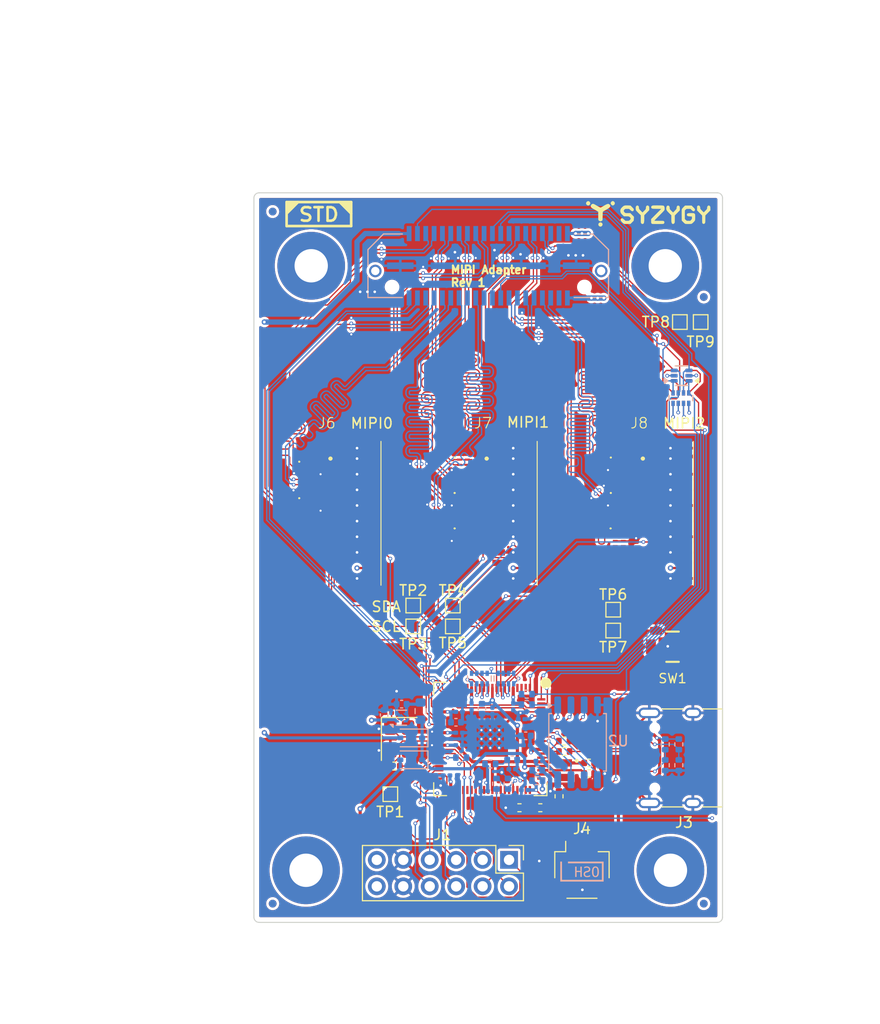
<source format=kicad_pcb>
(kicad_pcb (version 20241229) (generator "pcbnew") (generator_version "9.0")
  (title_block (title "SYZYGY MIPI Adapter") (rev "0.1") (company "tinyVision.ai Inc."))
  (layers (0 "F.Cu" signal) (4 "In1.Cu" signal) (6 "In2.Cu" signal) (2 "B.Cu" signal) (13 "F.Paste" user) (15 "B.Paste" user) (5 "F.SilkS" user "F.Silkscreen") (7 "B.SilkS" user "B.Silkscreen") (1 "F.Mask" user) (3 "B.Mask" user) (25 "Edge.Cuts" user))
  (net 0 "")
  (net 1 "P5VD")
  (net 2 "GND")
  (net 3 "P1V1D")
  (net 4 "/XIN")
  (net 5 "Net-(C4-Pad1)")
  (net 6 "Net-(U1-VREG_AVDD)")
  (net 7 "P3V3D")
  (net 8 "Net-(U1-ADC_AVDD)")
  (net 9 "/R_GA")
  (net 10 "/RESETn")
  (net 11 "/SDA_DNA")
  (net 12 "/SDA_HOST")
  (net 13 "/C2P_CLKP")
  (net 14 "/P2C_CLKN")
  (net 15 "/SCL_HOST")
  (net 17 "/BYPASSn")
  (net 19 "PVIOD")
  (net 20 "/C2P_CLKN")
  (net 21 "/P2C_CLKP")
  (net 22 "/SCL_DNA")
  (net 23 "/GPIO_HOST")
  (net 24 "/GPIO21")
  (net 25 "/SCL2")
  (net 26 "/GPIO20")
  (net 27 "/SDA2")
  (net 28 "/GPIO01")
  (net 29 "/GPIO00")
  (net 30 "/SDA0")
  (net 31 "/SCL0")
  (net 32 "/GPIO11")
  (net 33 "/SDA1")
  (net 34 "/GPIO10")
  (net 35 "/SCL1")
  (net 36 "Net-(U1-VREG_LX)")
  (net 37 "/SDA_HOST_3V3")
  (net 38 "/SCL_HOST_3V3")
  (net 39 "/GPIO_HOST_3V3")
  (net 40 "/BYPASSn_3V3")
  (net 41 "/XOUT")
  (net 42 "Net-(U1-USB_DP)")
  (net 43 "Net-(U1-USB_DM)")
  (net 44 "/RP_FLASH_CSn")
  (net 45 "/RP_QSPI.SD2")
  (net 46 "/GPIO30")
  (net 47 "/RP_QSPI.SD3")
  (net 48 "/RP_QSPI.SD0")
  (net 49 "/RP_QSPI.SCLK")
  (net 50 "/RP_QSPI.SD1")
  (net 51 "/GPIO31")
  (net 52 "/SDA3")
  (net 53 "/SCL3")
  (net 54 "Net-(U1-GPIO46_ADC6)")
  (net 63 "Net-(D1-K)")
  (net 65 "Net-(U1-GPIO45_ADC5)")
  (net 70 "/D0N")
  (net 71 "/D0P")
  (net 72 "/D2P")
  (net 73 "/D1P")
  (net 74 "/D1N")
  (net 75 "/D2N")
  (net 76 "/D6N")
  (net 77 "/D7P")
  (net 78 "/D5N")
  (net 79 "/D5P")
  (net 80 "/D6P")
  (net 81 "/D3P")
  (net 82 "/D7N")
  (net 83 "/D4N")
  (net 84 "/D3N")
  (net 85 "/D4P")
  (net 86 "/S11N")
  (net 87 "/S8N")
  (net 88 "/S9N")
  (net 89 "/S8P")
  (net 90 "/S9P")
  (net 91 "/S10P")
  (net 92 "/S11P")
  (net 93 "/S10N")
  (net 103 "Net-(J4-Pin_3)")
  (net 104 "Net-(J4-Pin_1)")
  (net 143 "Net-(J1-Pin_1)")
  (net 144 "Net-(J1-Pin_7)")
  (net 145 "Net-(J1-Pin_8)")
  (net 146 "Net-(J1-Pin_2)")
  (net 147 "Net-(J1-Pin_3)")
  (net 148 "Net-(J1-Pin_5)")
  (net 149 "Net-(J1-Pin_4)")
  (net 150 "Net-(J1-Pin_6)")
  (net 155 "PVBUS")
  (net 156 "PMCUD")
  (net 157 "Net-(J3-CC1)")
  (net 162 "/USB_D-")
  (net 163 "/USB_D+")
  (net 165 "Net-(J3-CC2)")
  (net 166 "Net-(R8-Pad1)")
  (net 169 "Net-(U11-EN)")
  (footprint "Connector_USB:USB_C_Receptacle_HRO_TYPE-C-31-M-12" (layer "F.Cu") (at 141.1 114.218475 90)
    (property "Reference" "J3")
    (property "Value" "USB_C_Receptacle_USB2.0_16P")
  )
  (footprint "SYZYGY:MountingHole_3.2mm_M3_6.5mm_Pad_TopBottom" (layer "F.Cu") (at 105.5 67)
    (property "Reference" "H1" (hide yes))
    (property "Value" "MountingHole_Pad" (hide yes))
  )
  (footprint "Resistor_SMD:R_0402_1005Metric" (layer "F.Cu") (at 127.5 119 180)
    (property "Reference" "R26" (hide yes))
    (property "Value" "10K")
  )
  (footprint "CUSTOM:L_pol_2016" (layer "F.Cu") (at 129.69179 115.4 -90)
    (property "Reference" "L1" (hide yes))
    (property "Value" "3.3u")
  )
  (footprint "Fiducial:Fiducial_0.75mm_Mask1.5mm" (layer "F.Cu") (at 101.8 61.8)
    (property "Reference" "FID1" (hide yes))
    (property "Value" "Fiducial")
  )
  (footprint "Resistor_SMD:R_0402_1005Metric" (layer "F.Cu") (at 125.5 119 180)
    (property "Reference" "R27" (hide yes))
    (property "Value" "15K")
  )
  (footprint "Resistor_SMD:R_0402_1005Metric" (layer "F.Cu") (at 129.3 117.9 90)
    (property "Reference" "R18" (hide yes))
    (property "Value" "10K")
  )
  (footprint "Resistor_SMD:R_0402_1005Metric" (layer "F.Cu") (at 129.8 113.6 180)
    (property "Reference" "R6" (hide yes))
    (property "Value" "27")
  )
  (footprint "Capacitor_SMD:C_0201_0603Metric" (layer "F.Cu") (at 115.2 115)
    (property "Reference" "C4" (hide yes))
    (property "Value" "15p")
  )
  (footprint "CUSTOM:PUSB3F96X" (layer "F.Cu") (at 117.624 90 -90)
    (property "Reference" "U6" (hide yes))
    (property "Value" "PUSB3F96")
  )
  (footprint "CUSTOM:PUSB3F96X" (layer "F.Cu") (at 102.7 90.5 -90)
    (property "Reference" "U4" (hide yes))
    (property "Value" "PUSB3F96")
  )
  (footprint "CUSTOM:PUSB3F96X" (layer "F.Cu") (at 117.624 86.6 -90)
    (property "Reference" "U5" (hide yes))
    (property "Value" "PUSB3F96")
  )
  (footprint "SYZYGY:MountingHole_3.2mm_M3_6.5mm_Pad_TopBottom" (layer "F.Cu") (at 139.5 67)
    (property "Reference" "H2" (hide yes))
    (property "Value" "MountingHole_Pad" (hide yes))
  )
  (footprint "CUSTOM:501951-2230" (layer "F.Cu") (at 124.725 90.75 -90)
    (property "Reference" "J7")
    (property "Value" "501951-2230")
  )
  (footprint "Resistor_SMD:R_0402_1005Metric" (layer "F.Cu") (at 113.5 115)
    (property "Reference" "R3" (hide yes))
    (property "Value" "1K")
  )
  (footprint "CUSTOM:RP2350B_QFN-80_EP_10.573x10.573_Pitch0.4mm" (layer "F.Cu") (at 122.7 112.4 -90)
    (property "Reference" "U1" (hide yes))
    (property "Value" "RP2350_80QFN")
  )
  (footprint "CUSTOM:PTS820J25KSMTRLFS" (layer "F.Cu") (at 140.2 103.55)
    (property "Reference" "SW1")
    (property "Value" "~" (hide yes))
  )
  (footprint "Connector_PinHeader_2.54mm:PinHeader_2x06_P2.54mm_Vertical" (layer "F.Cu") (at 124.5 124 -90)
    (property "Reference" "J1")
    (property "Value" "Conn_02x06_Odd_Even")
  )
  (footprint "Capacitor_SMD:C_0201_0603Metric" (layer "F.Cu") (at 112.9 109.9 180)
    (property "Reference" "C3" (hide yes))
    (property "Value" "15p")
  )
  (footprint "CUSTOM:PUSB3F96X" (layer "F.Cu") (at 117.624 93.4 -90)
    (property "Reference" "U7" (hide yes))
    (property "Value" "PUSB3F96")
  )
  (footprint "SYZYGY:MountingHole_3.2mm_M3_6.5mm_Pad_TopBottom" (layer "F.Cu") (at 140 125)
    (property "Reference" "H6" (hide yes))
    (property "Value" "MountingHole_Pad" (hide yes))
  )
  (footprint "SYZYGY:SYZYGY_STD_Logo" (layer "F.Cu") (at 109.3385 63.1885)
    (property "Reference" "LOGO1" (hide yes))
    (property "Value" "SYZYGY STD logo" (hide yes))
  )
  (footprint "TestPoint:TestPoint_Pad_1.0x1.0mm" (layer "F.Cu") (at 115.3 101.6)
    (property "Reference" "TP3")
    (property "Value" "TestPoint")
  )
  (footprint "TestPoint:TestPoint_Pad_1.0x1.0mm" (layer "F.Cu") (at 142.9 72.4)
    (property "Reference" "TP9")
    (property "Value" "TestPoint")
  )
  (footprint "Resistor_SMD:R_0402_1005Metric" (layer "F.Cu") (at 129.79 112.6 180)
    (property "Reference" "R5" (hide yes))
    (property "Value" "27")
  )
  (footprint "CUSTOM:501951-2230" (layer "F.Cu") (at 109.725 90.75 -90)
    (property "Reference" "J6")
    (property "Value" "501951-2230")
  )
  (footprint "Fiducial:Fiducial_0.75mm_Mask1.5mm" (layer "F.Cu") (at 143.2 70)
    (property "Reference" "FID2" (hide yes))
    (property "Value" "Fiducial")
  )
  (footprint "SYZYGY:SYZYGY_Logo" (layer "F.Cu") (at 137.8 62)
    (property "Reference" "LOGO2" (hide yes))
    (property "Value" "SYZYGY logo" (hide yes))
  )
  (footprint "Capacitor_SMD:C_0402_1005Metric" (layer "F.Cu") (at 132.2 115.7)
    (property "Reference" "C1" (hide yes))
    (property "Value" "10u")
  )
  (footprint "CUSTOM:PUSB3F96X" (layer "F.Cu") (at 132.6 93.4 -90)
    (property "Reference" "U10" (hide yes))
    (property "Value" "PUSB3F96")
  )
  (footprint "CUSTOM:PUSB3F96X" (layer "F.Cu") (at 132.624 86.6 -90)
    (property "Reference" "U8" (hide yes))
    (property "Value" "PUSB3F96")
  )
  (footprint "TestPoint:TestPoint_Pad_1.0x1.0mm" (layer "F.Cu") (at 119.1 101.6)
    (property "Reference" "TP5")
    (property "Value" "TestPoint")
  )
  (footprint "Crystal:Crystal_SMD_3225-4Pin_3.2x2.5mm" (layer "F.Cu") (at 113.95 112.4 -90)
    (property "Reference" "Y1" (hide yes))
    (property "Value" "ABM8-272-T3")
  )
  (footprint "TestPoint:TestPoint_Pad_1.0x1.0mm" (layer "F.Cu") (at 115.3 99.6)
    (property "Reference" "TP2")
    (property "Value" "TestPoint")
  )
  (footprint "TestPoint:TestPoint_Pad_1.0x1.0mm" (layer "F.Cu") (at 113.1 117.7)
    (property "Reference" "TP1")
    (property "Value" "TestPoint")
  )
  (footprint "TestPoint:TestPoint_Pad_1.0x1.0mm" (layer "F.Cu") (at 119.1 99.6)
    (property "Reference" "TP4")
    (property "Value" "TestPoint")
  )
  (footprint "TestPoint:TestPoint_Pad_1.0x1.0mm" (layer "F.Cu") (at 140.9 72.4)
    (property "Reference" "TP8")
    (property "Value" "TestPoint")
  )
  (footprint "CUSTOM:tinyAI_4_5mm" (layer "F.Cu") (at 122.5 62.9)
    (property "Reference" "LOGO4" (hide yes))
    (property "Value" "tinyAI logo" (hide yes))
  )
  (footprint "Connector_JST:JST_SH_SM03B-SRSS-TB_1x03-1MP_P1.00mm_Horizontal" (layer "F.Cu") (at 131.5 125)
    (property "Reference" "J4")
    (property "Value" "SM03B-SRSS-TB")
  )
  (footprint "Fiducial:Fiducial_0.75mm_Mask1.5mm" (layer "F.Cu") (at 143.2 128.2)
    (property "Reference" "FID4" (hide yes))
    (property "Value" "Fiducial")
  )
  (footprint "CUSTOM:OSHW_Dual_0.1_Scale_2140" (layer "F.Cu") (at 131.5 125)
    (property "Reference" "LOGO3" (hide yes))
    (property "Value" "OSHW logo")
  )
  (footprint "Resistor_SMD:R_Array_Concave_4x0402" (layer "F.Cu") (at 141 79.7 -90)
    (property "Reference" "RN1" (hide yes))
    (property "Value" "4.7K")
  )
  (footprint "CUSTOM:501951-2230" (layer "F.Cu") (at 139.725 90.75 -90)
    (property "Reference" "J8")
    (property "Value" "501951-2230")
  )
  (footprint "Fiducial:Fiducial_0.75mm_Mask1.5mm" (layer "F.Cu") (at 101.8 128.2)
    (property "Reference" "FID3" (hide yes))
    (property "Value" "Fiducial")
  )
  (footprint "Package_TO_SOT_SMD:SOT-563" (layer "F.Cu") (at 141.06375 77.54375 180)
    (property "Reference" "Q1" (hide yes))
    (property "Value" "DMG1024UV-7")
  )
  (footprint "CUSTOM:PUSB3F96X" (layer "F.Cu") (at 132.624 90 -90)
    (property "Reference" "U9" (hide yes))
    (property "Value" "PUSB3F96")
  )
  (footprint "TestPoint:TestPoint_Pad_1.0x1.0mm" (layer "F.Cu") (at 134.5 100)
    (property "Reference" "TP6")
    (property "Value" "TestPoint")
  )
  (footprint "Capacitor_SMD:C_0402_1005Metric" (layer "F.Cu") (at 132.2 114.7)
    (property "Reference" "C2" (hide yes))
    (property "Value" "10u")
  )
  (footprint "SYZYGY:MountingHole_3.2mm_M3_6.5mm_Pad_TopBottom" (layer "F.Cu") (at 105 125)
    (property "Reference" "H4" (hide yes))
    (property "Value" "MountingHole_Pad" (hide yes))
  )
  (footprint "CUSTOM:PUSB3F96X" (layer "F.Cu") (at 102.7 87 -90)
    (property "Reference" "U3" (hide yes))
    (property "Value" "PUSB3F96")
  )
  (footprint "TestPoint:TestPoint_Pad_1.0x1.0mm" (layer "F.Cu") (at 134.5 102)
    (property "Reference" "TP7")
    (property "Value" "TestPoint")
  )
  (footprint "Resistor_SMD:R_Array_Concave_4x0402" (layer "B.Cu") (at 141 79.7 -90)
    (property "Reference" "RN2" (hide yes))
    (property "Value" "4.7K")
  )
  (footprint "Capacitor_SMD:C_0201_0603Metric" (layer "B.Cu") (at 122.12 117.4 180)
    (property "Reference" "C42" (hide yes))
    (property "Value" "0.1u")
  )
  (footprint "Capacitor_SMD:C_0402_1005Metric" (layer "B.Cu") (at 112.5 110.1 90)
    (property "Reference" "C12" (hide yes))
    (property "Value" "10u")
  )
  (footprint "Package_SO:SOIC-8_5.3x5.3mm_P1.27mm" (layer "B.Cu") (at 131.078396 112.725 -90)
    (property "Reference" "U2")
    (property "Value" "W25Q32JVSSIQ" (hide yes))
  )
  (footprint "Capacitor_SMD:C_0201_0603Metric" (layer "B.Cu") (at 127.4 114.5 180)
    (property "Reference" "C43" (hide yes))
    (property "Value" "0.1u")
  )
  (footprint "Package_TO_SOT_SMD:SOT-563" (layer "B.Cu") (at 141.06375 77.54375)
    (property "Reference" "Q2" (hide yes))
    (property "Value" "DMG1024UV-7")
  )
  (footprint "Capacitor_SMD:C_0201_0603Metric" (layer "B.Cu") (at 118.5 115.9 180)
    (property "Reference" "C41" (hide yes))
    (property "Value" "0.1u")
  )
  (footprint "Capacitor_SMD:C_0402_1005Metric" (layer "B.Cu") (at 121.9 109.5 -90)
    (property "Reference" "C8" (hide yes))
    (property "Value" "10u")
  )
  (footprint "Capacitor_SMD:C_0402_1005Metric" (layer "B.Cu") (at 114.18 109.06 180)
    (property "Reference" "C11" (hide yes))
    (property "Value" "10u")
  )
  (footprint "Capacitor_SMD:C_0201_0603Metric" (layer "B.Cu") (at 124.8 115.3)
    (property "Reference" "C35" (hide yes))
    (property "Value" "0.1u")
  )
  (footprint "Resistor_SMD:R_0402_1005Metric" (layer "B.Cu") (at 139.5 112.918475 -90)
    (property "Reference" "R23" (hide yes))
    (property "Value" "56K")
  )
  (footprint "Capacitor_SMD:C_0201_0603Metric" (layer "B.Cu") (at 119.7 113)
    (property "Reference" "C7" (hide yes))
    (property "Value" "0.1u")
  )
  (footprint "Resistor_SMD:R_0402_1005Metric" (layer "B.Cu") (at 124.4 116.7 90)
    (property "Reference" "R12" (hide yes))
    (property "Value" "56K")
  )
  (footprint "Fiducial:Fiducial_0.75mm_Mask1.5mm" (layer "B.Cu") (at 143.2 70)
    (property "Reference" "FID6" (hide yes))
    (property "Value" "Fiducial")
  )
  (footprint "Resistor_SMD:R_0402_1005Metric" (layer "B.Cu") (at 122.7 114.8)
    (property "Reference" "R4" (hide yes))
    (property "Value" "100")
  )
  (footprint "SYZYGY:QTE-020-01-F-D-A" (layer "B.Cu") (at 122.50032 67)
    (property "Reference" "J2" (hide yes))
    (property "Value" "SYZYGY_STD")
  )
  (footprint "Capacitor_SMD:C_0402_1005Metric" (layer "B.Cu") (at 124.8 114.4)
    (property "Reference" "C38" (hide yes))
    (property "Value" "10u")
  )
  (footprint "Capacitor_SMD:C_0201_0603Metric" (layer "B.Cu") (at 119.7 109.8)
    (property "Reference" "C39" (hide yes))
    (property "Value" "0.1u")
  )
  (footprint "Capacitor_SMD:C_0201_0603Metric" (layer "B.Cu") (at 124.9 109.3 -90)
    (property "Reference" "C34" (hide yes))
    (property "Value" "0.1u")
  )
  (footprint "Resistor_SMD:R_0402_1005Metric" (layer "B.Cu") (at 140.8 112.918475 -90)
    (property "Reference" "R24" (hide yes))
    (property "Value" "56K")
  )
  (footprint "Capacitor_SMD:C_0402_1005Metric" (layer "B.Cu") (at 126.1 112.1 180)
    (property "Reference" "C9" (hide yes))
    (property "Value" "10u")
  )
  (footprint "Package_DFN_QFN:OnSemi_XDFN4-1EP_1.0x1.0mm_EP0.52x0.52mm" (layer "B.Cu") (at 114.16 110.36)
    (property "Reference" "U11" (hide yes))
    (property "Value" "NCP115AMX330TCG")
  )
  (footprint "Capacitor_SMD:C_0201_0603Metric" (layer "B.Cu") (at 126.2 113 180)
    (property "Reference" "C10" (hide yes))
    (property "Value" "0.1u")
  )
  (footprint "Resistor_SMD:R_0603_1608Metric" (layer "B.Cu") (at 116 109.725 90)
    (property "Reference" "F1" (hide yes))
    (property "Value" "MF-FSMF035X-2")
  )
  (footprint "Resistor_SMD:R_Array_Concave_4x0402" (layer "B.Cu") (at 124.2 106.6 90)
    (property "Reference" "RN3" (hide yes))
    (property "Value" "4.7K")
  )
  (footprint "Capacitor_SMD:C_0201_0603Metric" (layer "B.Cu") (at 119.7 111.8)
    (property "Reference" "C36" (hide yes))
    (property "Value" "0.1u")
  )
  (footprint "Capacitor_SMD:C_0201_0603Metric" (layer "B.Cu") (at 126 117.3 180)
    (property "Reference" "C13" (hide yes))
    (property "Value" "0.1u")
  )
  (footprint "Resistor_SMD:R_Array_Concave_4x0402" (layer "B.Cu") (at 121.65 106.6 90)
    (property "Reference" "RN4" (hide yes))
    (property "Value" "4.7K")
  )
  (footprint "Capacitor_SMD:C_0402_1005Metric" (layer "B.Cu") (at 127.2 115.4)
    (property "Reference" "C5" (hide yes))
    (property "Value" "10u")
  )
  (footprint "Resistor_SMD:R_0402_1005Metric" (layer "B.Cu") (at 123.3 116.7 90)
    (property "Reference" "R7" (hide yes))
    (property "Value" "10K")
  )
  (footprint "Diode_SMD:D_SOD-323" (layer "B.Cu") (at 115.1 114.4 180)
    (property "Reference" "D1" (hide yes))
    (property "Value" "1N5819WS")
  )
  (footprint "Fiducial:Fiducial_0.75mm_Mask1.5mm" (layer "B.Cu") (at 143.2 128.2)
    (property "Reference" "FID8" (hide yes))
    (property "Value" "Fiducial")
  )
  (footprint "Fiducial:Fiducial_0.75mm_Mask1.5mm" (layer "B.Cu") (at 101.8 128.2)
    (property "Reference" "FID7" (hide yes))
    (property "Value" "Fiducial")
  )
  (footprint "Capacitor_SMD:C_0201_0603Metric" (layer "B.Cu") (at 122.9 109.7 -90)
    (property "Reference" "C6" (hide yes))
    (property "Value" "0.1u")
  )
  (footprint "Capacitor_SMD:C_0201_0603Metric" (layer "B.Cu") (at 125.7 110.5 180)
    (property "Reference" "C40" (hide yes))
    (property "Value" "0.1u")
  )
  (footprint "Resistor_SMD:R_0402_1005Metric" (layer "B.Cu") (at 126.2 109.1 180)
    (property "Reference" "R9" (hide yes))
    (property "Value" "DNF")
  )
  (footprint "Resistor_SMD:R_0402_1005Metric" (layer "B.Cu") (at 126.2 108.1 180)
    (property "Reference" "R8" (hide yes))
    (property "Value" "1K")
  )
  (footprint "Resistor_SMD:R_0402_1005Metric" (layer "B.Cu") (at 127.2 116.4 180)
    (property "Reference" "R1" (hide yes))
    (property "Value" "27")
  )
  (footprint "Capacitor_SMD:C_0402_1005Metric" (layer "B.Cu") (at 119.4 110.8)
    (property "Reference" "C33" (hide yes))
    (property "Value" "10u")
  )
  (footprint "Capacitor_SMD:C_0201_0603Metric" (layer "B.Cu") (at 120.9 109.3 -90)
    (property "Reference" "C37" (hide yes))
    (property "Value" "0.1u")
  )
  (footprint "Resistor_SMD:R_0402_1005Metric" (layer "B.Cu") (at 139.5 114.918475 -90)
    (property "Reference" "R22" (hide yes))
    (property "Value" "5.1K")
  )
  (footprint "Resistor_SMD:R_0402_1005Metric" (layer "B.Cu") (at 140.8 114.918475 -90)
    (property "Reference" "R25" (hide yes))
    (property "Value" "5.1K")
  )
  (footprint "Resistor_SMD:R_0402_1005Metric" (layer "B.Cu") (at 119.9 114.19)
    (property "Reference" "R2" (hide yes))
    (property "Value" "10K")
  )
  (footprint "Fiducial:Fiducial_0.75mm_Mask1.5mm" (layer "B.Cu") (at 101.8 61.8)
    (property "Reference" "FID5" (hide yes))
    (property "Value" "Fiducial")
  )
  (footprint "Diode_SMD:D_SOD-323" (layer "B.Cu") (at 115.1 112.3 180)
    (property "Reference" "D2" (hide yes))
    (property "Value" "1N5819WS")
  )
  (gr_arc (start 100.5 130) (mid 100.146447 129.853553) (end 100 129.5) (stroke (width 0.1)) (layer "Edge.Cuts"))
  (gr_line (start 144.5 60) (end 100.5 60) (stroke (width 0.1)) (layer "Edge.Cuts"))
  (gr_line (start 100.5 130) (end 144.5 130) (stroke (width 0.1)) (layer "Edge.Cuts"))
  (gr_arc (start 100 60.5) (mid 100.146447 60.146447) (end 100.5 60) (stroke (width 0.1)) (layer "Edge.Cuts"))
  (gr_line (start 100 60.5) (end 100 129.5) (stroke (width 0.1)) (layer "Edge.Cuts"))
  (gr_arc (start 145 129.5) (mid 144.853553 129.853553) (end 144.5 130) (stroke (width 0.1)) (layer "Edge.Cuts"))
  (gr_line (start 145 129.5) (end 145 60.5) (stroke (width 0.1)) (layer "Edge.Cuts"))
  (gr_arc (start 144.5 60) (mid 144.853553 60.146447) (end 145 60.5) (stroke (width 0.1)) (layer "Edge.Cuts"))
  (gr_text "MIPI Adapter\nRev 1" (at 118.8 68 0) (layer "F.SilkS") (effects (font (size 0.762 0.762) (thickness 0.1905)) (justify left)))
  (gr_text "MIPI1" (at 124.2 82.6 0) (layer "F.SilkS") (effects (font (size 1 1)) (justify left bottom)))
  (gr_text "SCL" (at 111.2 102.2 0) (layer "F.SilkS") (effects (font (size 1 1)) (justify left bottom)))
  (gr_text "MIPI2" (at 139.2 82.7 0) (layer "F.SilkS") (effects (font (size 1 1)) (justify left bottom)))
  (gr_text "SDA" (at 111.2 100.3 0) (layer "F.SilkS") (effects (font (size 1 1)) (justify left bottom)))
  (gr_text "MIPI0" (at 109.2 82.7 0) (layer "F.SilkS") (effects (font (size 1 1)) (justify left bottom)))
  (via (at 101 111.8) (size 0.508) (drill 0.254) (layers "F.Cu" "B.Cu") (net 1))
  (via (at 101 72.4) (size 0.508) (drill 0.254) (layers "F.Cu" "B.Cu") (net 1))
  (segment (start 113.9 63.91) (end 110.69 63.91) (width 0.508) (layer "B.Cu") (net 1))
  (segment (start 114.90032 63.91) (end 113.9 63.91) (width 0.3048) (layer "B.Cu") (net 1))
  (segment (start 110.69 63.91) (end 109.9 64.7) (width 0.508) (layer "B.Cu") (net 1))
  (segment (start 109.9 64.7) (end 109.9 68.4) (width 0.508) (layer "B.Cu") (net 1))
  (segment (start 114.05 112.3) (end 101.5 112.3) (width 0.3048) (layer "B.Cu") (net 1))
  (segment (start 109.9 68.4) (end 105.9 72.4) (width 0.508) (layer "B.Cu") (net 1))
  (segment (start 105.9 72.4) (end 101 72.4) (width 0.508) (layer "B.Cu") (net 1))
  (segment (start 101.5 112.3) (end 101 111.8) (width 0.3048) (layer "B.Cu") (net 1))
  (segment (start 127.5965 115.8) (end 127 115.8) (width 0.2159) (layer "F.Cu") (net 2))
  (segment (start 108.5 94.5) (end 109.9 94.5) (width 0.2159) (layer "F.Cu") (net 2))
  (segment (start 111.3 97) (end 109.9 97) (width 0.2159) (layer "F.Cu") (net 2))
  (segment (start 115.52 115.067876) (end 115.031926 115.55595) (width 0.2159) (layer "F.Cu") (net 2))
  (segment (start 111.4 87) (end 109.9 87) (width 0.2159) (layer "F.Cu") (net 2))
  (segment (start 131.81405 116.68595) (end 132.68 115.82) (width 0.2159) (layer "F.Cu") (net 2))
  (segment (start 112 110.4) (end 112.5 109.9) (width 0.2159) (layer "F.Cu") (net 2))
  (segment (start 115.64945 113.724036) (end 115.63595 113.737536) (width 0.2159) (layer "F.Cu") (net 2))
  (segment (start 123.5 94.5) (end 124.9 94.5) (width 0.2159) (layer "F.Cu") (net 2))
  (segment (start 138.5 85.5) (end 140 85.5) (width 0.2159) (layer "F.Cu") (net 2))
  (segment (start 119.724 90) (end 119 90) (width 0.127) (layer "F.Cu") (net 2))
  (segment (start 108.5 88.5) (end 109.9 88.5) (width 0.2159) (layer "F.Cu") (net 2))
  (segment (start 123.5 85.5) (end 124.9 85.5) (width 0.2159) (layer "F.Cu") (net 2))
  (segment (start 126.4 87) (end 124.9 87) (width 0.2159) (layer "F.Cu") (net 2))
  (segment (start 135.9 86.6) (end 136.3 87) (width 0.127) (layer "F.Cu") (net 2))
  (segment (start 121.2645 87) (end 124.9 87) (width 0.127) (layer "F.Cu") (net 2))
  (segment (start 135.5 90) (end 140 90) (width 0.127) (layer "F.Cu") (net 2))
  (segment (start 133.663485 115.7) (end 133.689396 115.725911) (width 0.2159) (layer "F.Cu") (net 2))
  (segment (start 134.724 86.6) (end 135.5 86.6) (width 0.127) (layer "F.Cu") (net 2))
  (segment (start 138.5 88.5) (end 140 88.5) (width 0.2159) (layer "F.Cu") (net 2))
  (segment (start 127 115.8) (end 126.2 115.8) (width 0.2159) (layer "F.Cu") (net 2))
  (segment (start 123.6 97) (end 124.9 97) (width 0.2159) (layer "F.Cu") (net 2))
  (segment (start 141.4 87) (end 140 87) (width 0.2159) (layer "F.Cu") (net 2))
  (segment (start 112 113.5) (end 113.1 113.5) (width 0.2159) (layer "F.Cu") (net 2))
  (segment (start 138.5 94.5) (end 140 94.5) (width 0.2159) (layer "F.Cu") (net 2))
  (segment (start 119.724 93.4) (end 119 93.4) (width 0.127) (layer "F.Cu") (net 2))
  (segment (start 134.724 93.4) (end 135.5 93.4) (width 0.127) (layer "F.Cu") (net 2))
  (segment (start 138.125 103.55) (end 139.7 103.55) (width 0.2) (layer "F.Cu") (net 2))
  (segment (start 115.63595 114.70405) (end 115.52 114.82) (width 0.2159) (layer "F.Cu") (net 2))
  (segment (start 132.68 115.7) (end 133.663485 115.7) (width 0.3048) (layer "F.Cu") (net 2))
  (segment (start 114.5 111) (end 114.8 111.3) (width 0.2159) (layer "F.Cu") (net 2))
  (segment (start 123.5 91.5) (end 124.9 91.5) (width 0.2159) (layer "F.Cu") (net 2))
  (segment (start 108.5 91.5) (end 109.9 91.5) (width 0.2159) (layer "F.Cu") (net 2))
  (segment (start 138.6 97) (end 140 97) (width 0.2159) (layer "F.Cu") (net 2))
  (segment (start 115.52 114.82) (end 115.52 115) (width 0.2159) (layer "F.Cu") (net 2))
  (segment (start 119.724 90) (end 120.5 90) (width 0.127) (layer "F.Cu") (net 2))
  (segment (start 117.108698 111.7) (end 115.2 111.7) (width 0.2159) (layer "F.Cu") (net 2))
  (segment (start 121.3 93) (end 124.9 93) (width 0.127) (layer "F.Cu") (net 2))
  (segment (start 138.5 91.5) (end 140 91.5) (width 0.2159) (layer "F.Cu") (net 2))
  (segment (start 136.4317 93.4) (end 136.7 93.1317) (width 0.127) (layer "F.Cu") (net 2))
  (segment (start 134.724 90) (end 135.5 90) (width 0.127) (layer "F.Cu") (net 2))
  (segment (start 113.66405 109.46405) (end 114.8 110.6) (width 0.2159) (layer "F.Cu") (net 2))
  (segment (start 106.9 90) (end 109.9 90) (width 0.127) (layer "F.Cu") (net 2))
  (segment (start 106.4 87) (end 109.9 87) (width 0.127) (layer "F.Cu") (net 2))
  (segment (start 105.6 90.5) (end 106.4 90.5) (width 0.127) (layer "F.Cu") (net 2))
  (segment (start 112.815951 109.46405) (end 113.66405 109.46405) (width 0.2159) (layer "F.Cu") (net 2))
  (segment (start 112 110.4) (end 112 111.43) (width 0.2159) (layer "F.Cu") (net 2))
  (segment (start 127.5965 115.8) (end 128.1 115.8) (width 0.2159) (layer "F.Cu") (net 2))
  (segment (start 108.6 97) (end 109.9 97) (width 0.2159) (layer "F.Cu") (net 2))
  (segment (start 126.4 90) (end 124.9 90) (width 0.2159) (layer "F.Cu") (net 2))
  (segment (start 123.6 84.5) (end 124.9 84.5) (width 0.2159) (layer "F.Cu") (net 2))
  (segment (start 136.7 93.1) (end 136.8 93) (width 0.127) (layer "F.Cu") (net 2))
  (segment (start 132.68 115.7) (end 132.68 114.7) (width 0.3048) (layer "F.Cu") (net 2))
  (segment (start 131.5 121.3) (end 131.51 121.29) (width 0.2) (layer "F.Cu") (net 2))
  (segment (start 104.824 90.5) (end 105.6 90.5) (width 0.127) (layer "F.Cu") (net 2))
  (segment (start 126.3 84.5) (end 124.9 84.5) (width 0.2159) (layer "F.Cu") (net 2))
  (segment (start 131.54 126.875) (end 133.8 126.875) (width 0.127) (layer "F.Cu") (net 2))
  (segment (start 115.031926 115.55595) (end 112.65595 115.55595) (width 0.2159) (layer "F.Cu") (net 2))
  (segment (start 128.4 116.1) (end 128.4 116.48011) (width 0.2159) (layer "F.Cu") (net 2))
  (segment (start 134.724 90) (end 134 90) (width 0.127) (layer "F.Cu") (net 2))
  (segment (start 120.9 93.4) (end 121.3 93) (width 0.127) (layer "F.Cu") (net 2))
  (segment (start 112.58 109.700001) (end 112.815951 109.46405) (width 0.2159) (layer "F.Cu") (net 2))
  (segment (start 115.63595 113.737536) (end 115.63595 114.70405) (width 0.2159) (layer "F.Cu") (net 2))
  (segment (start 117.1 113) (end 116.1 113) (width 0.2159) (layer "F.Cu") (net 2))
  (segment (start 119.724 86.6) (end 119 86.6) (width 0.127) (layer "F.Cu") (net 2))
  (segment (start 120.5 93.4) (end 120.9 93.4) (width 0.127) (layer "F.Cu") (net 2))
  (segment (start 131.5 123) (end 131.5 121.3) (width 0.2) (layer "F.Cu") (net 2))
  (segment (start 135.5 86.6) (end 135.9 86.6) (width 0.127) (layer "F.Cu") (net 2))
  (segment (start 119.724 93.4) (end 120.5 93.4) (width 0.127) (layer "F.Cu") (net 2))
  (segment (start 111.3 84.5) (end 109.9 84.5) (width 0.2159) (layer "F.Cu") (net 2))
  (segment (start 116.1 113) (end 115.64945 113.45055) (width 0.2159) (layer "F.Cu") (net 2))
  (segment (start 112 114.9) (end 112.65595 115.55595) (width 0.2159) (layer "F.Cu") (net 2))
  (segment (start 137.055 117.468475) (end 137.055 117.623475) (width 0.2159) (layer "F.Cu") (net 2))
  (segment (start 136.3 87) (end 140 87) (width 0.127) (layer "F.Cu") (net 2))
  (segment (start 141.3 84.5) (end 140 84.5) (width 0.2159) (layer "F.Cu") (net 2))
  (segment (start 134.724 86.6) (end 134 86.6) (width 0.127) (layer "F.Cu") (net 2))
  (segment (start 108.6 84.5) (end 109.9 84.5) (width 0.2159) (layer "F.Cu") (net 2))
  (segment (start 141.4 93) (end 140 93) (width 0.2159) (layer "F.Cu") (net 2))
  (segment (start 120.5 86.6) (end 120.8645 86.6) (width 0.127) (layer "F.Cu") (net 2))
  (segment (start 115.64945 113.45055) (end 115.64945 113.724036) (width 0.2159) (layer "F.Cu") (net 2))
  (segment (start 120.8645 86.6) (end 121.2645 87) (width 0.127) (layer "F.Cu") (net 2))
  (segment (start 112.5 109.9) (end 112.58 109.9) (width 0.2159) (layer "F.Cu") (net 2))
  (segment (start 141.4 90) (end 140 90) (width 0.2159) (layer "F.Cu") (net 2))
  (segment (start 112 111.43) (end 112 113.5) (width 0.2159) (layer "F.Cu") (net 2))
  (segment (start 137.055 110.813475) (end 137.97 109.898475) (width 0.2159) (layer "F.Cu") (net 2))
  (segment (start 138.6 84.5) (end 140 84.5) (width 0.2159) (layer "F.Cu") (net 2))
  (segment (start 114.8 110.6) (end 114.8 111.3) (width 0.2159) (layer "F.Cu") (net 2))
  (segment (start 112 113.5) (end 112 114.9) (width 0.2159) (layer "F.Cu") (net 2))
  (segment (start 128.1 115.8) (end 128.4 116.1) (width 0.2159) (layer "F.Cu") (net 2))
  (segment (start 108.5 85.5) (end 109.9 85.5) (width 0.2159) (layer "F.Cu") (net 2))
  (segment (start 115.52 115) (end 115.52 115.067876) (width 0.2159) (layer "F.Cu") (net 2))
  (segment (start 123.5 88.5) (end 124.9 88.5) (width 0.2159) (layer "F.Cu") (net 2))
  (segment (start 105.6 87) (end 106.4 87) (width 0.127) (layer "F.Cu") (net 2))
  (segment (start 136.8 93) (end 140 93) (width 0.127) (layer "F.Cu") (net 2))
  (segment (start 111.4 90) (end 109.9 90) (width 0.2159) (layer "F.Cu") (net 2))
  (segment (start 137.055 110.968475) (end 137.055 110.813475) (width 0.127) (layer "F.Cu") (net 2))
  (segment (start 137.055 117.623475) (end 137.97 118.538475) (width 0.2159) (layer "F.Cu") (net 2))
  (segment (start 112.58 109.9) (end 112.58 109.700001) (width 0.2159) (layer "F.Cu") (net 2))
  (segment (start 128.4 116.48011) (end 128.60584 116.68595) (width 0.2159) (layer "F.Cu") (net 2))
  (segment (start 139.7 103.55) (end 139.74 103.51) (width 0.2) (layer "F.Cu") (net 2))
  (segment (start 141.3 97) (end 140 97) (width 0.2159) (layer "F.Cu") (net 2))
  (segment (start 120.5 90) (end 124.9 90) (width 0.127) (layer "F.Cu") (net 2))
  (segment (start 111.4 93) (end 109.9 93) (width 0.2159) (layer "F.Cu") (net 2))
  (segment (start 129.2 126.875) (end 131.54 126.875) (width 0.127) (layer "F.Cu") (net 2))
  (segment (start 132.68 115.82) (end 132.68 115.7) (width 0.2159) (layer "F.Cu") (net 2))
  (segment (start 104.824 87) (end 105.6 87) (width 0.127) (layer "F.Cu") (net 2))
  (segment (start 132.68 115.7) (end 132.8 115.7) (width 0.3048) (layer "F.Cu") (net 2))
  (segment (start 106.4 90.5) (end 106.9 90) (width 0.127) (layer "F.Cu") (net 2))
  (segment (start 126.4 93) (end 124.9 93) (width 0.2159) (layer "F.Cu") (net 2))
  (segment (start 115.2 111.7) (end 114.8 111.3) (width 0.2159) (layer "F.Cu") (net 2))
  (segment (start 126.3 97) (end 124.9 97) (width 0.2159) (layer "F.Cu") (net 2))
  (segment (start 128.60584 116.68595) (end 131.81405 116.68595) (width 0.2159) (layer "F.Cu") (net 2))
  (segment (start 124.99 119) (end 124.18 119) (width 0.2) (layer "F.Cu") (net 2))
  (segment (start 119.724 86.6) (end 120.5 86.6) (width 0.127) (layer "F.Cu") (net 2))
  (segment (start 135.5 93.4) (end 136.4317 93.4) (width 0.127) (layer "F.Cu") (net 2))
  (segment (start 136.7 93.1317) (end 136.7 93.1) (width 0.127) (layer "F.Cu") (net 2))
  (via (at 115 86) (size 0.3556) (drill 0.2032) (layers "F.Cu" "B.Cu") (net 2))
  (via (at 116.25 68.8) (size 0.3556) (drill 0.2032) (layers "F.Cu" "B.Cu") (net 2))
  (via (at 140 87) (size 0.508) (drill 0.254) (layers "F.Cu" "B.Cu") (net 2))
  (via (at 118.7 66.3) (size 0.3556) (drill 0.2032) (layers "F.Cu" "B.Cu") (net 2))
  (via (at 128.47 117.41) (size 0.508) (drill 0.254) (layers "F.Cu" "B.Cu") (net 2))
  (via (at 130.9 66) (size 0.508) (drill 0.254) (layers "F.Cu" "B.Cu") (net 2))
  (via (at 125.6 65.9) (size 0.508) (drill 0.254) (layers "F.Cu" "B.Cu") (net 2))
  (via (at 126.2 66.25) (size 0.3556) (drill 0.2032) (layers "F.Cu" "B.Cu") (net 2))
  (via (at 133.6 88.1) (size 0.3556) (drill 0.2032) (layers "F.Cu" "B.Cu") (net 2))
  (via (at 117.1 113) (size 0.3556) (drill 0.2032) (layers "F.Cu" "B.Cu") (net 2))
  (via (at 133 110.69) (size 0.508) (drill 0.254) (layers "F.Cu" "B.Cu") (net 2))
  (via (at 119 90) (size 0.3556) (drill 0.2032) (layers "F.Cu" "B.Cu") (net 2))
  (via (at 123 68) (size 0.508) (drill 0.254) (layers "F.Cu" "B.Cu") (net 2))
  (via (at 140 88.5) (size 0.508) (drill 0.254) (layers "F.Cu" "B.Cu") (net 2))
  (via (at 111.6 69.5) (size 0.508) (drill 0.254) (layers "F.Cu" "B.Cu") (net 2))
  (via (at 116.58979 85.997073) (size 0.3556) (drill 0.2032) (layers "F.Cu" "B.Cu") (net 2))
  (via (at 119 93.4) (size 0.3556) (drill 0.2032) (layers "F.Cu" "B.Cu") (net 2))
  (via (at 124.9 88.5) (size 0.508) (drill 0.254) (layers "F.Cu" "B.Cu") (net 2))
  (via (at 127.4 124.11) (size 0.508) (drill 0.254) (layers "F.Cu" "B.Cu") (net 2))
  (via (at 125.75 71.5) (size 0.3556) (drill 0.2032) (layers "F.Cu" "B.Cu") (net 2))
  (via (at 127.35 72.9) (size 0.3556) (drill 0.2032) (layers "F.Cu" "B.Cu") (net 2))
  (via (at 116.25 67.1) (size 0.3556) (drill 0.2032) (layers "F.Cu" "B.Cu") (net 2))
  (via (at 124.18 119) (size 0.508) (drill 0.254) (layers "F.Cu" "B.Cu") (net 2))
  (via (at 121.69 116.5) (size 0.508) (drill 0.254) (layers "F.Cu" "B.Cu") (net 2))
  (via (at 127.8 66.25) (size 0.3556) (drill 0.2032) (layers "F.Cu" "B.Cu") (net 2))
  (via (at 131.54 126.875) (size 0.508) (drill 0.254) (layers "F.Cu" "B.Cu") (net 2))
  (via (at 109.9 91.5) (size 0.508) (drill 0.254) (layers "F.Cu" "B.Cu") (net 2))
  (via (at 133.689396 115.725911) (size 0.508) (drill 0.254) (layers "F.Cu" "B.Cu") (net 2))
  (via (at 103.8 88.55) (size 0.3556) (drill 0.2032) (layers "F.Cu" "B.Cu") (net 2))
  (via (at 124.9 90) (size 0.508) (drill 0.254) (layers "F.Cu" "B.Cu") (net 2))
  (via (at 112.25 66.4) (size 0.3556) (drill 0.2032) (layers "F.Cu" "B.Cu") (net 2))
  (via (at 130.2 66) (size 0.508) (drill 0.254) (layers "F.Cu" "B.Cu") (net 2))
  (via (at 124.9 97) (size 0.508) (drill 0.254) (layers "F.Cu" "B.Cu") (net 2))
  (via (at 109.9 93) (size 0.508) (drill 0.254) (layers "F.Cu" "B.Cu") (net 2))
  (via (at 123.1 65.5) (size 0.508) (drill 0.254) (layers "F.Cu" "B.Cu") (net 2))
  (via (at 110.2 69.5) (size 0.508) (drill 0.254) (layers "F.Cu" "B.Cu") (net 2))
  (via (at 124.9 84.5) (size 0.508) (drill 0.254) (layers "F.Cu" "B.Cu") (net 2))
  (via (at 132.4 89.3) (size 0.3556) (drill 0.2032) (layers "F.Cu" "B.Cu") (net 2))
  (via (at 117.108698 111.7) (size 0.3556) (drill 0.2032) (layers "F.Cu" "B.Cu") (net 2))
  (via (at 116.638701 89.911299) (size 0.3556) (drill 0.2032) (layers "F.Cu" "B.Cu") (net 2))
  (via (at 124.9 91.5) (size 0.508) (drill 0.254) (layers "F.Cu" "B.Cu") (net 2))
  (via (at 125.75 73.2) (size 0.3556) (drill 0.2032) (layers "F.Cu" "B.Cu") (net 2))
  (via (at 140 91.5) (size 0.508) (drill 0.254) (layers "F.Cu" "B.Cu") (net 2))
  (via (at 103.85 86.9) (size 0.3556) (drill 0.2032) (layers "F.Cu" "B.Cu") (net 2))
  (via (at 134 90) (size 0.3556) (drill 0.2032) (layers "F.Cu" "B.Cu") (net 2))
  (via (at 121.3 66.25) (size 0.3556) (drill 0.2032) (layers "F.Cu" "B.Cu") (net 2))
  (via (at 140 84.5) (size 0.508) (drill 0.254) (layers "F.Cu" "B.Cu") (net 2))
  (via (at 110.9 69.5) (size 0.508) (drill 0.254) (layers "F.Cu" "B.Cu") (net 2))
  (via (at 140 93) (size 0.508) (drill 0.254) (layers "F.Cu" "B.Cu") (net 2))
  (via (at 140 97) (size 0.508) (drill 0.254) (layers "F.Cu" "B.Cu") (net 2))
  (via (at 109.9 97) (size 0.508) (drill 0.254) (layers "F.Cu" "B.Cu") (net 2))
  (via (at 119 86.6) (size 0.3556) (drill 0.2032) (layers "F.Cu" "B.Cu") (net 2))
  (via (at 119.3 65.7) (size 0.508) (drill 0.254) (layers "F.Cu" "B.Cu") (net 2))
  (via (at 124.9 87) (size 0.508) (drill 0.254) (layers "F.Cu" "B.Cu") (net 2))
  (via (at 109.9 87) (size 0.508) (drill 0.254) (layers "F.Cu" "B.Cu") (net 2))
  (via (at 126 115.9) (size 0.508) (drill 0.254) (layers "F.Cu" "B.Cu") (net 2))
  (via (at 109.9 85.5) (size 0.508) (drill 0.254) (layers "F.Cu" "B.Cu") (net 2))
  (via (at 112 111.43) (size 0.508) (drill 0.254) (layers "F.Cu" "B.Cu") (net 2))
  (via (at 109.9 88.5) (size 0.508) (drill 0.254) (layers "F.Cu" "B.Cu") (net 2))
  (via (at 124.9 85.5) (size 0.508) (drill 0.254) (layers "F.Cu" "B.Cu") (net 2))
  (via (at 131.51 121.29) (size 0.508) (drill 0.254) (layers "F.Cu" "B.Cu") (net 2))
  (via (at 106.4 87) (size 0.3556) (drill 0.2032) (layers "F.Cu" "B.Cu") (net 2))
  (via (at 112.25 64.8) (size 0.3556) (drill 0.2032) (layers "F.Cu" "B.Cu") (net 2))
  (via (at 134 86.6) (size 0.3556) (drill 0.2032) (layers "F.Cu" "B.Cu") (net 2))
  (via (at 118.3 89.95) (size 0.3556) (drill 0.2032) (layers "F.Cu" "B.Cu") (net 2))
  (via (at 136.7 93.1317) (size 0.3556) (drill 0.2032) (layers "F.Cu" "B.Cu") (net 2))
  (via (at 131.6 66) (size 0.508) (drill 0.254) (layers "F.Cu" "B.Cu") (net 2))
  (via (at 106.4 90.5) (size 0.3556) (drill 0.2032) (layers "F.Cu" "B.Cu") (net 2))
  (via (at 127.35 74.5) (size 0.3556) (drill 0.2032) (layers "F.Cu" "B.Cu") (net 2))
  (via (at 109.35 72) (size 0.3556) (drill 0.2032) (layers "F.Cu" "B.Cu") (net 2))
  (via (at 109.9 94.5) (size 0.508) (drill 0.254) (layers "F.Cu" "B.Cu") (net 2))
  (via (at 124.9 66.248198) (size 0.3556) (drill 0.2032) (layers "F.Cu" "B.Cu") (net 2))
  (via (at 140 85.5) (size 0.508) (drill 0.254) (layers "F.Cu" "B.Cu") (net 2))
  (via (at 140 90) (size 0.508) (drill 0.254) (layers "F.Cu" "B.Cu") (net 2))
  (via (at 123.3 66.25) (size 0.3556) (drill 0.2032) (layers "F.Cu" "B.Cu") (net 2))
  (via (at 119.6 66.25) (size 0.3556) (drill 0.2032) (layers "F.Cu" "B.Cu") (net 2))
  (via (at 140 94.5) (size 0.508) (drill 0.254) (layers "F.Cu" "B.Cu") (net 2))
  (via (at 117 66.278802) (size 0.3556) (drill 0.2032) (layers "F.Cu" "B.Cu") (net 2))
  (via (at 124.9 94.5) (size 0.508) (drill 0.254) (layers "F.Cu" "B.Cu") (net 2))
  (via (at 125.6 109.9) (size 0.3556) (drill 0.2032) (layers "F.Cu" "B.Cu") (net 2))
  (via (at 123.8 115.6) (size 0.508) (drill 0.254) (layers "F.Cu" "B.Cu") (net 2))
  (via (at 117.93 116.87) (size 0.508) (drill 0.254) (layers "F.Cu" "B.Cu") (net 2))
  (via (at 109.9 84.5) (size 0.508) (drill 0.254) (layers "F.Cu" "B.Cu") (net 2))
  (via (at 112 113.5) (size 0.508) (drill 0.254) (layers "F.Cu" "B.Cu") (net 2))
  (via (at 124.9 93) (size 0.508) (drill 0.254) (layers "F.Cu" "B.Cu") (net 2))
  (via (at 113.7 107.82) (size 0.508) (drill 0.254) (layers "F.Cu" "B.Cu") (net 2))
  (via (at 109.9 90) (size 0.508) (drill 0.254) (layers "F.Cu" "B.Cu") (net 2))
  (via (at 109.35 73.58565) (size 0.3556) (drill 0.2032) (layers "F.Cu" "B.Cu") (net 2))
  (via (at 139.74 103.51) (size 0.508) (drill 0.254) (layers "F.Cu" "B.Cu") (net 2))
  (segment (start 127.08 114.8) (end 127.08 114.5) (width 0.3048) (layer "B.Cu") (net 2))
  (segment (start 120.02 109.8) (end 120.1 109.8) (width 0.3048) (layer "B.Cu") (net 2))
  (segment (start 120.9 109.62) (end 120.9 110.6) (width 0.3048) (layer "B.Cu") (net 2))
  (segment (start 126.040803 116.210207) (end 126.040803 116.739198) (width 0.3048) (layer "B.Cu") (net 2))
  (segment (start 125.12 114.56) (end 125.28 114.4) (width 0.127) (layer "B.Cu") (net 2))
  (segment (start 121.6 113) (end 121.85 113.25) (width 0.3048) (layer "B.Cu") (net 2))
  (segment (start 113.7 109.06) (end 113.7 109.9) (width 0.3048) (layer "B.Cu") (net 2))
  (segment (start 121.8 116.61) (end 121.69 116.5) (width 0.2) (layer "B.Cu") (net 2))
  (segment (start 121.1 110.8) (end 121.85 111.55) (width 0.3048) (layer "B.Cu") (net 2))
  (segment (start 125.38 110.12) (end 125.6 109.9) (width 0.3048) (layer "B.Cu") (net 2))
  (segment (start 121.9 111.5) (end 121.85 111.55) (width 0.127) (layer "B.Cu") (net 2))
  (segment (start 119.88 110.8) (end 121.1 110.8) (width 0.3048) (layer "B.Cu") (net 2))
  (segment (start 120.02 113) (end 121.6 113) (width 0.3048) (layer "B.Cu") (net 2))
  (segment (start 125.88 113) (end 125.88 112.36) (width 0.3048) (layer "B.Cu") (net 2))
  (segment (start 125.18 109.9) (end 124.9 109.62) (width 0.3048) (layer "B.Cu") (net 2))
  (segment (start 125.88 113) (end 123.8 113) (width 0.3048) (layer "B.Cu") (net 2))
  (segment (start 121.9 110.75) (end 122.7 111.55) (width 0.3048) (layer "B.Cu") (net 2))
  (segment (start 119.88 110.8) (end 120.02 110.66) (width 0.3048) (layer "B.Cu") (net 2))
  (segment (start 113.7 109.9) (end 114.16 110.36) (width 0.3048) (layer "B.Cu") (net 2))
  (segment (start 122.9 111.35) (end 122.7 111.55) (width 0.3048) (layer "B.Cu") (net 2))
  (segment (start 128.5 116.22) (end 128.5 117.38) (width 0.3048) (layer "B.Cu") (net 2))
  (segment (start 125.38 110.5) (end 125.38 110.12) (width 0.3048) (layer "B.Cu") (net 2))
  (segment (start 120.9 110.6) (end 121.85 111.55) (width 0.3048) (layer "B.Cu") (net 2))
  (segment (start 125.28 115.14) (end 125.12 115.3) (width 0.3048) (layer "B.Cu") (net 2))
  (segment (start 125.6 109.9) (end 125.18 109.9) (width 0.3048) (layer "B.Cu") (net 2))
  (segment (start 125.130596 115.3) (end 126.040803 116.210207) (width 0.3048) (layer "B.Cu") (net 2))
  (segment (start 120.02 110.66) (end 120.02 109.8) (width 0.3048) (layer "B.Cu") (net 2))
  (segment (start 127.68 115.4) (end 128.5 116.22) (width 0.3048) (layer "B.Cu") (net 2))
  (segment (start 125.88 112.36) (end 125.62 112.1) (width 0.3048) (layer "B.Cu") (net 2))
  (segment (start 118.18 115.9) (end 118.18 116.62) (width 0.2) (layer "B.Cu") (net 2))
  (segment (start 124.39 116.19) (end 124.4 116.19) (width 0.127) (layer "B.Cu") (net 2))
  (segment (start 112.86 109.06) (end 113.7 109.06) (width 0.3048) (layer "B.Cu") (net 2))
  (segment (start 125.68 117.100001) (end 125.68 117.3) (width 0.3048) (layer "B.Cu") (net 2))
  (segment (start 126.040803 116.739198) (end 125.68 117.100001) (width 0.3048) (layer "B.Cu") (net 2))
  (segment (start 122.9 110.02) (end 122.9 111.35) (width 0.3048) (layer "B.Cu") (net 2))
  (segment (start 112.76 109.58) (end 112.76 109.16) (width 0.3048) (layer "B.Cu") (net 2))
  (segment (start 113.7 109.06) (end 113.7 107.82) (width 0.3048) (layer "B.Cu") (net 2))
  (segment (start 121.25 111.8) (end 121.85 112.4) (width 0.3048) (layer "B.Cu") (net 2))
  (segment (start 112.76 109.16) (end 112.86 109.06) (width 0.3048) (layer "B.Cu") (net 2))
  (segment (start 125.12 115.3) (end 125.130596 115.3) (width 0.3048) (layer "B.Cu") (net 2))
  (segment (start 123.8 113) (end 123.55 113.25) (width 0.3048) (layer "B.Cu") (net 2))
  (segment (start 123.8 115.6) (end 124.39 116.19) (width 0.127) (layer "B.Cu") (net 2))
  (segment (start 132.983396 109.1375) (end 132.983396 110.673396) (width 0.2) (layer "B.Cu") (net 2))
  (segment (start 120.02 111.8) (end 121.25 111.8) (width 0.3048) (layer "B.Cu") (net 2))
  (segment (start 132.983396 110.673396) (end 133 110.69) (width 0.2) (layer "B.Cu") (net 2))
  (segment (start 118.18 116.62) (end 117.93 116.87) (width 0.2) (layer "B.Cu") (net 2))
  (segment (start 127.68 115.4) (end 127.08 114.8) (width 0.3048) (layer "B.Cu") (net 2))
  (segment (start 121.8 117.4) (end 121.8 116.61) (width 0.2) (layer "B.Cu") (net 2))
  (segment (start 128.5 117.38) (end 128.47 117.41) (width 0.3048) (layer "B.Cu") (net 2))
  (segment (start 121.9 109.98) (end 121.9 110.75) (width 0.3048) (layer "B.Cu") (net 2))
  (segment (start 123.6 113.2) (end 123.55 113.25) (width 0.127) (layer "B.Cu") (net 2))
  (segment (start 125.28 114.4) (end 125.28 115.14) (width 0.3048) (layer "B.Cu") (net 2))
  (segment (start 120.98625 114.58625) (end 119.4 113) (width 0.3048) (layer "F.Cu") (net 3))
  (segment (start 122.9 107.5035) (end 122.9 108.7) (width 0.254) (layer "F.Cu") (net 3))
  (segment (start 125.3259 114.56035) (end 126.86205 114.56035) (width 0.3048) (layer "F.Cu") (net 3))
  (segment (start 119.4 113) (end 117.8035 113) (width 0.3048) (layer "F.Cu") (net 3))
  (segment (start 129.59179 114.6) (end 129.69179 114.7) (width 0.2159) (layer "F.Cu") (net 3))
  (segment (start 123.77 114.58625) (end 122.9 114.58625) (width 0.3048) (layer "F.Cu") (net 3))
  (segment (start 126.86205 114.56035) (end 126.9017 114.6) (width 0.3048) (layer "F.Cu") (net 3))
  (segment (start 129.69179 114.7) (end 131.72 114.7) (width 0.3048) (layer "F.Cu") (net 3))
  (segment (start 122.9 117.2965) (end 122.9 114.58625) (width 0.3048) (layer "F.Cu") (net 3))
  (segment (start 126.9017 114.6) (end 127.5965 114.6) (width 0.3048) (layer "F.Cu") (net 3))
  (segment (start 125.3 114.58625) (end 123.77 114.58625) (width 0.3048) (layer "F.Cu") (net 3))
  (segment (start 122.9 114.58625) (end 120.98625 114.58625) (width 0.3048) (layer "F.Cu") (net 3))
  (segment (start 127.5965 114.6) (end 129.59179 114.6) (width 0.3048) (layer "F.Cu") (net 3))
  (segment (start 125.3 111.2) (end 125.3 114.58625) (width 0.3048) (layer "F.Cu") (net 3))
  (segment (start 125.3 114.58625) (end 125.3259 114.56035) (width 0.3048) (layer "F.Cu") (net 3))
  (via (at 122.9 108.7) (size 0.508) (drill 0.254) (layers "F.Cu" "B.Cu") (net 3))
  (via (at 118.6 113) (size 0.3556) (drill 0.2032) (layers "F.Cu" "B.Cu") (net 3))
  (via (at 125.3 111.1) (size 0.508) (drill 0.254) (layers "F.Cu" "B.Cu") (net 3))
  (segment (start 122.9 109.38) (end 122.92 109.38) (width 0.3048) (layer "B.Cu") (net 3))
  (segment (start 125.3 111.1) (end 125.2 111.1) (width 0.2159) (layer "B.Cu") (net 3))
  (segment (start 119.38 113) (end 118.6 113) (width 0.3048) (layer "B.Cu") (net 3))
  (segment (start 122.9 108.8) (end 122.9 108.7) (width 0.2159) (layer "B.Cu") (net 3))
  (segment (start 125.209262 111.1) (end 123.204631 109.095369) (width 0.3048) (layer "B.Cu") (net 3))
  (segment (start 122.58 109.02) (end 122.9 108.7) (width 0.3048) (layer "B.Cu") (net 3))
  (segment (start 125.3 111.1) (end 125.209262 111.1) (width 0.3048) (layer "B.Cu") (net 3))
  (segment (start 122.92 109.38) (end 123.204631 109.095369) (width 0.3048) (layer "B.Cu") (net 3))
  (segment (start 123.204631 109.095369) (end 122.9 108.790738) (width 0.3048) (layer "B.Cu") (net 3))
  (segment (start 121.9 109.02) (end 122.58 109.02) (width 0.3048) (layer "B.Cu") (net 3))
  (segment (start 122.9 108.790738) (end 122.9 108.7) (width 0.3048) (layer "B.Cu") (net 3))
  (segment (start 114 112.2) (end 117.8035 112.2) (width 0.127) (layer "F.Cu") (net 4))
  (segment (start 113.22 109.9) (end 113.22 111.18) (width 0.127) (layer "F.Cu") (net 4))
  (segment (start 113.22 111.18) (end 113.1 111.3) (width 0.127) (layer "F.Cu") (net 4))
  (segment (start 113.1 111.3) (end 114 112.2) (width 0.127) (layer "F.Cu") (net 4))
  (segment (start 115.33 113.62) (end 115.35 113.6) (width 0.127) (layer "F.Cu") (net 5))
  (segment (start 114.88 115) (end 114.01 115) (width 0.127) (layer "F.Cu") (net 5))
  (segment (start 115.01 113.71) (end 114.8 113.5) (width 0.127) (layer "F.Cu") (net 5))
  (segment (start 114.8 113.5) (end 114.8 114.92) (width 0.127) (layer "F.Cu") (net 5))
  (segment (start 114.8 114.92) (end 114.88 115) (width 0.127) (layer "F.Cu") (net 5))
  (segment (start 127.7 116.3035) (end 127.5965 116.2) (width 0.127) (layer "F.Cu") (net 6))
  (segment (start 127.7 117.2) (end 127.7 116.3035) (width 0.2159) (layer "F.Cu") (net 6))
  (via (at 127.7 117.2) (size 0.508) (drill 0.254) (layers "F.Cu" "B.Cu") (net 6))
  (segment (start 127.71 116.4) (end 127.71 116.39) (width 0.127) (layer "B.Cu") (net 6))
  (segment (start 127.71 116.39) (end 126.72 115.4) (width 0.3048) (layer "B.Cu") (net 6))
  (segment (start 127.71 116.39) (end 127.71 117.19) (width 0.2159) (layer "B.Cu") (net 6))
  (segment (start 127.71 117.19) (end 127.7 117.2) (width 0.127) (layer "B.Cu") (net 6))
  (segment (start 126.72 115.4) (end 126.6 115.4) (width 0.127) (layer "B.Cu") (net 6))
  (segment (start 140.75 81.068603) (end 140.740303 81.0783) (width 0.127) (layer "F.Cu") (net 7))
  (segment (start 140.75 80.2) (end 140.75 81.068603) (width 0.127) (layer "F.Cu") (net 7))
  (segment (start 141.4 96) (end 140 96) (width 0.2159) (layer "F.Cu") (net 7))
  (segment (start 141.75 81.05) (end 141.8 81.1) (width 0.127) (layer "F.Cu") (net 7))
  (segment (start 141.75 80.2) (end 141.75 81.05) (width 0.127) (layer "F.Cu") (net 7))
  (segment (start 126.4 96) (end 124.9 96) (width 0.2159) (layer "F.Cu") (net 7))
  (segment (start 111.4 96) (end 109.9 96) (width 0.2159) (layer "F.Cu") (net 7))
  (via (at 124.9 96) (size 0.508) (drill 0.254) (layers "F.Cu" "B.Cu") (net 7))
  (via (at 132.1 63.9) (size 0.508) (drill 0.254) (layers "F.Cu" "B.Cu") (net 7))
  (via (at 141.8 81.1) (size 0.3556) (drill 0.2032) (layers "F.Cu" "B.Cu") (net 7))
  (via (at 131.5 63.9) (size 0.508) (drill 0.254) (layers "F.Cu" "B.Cu") (net 7))
  (via (at 122.8 105.6683) (size 0.3556) (drill 0.2032) (layers "F.Cu" "B.Cu") (net 7))
  (via (at 140 96) (size 0.508) (drill 0.254) (layers "F.Cu" "B.Cu") (net 7))
  (via (at 130.9 63.9) (size 0.508) (drill 0.254) (layers "F.Cu" "B.Cu") (net 7))
  (via (at 140.740303 81.0783) (size 0.3556) (drill 0.2032) (layers "F.Cu" "B.Cu") (net 7))
  (via (at 109.9 96) (size 0.508) (drill 0.254) (layers "F.Cu" "B.Cu") (net 7))
  (segment (start 141.75 81.05) (end 141.8 81.1) (width 0.127) (layer "B.Cu") (net 7))
  (segment (start 121.4 106.1) (end 121.9 106.1) (width 0.127) (layer "B.Cu") (net 7))
  (segment (start 141.75 80.2) (end 141.75 81.05) (width 0.127) (layer "B.Cu") (net 7))
  (segment (start 130.69 63.91) (end 130.7 63.9) (width 0.127) (layer "B.Cu") (net 7))
  (segment (start 140.75 81.068603) (end 140.740303 81.0783) (width 0.127) (layer "B.Cu") (net 7))
  (segment (start 122.4 106.1) (end 122.4 106.0683) (width 0.127) (layer "B.Cu") (net 7))
  (segment (start 131.51 63.9) (end 132.1 63.9) (width 0.508) (layer "B.Cu") (net 7))
  (segment (start 131.5 63.9) (end 131.51 63.9) (width 0.508) (layer "B.Cu") (net 7))
  (segment (start 130.9 63.9) (end 130.91 63.9) (width 0.2159) (layer "B.Cu") (net 7))
  (segment (start 120.9 106.1) (end 121.4 106.1) (width 0.127) (layer "B.Cu") (net 7))
  (segment (start 122.8 106.1) (end 123.45 106.1) (width 0.127) (layer "B.Cu") (net 7))
  (segment (start 124.45 106.1) (end 124.95 106.1) (width 0.127) (layer "B.Cu") (net 7))
  (segment (start 124.45 106.1) (end 123.95 106.1) (width 0.127) (layer "B.Cu") (net 7))
  (segment (start 121.9 106.1) (end 122.4 106.1) (width 0.127) (layer "B.Cu") (net 7))
  (segment (start 122.8 105.6683) (end 122.8 106.1) (width 0.127) (layer "B.Cu") (net 7))
  (segment (start 140.75 80.2) (end 140.75 81.068603) (width 0.127) (layer "B.Cu") (net 7))
  (segment (start 130.11032 63.9) (end 130.9 63.9) (width 0.3048) (layer "B.Cu") (net 7))
  (segment (start 122.4 106.1) (end 122.8 106.1) (width 0.127) (layer "B.Cu") (net 7))
  (segment (start 130.92 63.9) (end 131.5 63.9) (width 0.508) (layer "B.Cu") (net 7))
  (segment (start 123.45 106.1) (end 123.95 106.1) (width 0.127) (layer "B.Cu") (net 7))
  (segment (start 126.1 116.6) (end 126.1 117.2965) (width 0.13335) (layer "F.Cu") (net 8))
  (segment (start 125.582603 116.4) (end 125.9 116.4) (width 0.13335) (layer "F.Cu") (net 8))
  (segment (start 125.9 116.4) (end 126.1 116.6) (width 0.13335) (layer "F.Cu") (net 8))
  (via (at 125.582603 116.4) (size 0.3556) (drill 0.2032) (layers "F.Cu" "B.Cu") (net 8))
  (segment (start 123.21 114.8) (end 123.92 114.8) (width 0.127) (layer "B.Cu") (net 8))
  (segment (start 125.582603 116.360333) (end 125.582603 116.4) (width 0.127) (layer "B.Cu") (net 8))
  (segment (start 124.48 115.3) (end 124.48 114.56) (width 0.127) (layer "B.Cu") (net 8))
  (segment (start 124.48 114.56) (end 124.32 114.4) (width 0.127) (layer "B.Cu") (net 8))
  (segment (start 124.48 115.48) (end 125.0307 116.0307) (width 0.127) (layer "B.Cu") (net 8))
  (segment (start 125.25297 116.0307) (end 125.582603 116.360333) (width 0.127) (layer "B.Cu") (net 8))
  (segment (start 123.92 114.8) (end 124.32 114.4) (width 0.127) (layer "B.Cu") (net 8))
  (segment (start 125.0307 116.0307) (end 125.25297 116.0307) (width 0.127) (layer "B.Cu") (net 8))
  (segment (start 124.48 115.3) (end 124.48 115.48) (width 0.127) (layer "B.Cu") (net 8))
  (segment (start 125.7 117.2965) (end 125.7 117.7795) (width 0.127) (layer "F.Cu") (net 9))
  (segment (start 125.7 117.7795) (end 126.330499 118.409999) (width 0.127) (layer "F.Cu") (net 9))
  (segment (start 132.590001 118.409999) (end 134.75 116.25) (width 0.127) (layer "F.Cu") (net 9))
  (segment (start 126.330499 118.409999) (end 129.3 118.409999) (width 0.127) (layer "F.Cu") (net 9))
  (segment (start 129.3 118.409999) (end 132.590001 118.409999) (width 0.127) (layer "F.Cu") (net 9))
  (via (at 134.75 116.25) (size 0.3556) (drill 0.2032) (layers "F.Cu" "B.Cu") (net 9))
  (segment (start 115.70032 62.9783) (end 115.70032 63.91) (width 0.127) (layer "B.Cu") (net 9))
  (segment (start 140.705312 74.094688) (end 140.455312 73.844688) (width 0.127) (layer "B.Cu") (net 9))
  (segment (start 115.70032 63.415) (end 115.70032 63.91) (width 0.127) (layer "B.Cu") (net 9))
  (segment (start 140.455312 73.844688) (end 135.955 69.344376) (width 0.127) (layer "B.Cu") (net 9))
  (segment (start 142.0425 76.0425) (end 142.0425 75.431876) (width 0.127) (layer "B.Cu") (net 9))
  (segment (start 135.955 69.344376) (end 135.955 63.494376) (width 0.127) (layer "B.Cu") (net 9))
  (segment (start 134.75 108.810624) (end 135.771248 107.789376) (width 0.127) (layer "B.Cu") (net 9))
  (segment (start 135.771248 107.789376) (end 135.771248 105.771248) (width 0.127) (layer "B.Cu") (net 9))
  (segment (start 135.955 63.494376) (end 134.050625 61.590001) (width 0.127) (layer "B.Cu") (net 9))
  (segment (start 143.6693 77.6693) (end 142.0425 76.0425) (width 0.127) (layer "B.Cu") (net 9))
  (segment (start 134.75 116.25) (end 134.75 108.810624) (width 0.127) (layer "B.Cu") (net 9))
  (segment (start 117.088619 61.590001) (end 115.70032 62.9783) (width 0.127) (layer "B.Cu") (net 9))
  (segment (start 135.771248 105.771248) (end 143.419999 98.122497) (width 0.127) (layer "B.Cu") (net 9))
  (segment (start 143.6693 82.9507) (end 143.6693 77.6693) (width 0.127) (layer "B.Cu") (net 9))
  (segment (start 143.419999 98.122497) (end 143.42 83.2) (width 0.127) (layer "B.Cu") (net 9))
  (segment (start 142.0425 75.431876) (end 140.705312 74.094688) (width 0.127) (layer "B.Cu") (net 9))
  (segment (start 134.050625 61.590001) (end 117.088619 61.590001) (width 0.127) (layer "B.Cu") (net 9))
  (segment (start 143.42 83.2) (end 143.6693 82.9507) (width 0.127) (layer "B.Cu") (net 9))
  (segment (start 118.6 114.2) (end 117.8035 114.2) (width 0.127) (layer "F.Cu") (net 10))
  (segment (start 117.156106 114.2) (end 117.8035 114.2) (width 0.127) (layer "F.Cu") (net 10))
  (segment (start 113.656106 117.7) (end 117.156106 114.2) (width 0.127) (layer "F.Cu") (net 10))
  (segment (start 113.1 117.7) (end 113.656106 117.7) (width 0.127) (layer "F.Cu") (net 10))
  (via (at 118.6 114.2) (size 0.3556) (drill 0.2032) (layers "F.Cu" "B.Cu") (net 10))
  (segment (start 118.61 114.19) (end 118.6 114.2) (width 0.3048) (layer "B.Cu") (net 10))
  (segment (start 119.38 114.2) (end 119.39 114.19) (width 0.127) (layer "B.Cu") (net 10))
  (segment (start 118.6 114.2) (end 119.38 114.2) (width 0.127) (layer "B.Cu") (net 10))
  (segment (start 117.689572 107.545676) (end 119.553921 109.410025) (width 0.13335) (layer "F.Cu") (net 11))
  (segment (start 119.553921 109.410025) (end 125.826563 109.410025) (width 0.13335) (layer "F.Cu") (net 11))
  (segment (start 117.689572 107.189572) (end 117.689572 107.545676) (width 0.13335) (layer "F.Cu") (net 11))
  (segment (start 126.216538 109.8) (end 127.5965 109.8) (width 0.13335) (layer "F.Cu") (net 11))
  (segment (start 125.826563 109.410025) (end 126.216538 109.8) (width 0.13335) (layer "F.Cu") (net 11))
  (via (at 117.689572 107.189572) (size 0.3556) (drill 0.2032) (layers "F.Cu" "B.Cu") (net 11))
  (segment (start 117.370076 106.4307) (end 116.60843 106.4307) (width 0.127) (layer "B.Cu") (net 11))
  (segment (start 101.49 91.31227) (end 101.49 79.064442) (width 0.127) (layer "B.Cu") (net 11))
  (segment (start 101.49 79.064442) (end 108.954442 71.6) (width 0.127) (layer "B.Cu") (net 11))
  (segment (start 114.68532 71.6) (end 115.70032 70.585) (width 0.127) (layer "B.Cu") (net 11))
  (segment (start 117.689572 107.189572) (end 117.689572 106.750196) (width 0.127) (layer "B.Cu") (net 11))
  (segment (start 108.954442 71.6) (end 114.68532 71.6) (width 0.127) (layer "B.Cu") (net 11))
  (segment (start 117.689572 106.750196) (end 117.370076 106.4307) (width 0.127) (layer "B.Cu") (net 11))
  (segment (start 115.70032 70.585) (end 115.70032 70.09) (width 0.127) (layer "B.Cu") (net 11))
  (segment (start 116.60843 106.4307) (end 101.49 91.31227) (width 0.127) (layer "B.Cu") (net 11))
  (segment (start 140.88025 77.485249) (end 140.88025 76.08025) (width 0.127) (layer "F.Cu") (net 12))
  (segment (start 141.25 78.57) (end 141.77625 78.04375) (width 0.127) (layer "F.Cu") (net 12))
  (segment (start 140.88025 76.08025) (end 139.3 74.5) (width 0.127) (layer "F.Cu") (net 12))
  (segment (start 141.438751 78.04375) (end 140.88025 77.485249) (width 0.127) (layer "F.Cu") (net 12))
  (segment (start 141.77625 78.04375) (end 141.438751 78.04375) (width 0.127) (layer "F.Cu") (net 12))
  (segment (start 141.25 79.2) (end 141.25 78.57) (width 0.127) (layer "F.Cu") (net 12))
  (via (at 139.3 74.5) (size 0.3556) (drill 0.2032) (layers "F.Cu" "B.Cu") (net 12))
  (segment (start 138.865346 74.5) (end 139.3 74.5) (width 0.127) (layer "B.Cu") (net 12))
  (segment (start 129.621625 68.250499) (end 124.221624 68.2505) (width 0.127) (layer "B.Cu") (net 12))
  (segment (start 137.732673 73.367327) (end 138.865346 74.5) (width 0.127) (layer "B.Cu") (net 12))
  (segment (start 137.732673 73.367327) (end 132.131845 67.7665) (width 0.127) (layer "B.Cu") (net 12))
  (segment (start 123.70032 68.771804) (end 123.70032 70.09) (width 0.127) (layer "B.Cu") (net 12))
  (segment (start 124.221624 68.2505) (end 123.70032 68.771804) (width 0.127) (layer "B.Cu") (net 12))
  (segment (start 132.131845 67.7665) (end 130.105624 67.7665) (width 0.127) (layer "B.Cu") (net 12))
  (segment (start 130.105624 67.7665) (end 129.621625 68.250499) (width 0.127) (layer "B.Cu") (net 12))
  (segment (start 140.9 72.4) (end 139.766675 71.266675) (width 0.13335) (layer "F.Cu") (net 13))
  (segment (start 138.525563 71.266675) (end 132.658889 65.4) (width 0.13335) (layer "F.Cu") (net 13))
  (segment (start 129.23865 65.4) (end 128.94578 65.69287) (width 0.13335) (layer "F.Cu") (net 13))
  (segment (start 132.658889 65.4) (end 129.23865 65.4) (width 0.13335) (layer "F.Cu") (net 13))
  (segment (start 139.766675 71.266675) (end 138.525563 71.266675) (width 0.13335) (layer "F.Cu") (net 13))
  (segment (start 128.33366 65.69287) (end 128.320395 65.679605) (width 0.13335) (layer "F.Cu") (net 13))
  (segment (start 128.94578 65.69287) (end 128.33366 65.69287) (width 0.13335) (layer "F.Cu") (net 13))
  (via (at 128.320395 65.679605) (size 0.3556) (drill 0.2032) (layers "F.Cu" "B.Cu") (net 13))
  (segment (start 127.70032 63.91) (end 127.70032 64.405) (width 0.13335) (layer "B.Cu") (net 13))
  (segment (start 128.320395 65.522451) (end 128.320395 65.679605) (width 0.13335) (layer "B.Cu") (net 13))
  (segment (start 127.957445 65.159501) (end 128.320395 65.522451) (width 0.13335) (layer "B.Cu") (net 13))
  (segment (start 127.957445 64.662125) (end 127.957445 65.159501) (width 0.13335) (layer "B.Cu") (net 13))
  (segment (start 127.70032 64.405) (end 127.957445 64.662125) (width 0.13335) (layer "B.Cu") (net 13))
  (segment (start 134.367749 89) (end 134.280817 89.086932) (width 0.122936) (layer "F.Cu") (net 14))
  (segment (start 134.280817 89.086932) (end 133.617545 89.086932) (width 0.122936) (layer "F.Cu") (net 14))
  (segment (start 141.4 89) (end 134.367749 89) (width 0.122936) (layer "F.Cu") (net 14))
  (segment (start 133.179605 88.648992) (end 133.179605 88.520395) (width 0.122936) (layer "F.Cu") (net 14))
  (segment (start 133.617545 89.086932) (end 133.179605 88.648992) (width 0.122936) (layer "F.Cu") (net 14))
  (via (at 133.179605 88.520395) (size 0.3556) (drill 0.2032) (layers "F.Cu" "B.Cu") (remove_unused_layers yes) (net 14))
  (segment (start 133.051008 88.520395) (end 131.463068 86.932455) (width 0.122936) (layer "B.Cu") (net 14))
  (segment (start 131.136932 80.55178) (end 131.58 80.55178) (width 0.122936) (layer "B.Cu") (net 14))
  (segment (start 130.502588 83.35178) (end 131.136932 83.35178) (width 0.122936) (layer "B.Cu") (net 14))
  (segment (start 130.385634 82.208712) (end 130.385634 82.068712) (width 0.122936) (layer "B.Cu") (net 14))
  (segment (start 131.136932 82.325644) (end 130.502566 82.325644) (width 0.122936) (layer "B.Cu") (net 14))
  (segment (start 130.385656 83.608712) (end 130.385656 83.468712) (width 0.122936) (layer "B.Cu") (net 14))
  (segment (start 132.097412 80.925644) (end 131.463068 80.925644) (width 0.122936) (layer "B.Cu") (net 14))
  (segment (start 131.463068 74.193571) (end 128.263388 70.993891) (width 0.122936) (layer "B.Cu") (net 14))
  (segment (start 132.097412 79.525644) (end 131.58 79.525644) (width 0.122936) (layer "B.Cu") (net 14))
  (segment (start 132.097434 83.725644) (end 131.463068 83.725644) (width 0.122936) (layer "B.Cu") (net 14))
  (segment (start 132.54048 81.508712) (end 132.54048 81.368712) (width 0.122936) (layer "B.Cu") (net 14))
  (segment (start 132.54048 82.908712) (end 132.54048 82.768712) (width 0.122936) (layer "B.Cu") (net 14))
  (segment (start 131.463068 84.75178) (end 132.097434 84.75178) (width 0.122936) (layer "B.Cu") (net 14))
  (segment (start 131.02 85.125644) (end 130.502588 85.125644) (width 0.122936) (layer "B.Cu") (net 14))
  (segment (start 128.263388 70.821932) (end 128.50032 70.585) (width 0.122936) (layer "B.Cu") (net 14))
  (segment (start 131.463068 78.890683) (end 131.463068 74.193571) (width 0.122936) (layer "B.Cu") (net 14))
  (segment (start 131.02 84.75178) (end 131.463068 84.75178) (width 0.122936) (layer "B.Cu") (net 14))
  (segment (start 130.502588 84.75178) (end 131.02 84.75178) (width 0.122936) (layer "B.Cu") (net 14))
  (segment (start 131.58 80.55178) (end 132.097412 80.55178) (width 0.122936) (layer "B.Cu") (net 14))
  (segment (start 131.463068 79.408712) (end 131.463068 79.268712) (width 0.122936) (layer "B.Cu") (net 14))
  (segment (start 130.385634 80.808712) (end 130.385634 80.668712) (width 0.122936) (layer "B.Cu") (net 14))
  (segment (start 130.502566 80.55178) (end 131.136932 80.55178) (width 0.122936) (layer "B.Cu") (net 14))
  (segment (start 132.540502 84.308712) (end 132.540502 84.168712) (width 0.122936) (layer "B.Cu") (net 14))
  (segment (start 132.097412 82.325644) (end 131.463068 82.325644) (width 0.122936) (layer "B.Cu") (net 14))
  (segment (start 131.136932 83.35178) (end 131.463068 83.35178) (width 0.122936) (layer "B.Cu") (net 14))
  (segment (start 131.463068 82.325644) (end 131.136932 82.325644) (width 0.122936) (layer "B.Cu") (net 14))
  (segment (start 128.50032 70.585) (end 128.50032 70.09) (width 0.122936) (layer "B.Cu") (net 14))
  (segment (start 131.463068 83.35178) (end 132.097412 83.35178) (width 0.122936) (layer "B.Cu") (net 14))
  (segment (start 131.463068 80.925644) (end 131.136932 80.925644) (width 0.122936) (layer "B.Cu") (net 14))
  (segment (start 131.463068 81.95178) (end 132.097412 81.95178) (width 0.122936) (layer "B.Cu") (net 14))
  (segment (start 131.136932 83.725644) (end 130.502588 83.725644) (width 0.122936) (layer "B.Cu") (net 14))
  (segment (start 131.136932 81.95178) (end 131.463068 81.95178) (width 0.122936) (layer "B.Cu") (net 14))
  (segment (start 128.263388 70.993891) (end 128.263388 70.821932) (width 0.122936) (layer "B.Cu") (net 14))
  (segment (start 133.179605 88.520395) (end 133.051008 88.520395) (width 0.122936) (layer "B.Cu") (net 14))
  (segment (start 132.54048 80.108712) (end 132.54048 79.968712) (width 0.122936) (layer "B.Cu") (net 14))
  (segment (start 130.385656 85.008712) (end 130.385656 84.868712) (width 0.122936) (layer "B.Cu") (net 14))
  (segment (start 130.502566 81.95178) (end 131.136932 81.95178) (width 0.122936) (layer "B.Cu") (net 14))
  (segment (start 131.463068 79.268712) (end 131.463068 78.890683) (width 0.122936) (layer "B.Cu") (net 14))
  (segment (start 131.136932 80.925644) (end 130.502566 80.925644) (width 0.122936) (layer "B.Cu") (net 14))
  (segment (start 131.463068 86.932455) (end 131.463068 85.568712) (width 0.122936) (layer "B.Cu") (net 14))
  (segment (start 131.463068 83.725644) (end 131.136932 83.725644) (width 0.122936) (layer "B.Cu") (net 14))
  (arc (start 132.097434 84.75178) (mid 132.41073 84.622008) (end 132.540502 84.308712) (width 0.122936) (layer "B.Cu") (net 14))
  (arc (start 130.385656 84.868712) (mid 130.419905 84.786029) (end 130.502588 84.75178) (width 0.122936) (layer "B.Cu") (net 14))
  (arc (start 130.502566 82.325644) (mid 130.419883 82.291395) (end 130.385634 82.208712) (width 0.122936) (layer "B.Cu") (net 14))
  (arc (start 131.58 79.525644) (mid 131.497317 79.491395) (end 131.463068 79.408712) (width 0.122936) (layer "B.Cu") (net 14))
  (arc (start 131.463068 85.568712) (mid 131.333296 85.255416) (end 131.02 85.125644) (width 0.122936) (layer "B.Cu") (net 14))
  (arc (start 132.540502 84.168712) (mid 132.41073 83.855416) (end 132.097434 83.725644) (width 0.122936) (layer "B.Cu") (net 14))
  (arc (start 132.097412 80.55178) (mid 132.410708 80.422008) (end 132.54048 80.108712) (width 0.122936) (layer "B.Cu") (net 14))
  (arc (start 130.385634 80.668712) (mid 130.419883 80.586029) (end 130.502566 80.55178) (width 0.122936) (layer "B.Cu") (net 14))
  (arc (start 130.385634 82.068712) (mid 130.419883 81.986029) (end 130.502566 81.95178) (width 0.122936) (layer "B.Cu") (net 14))
  (arc (start 130.502588 85.125644) (mid 130.419905 85.091395) (end 130.385656 85.008712) (width 0.122936) (layer "B.Cu") (net 14))
  (arc (start 130.385656 83.468712) (mid 130.419905 83.386029) (end 130.502588 83.35178) (width 0.122936) (layer "B.Cu") (net 14))
  (arc (start 132.54048 79.968712) (mid 132.410708 79.655416) (end 132.097412 79.525644) (width 0.122936) (layer "B.Cu") (net 14))
  (arc (start 132.54048 81.368712) (mid 132.410708 81.055416) (end 132.097412 80.925644) (width 0.122936) (layer "B.Cu") (net 14))
  (arc (start 130.502566 80.925644) (mid 130.419883 80.891395) (end 130.385634 80.808712) (width 0.122936) (layer "B.Cu") (net 14))
  (arc (start 132.54048 82.768712) (mid 132.410708 82.455416) (end 132.097412 82.325644) (width 0.122936) (layer "B.Cu") (net 14))
  (arc (start 132.097412 81.95178) (mid 132.410708 81.822008) (end 132.54048 81.508712) (width 0.122936) (layer "B.Cu") (net 14))
  (arc (start 130.502588 83.725644) (mid 130.419905 83.691395) (end 130.385656 83.608712) (width 0.122936) (layer "B.Cu") (net 14))
  (arc (start 132.097412 83.35178) (mid 132.410708 83.222008) (end 132.54048 82.908712) (width 0.122936) (layer "B.Cu") (net 14))
  (segment (start 139.60625 77.04375) (end 140.35125 77.04375) (width 0.127) (layer "F.Cu") (net 15))
  (segment (start 140.35125 77.04375) (end 138.7 75.3925) (width 0.127) (layer "F.Cu") (net 15))
  (segment (start 138.7 75.3925) (end 138.7 73.7) (width 0.127) (layer "F.Cu") (net 15))
  (segment (start 139.2707 78.2207) (end 140.25 79.2) (width 0.127) (layer "F.Cu") (net 15))
  (segment (start 139.2707 77.3793) (end 139.2707 78.2207) (width 0.127) (layer "F.Cu") (net 15))
  (segment (start 140.35125 77.04375) (end 140.58574 77.04375) (width 0.127) (layer "F.Cu") (net 15))
  (segment (start 139.2707 77.3793) (end 139.60625 77.04375) (width 0.127) (layer "F.Cu") (net 15))
  (via (at 138.7 73.7) (size 0.3556) (drill 0.2032) (layers "F.Cu" "B.Cu") (net 15))
  (segment (start 124.116 67.9955) (end 129.516 67.9955) (width 0.127) (layer "B.Cu") (net 15))
  (segment (start 138.425969 73.7) (end 138.7 73.7) (width 0.127) (layer "B.Cu") (net 15))
  (segment (start 132.237469 67.5115) (end 138.425969 73.7) (width 0.127) (layer "B.Cu") (net 15))
  (segment (start 122.90032 70.09) (end 122.90032 69.21118) (width 0.127) (layer "B.Cu") (net 15))
  (segment (start 130 67.5115) (end 132.237469 67.5115) (width 0.127) (layer "B.Cu") (net 15))
  (segment (start 129.516 67.9955) (end 130 67.5115) (width 0.127) (layer "B.Cu") (net 15))
  (segment (start 122.90032 69.21118) (end 124.116 67.9955) (width 0.127) (layer "B.Cu") (net 15))
  (segment (start 123.70032 62.9783) (end 123.70032 63.91) (width 0.127) (layer "B.Cu") (net 17))
  (segment (start 139.66048 78.04375) (end 139.285628 77.668898) (width 0.127) (layer "B.Cu") (net 17))
  (segment (start 124.57862 62.1) (end 123.70032 62.9783) (width 0.127) (layer "B.Cu") (net 17))
  (segment (start 135.445 63.705624) (end 133.839376 62.1) (width 0.127) (layer "B.Cu") (net 17))
  (segment (start 140.35125 78.04375) (end 139.66048 78.04375) (width 0.127) (layer "B.Cu") (net 17))
  (segment (start 139.285628 75.036642) (end 139.832188 74.490082) (width 0.127) (layer "B.Cu") (net 17))
  (segment (start 140.25 79.2) (end 140.25 78.15) (width 0.127) (layer "B.Cu") (net 17))
  (segment (start 135.445 69.555624) (end 135.445 63.705624) (width 0.127) (layer "B.Cu") (net 17))
  (segment (start 133.839376 62.1) (end 124.57862 62.1) (width 0.127) (layer "B.Cu") (net 17))
  (segment (start 139.285628 77.668898) (end 139.285628 75.036642) (width 0.127) (layer "B.Cu") (net 17))
  (segment (start 139.832188 74.490082) (end 139.832188 73.942812) (width 0.127) (layer "B.Cu") (net 17))
  (segment (start 140.25 78.15) (end 140.3625 78.0375) (width 0.127) (layer "B.Cu") (net 17))
  (segment (start 139.832188 73.942812) (end 135.445 69.555624) (width 0.127) (layer "B.Cu") (net 17))
  (segment (start 139.688293 77.550707) (end 139.69525 77.54375) (width 0.127) (layer "F.Cu") (net 19))
  (segment (start 141.77625 77.54375) (end 142.45625 77.54375) (width 0.127) (layer "F.Cu") (net 19))
  (segment (start 141.25 80.2) (end 141.25 81.45) (width 0.127) (layer "F.Cu") (net 19))
  (segment (start 142.45625 77.54375) (end 142.475707 77.524293) (width 0.127) (layer "F.Cu") (net 19))
  (segment (start 140.25 80.2) (end 140.25 81.4923) (width 0.127) (layer "F.Cu") (net 19))
  (segment (start 141.25 81.45) (end 141.3 81.5) (width 0.127) (layer "F.Cu") (net 19))
  (segment (start 140.25 81.4923) (end 140.2577 81.5) (width 0.127) (layer "F.Cu") (net 19))
  (segment (start 139.69525 77.54375) (end 140.35125 77.54375) (width 0.127) (layer "F.Cu") (net 19))
  (via (at 139.688293 77.550707) (size 0.3556) (drill 0.2032) (layers "F.Cu" "B.Cu") (net 19))
  (via (at 141.3 81.5) (size 0.3556) (drill 0.2032) (layers "F.Cu" "B.Cu") (net 19))
  (via (at 132.41 70.1) (size 0.508) (drill 0.254) (layers "F.Cu" "B.Cu") (net 19))
  (via (at 133.01 70.1) (size 0.508) (drill 0.254) (layers "F.Cu" "B.Cu") (net 19))
  (via (at 133.6 70.1) (size 0.508) (drill 0.254) (layers "F.Cu" "B.Cu") (net 19))
  (via (at 140.2577 81.5) (size 0.3556) (drill 0.2032) (layers "F.Cu" "B.Cu") (net 19))
  (via (at 144 120) (size 0.3556) (drill 0.2032) (layers "F.Cu" "B.Cu") (net 19))
  (via (at 142.475707 77.524293) (size 0.3556) (drill 0.2032) (layers "F.Cu" "B.Cu") (net 19))
  (segment (start 140.25 81.4923) (end 140.2577 81.5) (width 0.127) (layer "B.Cu") (net 19))
  (segment (start 133.6 70.1) (end 130.8 70.1) (width 0.508) (layer "B.Cu") (net 19))
  (segment (start 132.4 70.09) (end 132.41 70.1) (width 0.127) (layer "B.Cu") (net 19))
  (segment (start 130.79 70.09) (end 130.8 70.1) (width 0.127) (layer "B.Cu") (net 19))
  (segment (start 140.25 80.2) (end 140.25 81.4923) (width 0.127) (layer "B.Cu") (net 19))
  (segment (start 124.19 120) (end 123.3 119.11) (width 0.127) (layer "B.Cu") (net 19))
  (segment (start 139.69525 77.54375) (end 140.35125 77.54375) (width 0.127) (layer "B.Cu") (net 19))
  (segment (start 142.45625 77.54375) (end 142.475707 77.524293) (width 0.127) (layer "B.Cu") (net 19))
  (segment (start 140.33 77.57) (end 140.3625 77.5375) (width 0.127) (layer "B.Cu") (net 19))
  (segment (start 130.10032 70.09) (end 130.79 70.09) (width 0.3048) (layer "B.Cu") (net 19))
  (segment (start 124.19 120) (end 144 120) (width 0.127) (layer "B.Cu") (net 19))
  (segment (start 141.77625 77.54375) (end 142.45625 77.54375) (width 0.127) (layer "B.Cu") (net 19))
  (segment (start 141.25 80.2) (end 141.25 81.45) (width 0.127) (layer "B.Cu") (net 19))
  (segment (start 123.3 119.11) (end 123.3 117.21) (width 0.127) (layer "B.Cu") (net 19))
  (segment (start 139.688293 77.550707) (end 139.69525 77.54375) (width 0.127) (layer "B.Cu") (net 19))
  (segment (start 141.25 81.45) (end 141.3 81.5) (width 0.127) (layer "B.Cu") (net 19))
  (segment (start 132.728493 65.1) (end 138.633818 71.005325) (width 0.13335) (layer "F.Cu") (net 20))
  (segment (start 141.505325 71.005325) (end 142.9 72.4) (width 0.13335) (layer "F.Cu") (net 20))
  (segment (start 138.633818 71.005325) (end 141.505325 71.005325) (width 0.13335) (layer "F.Cu") (net 20))
  (segment (start 128.9 65.1) (end 132.728493 65.1) (width 0.13335) (layer "F.Cu") (net 20))
  (segment (start 128.679605 65.320395) (end 128.9 65.1) (width 0.13335) (layer "F.Cu") (net 20))
  (via (at 128.679605 65.320395) (size 0.3556) (drill 0.2032) (layers "F.Cu" "B.Cu") (net 20))
  (segment (start 128.50032 63.91) (end 128.50032 64.405) (width 0.13335) (layer "B.Cu") (net 20))
  (segment (start 128.243195 65.041139) (end 128.522451 65.320395) (width 0.13335) (layer "B.Cu") (net 20))
  (segment (start 128.243195 64.662125) (end 128.243195 65.041139) (width 0.13335) (layer "B.Cu") (net 20))
  (segment (start 128.522451 65.320395) (end 128.679605 65.320395) (width 0.13335) (layer "B.Cu") (net 20))
  (segment (start 128.50032 64.405) (end 128.243195 64.662125) (width 0.13335) (layer "B.Cu") (net 20))
  (segment (start 134.280817 89.413068) (end 133.482455 89.413068) (width 0.122936) (layer "F.Cu") (net 21))
  (segment (start 138.5 89.5) (end 134.367749 89.5) (width 0.122936) (layer "F.Cu") (net 21))
  (segment (start 132.948992 88.879605) (end 132.820395 88.879605) (width 0.122936) (layer "F.Cu") (net 21))
  (segment (start 134.367749 89.5) (end 134.280817 89.413068) (width 0.122936) (layer "F.Cu") (net 21))
  (segment (start 133.482455 89.413068) (end 132.948992 88.879605) (width 0.122936) (layer "F.Cu") (net 21))
  (via (at 132.820395 88.879605) (size 0.3556) (drill 0.2032) (layers "F.Cu" "B.Cu") (remove_unused_layers yes) (net 21))
  (segment (start 131.463068 81.25178) (end 131.136932 81.25178) (width 0.122936) (layer "B.Cu") (net 21))
  (segment (start 131.136932 83.025644) (end 131.463068 83.025644) (width 0.122936) (layer "B.Cu") (net 21))
  (segment (start 130.059498 80.808712) (end 130.059498 80.668712) (width 0.122936) (layer "B.Cu") (net 21))
  (segment (start 131.136932 85.8) (end 131.136932 85.568712) (width 0.122936) (layer "B.Cu") (net 21))
  (segment (start 132.820395 88.751008) (end 131.136932 87.067545) (width 0.122936) (layer "B.Cu") (net 21))
  (segment (start 131.136932 85.867545) (end 131.136932 85.8) (width 0.122936) (layer "B.Cu") (net 21))
  (segment (start 130.05952 85.008712) (end 130.05952 84.868712) (width 0.122936) (layer "B.Cu") (net 21))
  (segment (start 130.502566 80.225644) (end 131.136932 80.225644) (width 0.122936) (layer "B.Cu") (net 21))
  (segment (start 131.58 80.225644) (end 132.097412 80.225644) (width 0.122936) (layer "B.Cu") (net 21))
  (segment (start 130.502588 84.425644) (end 131.02 84.425644) (width 0.122936) (layer "B.Cu") (net 21))
  (segment (start 131.136932 81.625644) (end 131.463068 81.625644) (width 0.122936) (layer "B.Cu") (net 21))
  (segment (start 127.937252 70.821932) (end 127.70032 70.585) (width 0.122936) (layer "B.Cu") (net 21))
  (segment (start 131.136932 82.65178) (end 130.502566 82.65178) (width 0.122936) (layer "B.Cu") (net 21))
  (segment (start 132.214344 81.508712) (end 132.214344 81.368712) (width 0.122936) (layer "B.Cu") (net 21))
  (segment (start 132.820395 88.879605) (end 132.820395 88.751008) (width 0.122936) (layer "B.Cu") (net 21))
  (segment (start 130.05952 83.608712) (end 130.05952 83.468712) (width 0.122936) (layer "B.Cu") (net 21))
  (segment (start 130.896932 86.827545) (end 130.491155 86.827545) (width 0.122936) (layer "B.Cu") (net 21))
  (segment (start 131.02 84.425644) (end 131.463068 84.425644) (width 0.122936) (layer "B.Cu") (net 21))
  (segment (start 131.136932 81.25178) (end 130.502566 81.25178) (width 0.122936) (layer "B.Cu") (net 21))
  (segment (start 131.136932 79.268712) (end 131.136932 78.890683) (width 0.122936) (layer "B.Cu") (net 21))
  (segment (start 131.463068 84.05178) (end 131.136932 84.05178) (width 0.122936) (layer "B.Cu") (net 21))
  (segment (start 131.136932 78.890683) (end 131.136932 74.328663) (width 0.122936) (layer "B.Cu") (net 21))
  (segment (start 131.136932 85.987545) (end 131.136932 85.867545) (width 0.122936) (layer "B.Cu") (net 21))
  (segment (start 132.097434 84.05178) (end 131.463068 84.05178) (width 0.122936) (layer "B.Cu") (net 21))
  (segment (start 130.491155 86.227545) (end 130.896932 86.227545) (width 0.122936) (layer "B.Cu") (net 21))
  (segment (start 130.502566 81.625644) (end 131.136932 81.625644) (width 0.122936) (layer "B.Cu") (net 21))
  (segment (start 131.463068 84.425644) (end 132.097434 84.425644) (width 0.122936) (layer "B.Cu") (net 21))
  (segment (start 132.097412 82.65178) (end 131.463068 82.65178) (width 0.122936) (layer "B.Cu") (net 21))
  (segment (start 131.02 85.45178) (end 130.502588 85.45178) (width 0.122936) (layer "B.Cu") (net 21))
  (segment (start 132.214344 80.108712) (end 132.214344 79.968712) (width 0.122936) (layer "B.Cu") (net 21))
  (segment (start 132.097412 79.85178) (end 131.58 79.85178) (width 0.122936) (layer "B.Cu") (net 21))
  (segment (start 131.463068 81.625644) (end 132.097412 81.625644) (width 0.122936) (layer "B.Cu") (net 21))
  (segment (start 131.463068 83.025644) (end 132.097412 83.025644) (width 0.122936) (layer "B.Cu") (net 21))
  (segment (start 130.502588 83.025644) (end 131.136932 83.025644) (width 0.122936) (layer "B.Cu") (net 21))
  (segment (start 131.136932 74.328663) (end 127.937252 71.128983) (width 0.122936) (layer "B.Cu") (net 21))
  (segment (start 131.463068 82.65178) (end 131.136932 82.65178) (width 0.122936) (layer "B.Cu") (net 21))
  (segment (start 127.937252 71.128983) (end 127.937252 70.821932) (width 0.122936) (layer "B.Cu") (net 21))
  (segment (start 132.214366 84.308712) (end 132.214366 84.168712) (width 0.122936) (layer "B.Cu") (net 21))
  (segment (start 131.136932 79.408712) (end 131.136932 79.268712) (width 0.122936) (layer "B.Cu") (net 21))
  (segment (start 130.251155 86.587545) (end 130.251155 86.467545) (width 0.122936) (layer "B.Cu") (net 21))
  (segment (start 132.214344 82.908712) (end 132.214344 82.768712) (width 0.122936) (layer "B.Cu") (net 21))
  (segment (start 132.097412 81.25178) (end 131.463068 81.25178) (width 0.122936) (layer "B.Cu") (net 21))
  (segment (start 127.70032 70.585) (end 127.70032 70.09) (width 0.122936) (layer "B.Cu") (net 21))
  (segment (start 131.136932 84.05178) (end 130.502588 84.05178) (width 0.122936) (layer "B.Cu") (net 21))
  (segment (start 131.136932 80.225644) (end 131.58 80.225644) (width 0.122936) (layer "B.Cu") (net 21))
  (segment (start 130.059498 82.208712) (end 130.059498 82.068712) (width 0.122936) (layer "B.Cu") (net 21))
  (arc (start 132.097434 84.425644) (mid 132.180117 84.391395) (end 132.214366 84.308712) (width 0.122936) (layer "B.Cu") (net 21))
  (arc (start 130.251155 86.467545) (mid 130.321449 86.297839) (end 130.491155 86.227545) (width 0.122936) (layer "B.Cu") (net 21))
  (arc (start 130.502566 82.65178) (mid 130.18927 82.522008) (end 130.059498 82.208712) (width 0.122936) (layer "B.Cu") (net 21))
  (arc (start 132.097412 81.625644) (mid 132.180095 81.591395) (end 132.214344 81.508712) (width 0.122936) (layer "B.Cu") (net 21))
  (arc (start 130.502566 81.25178) (mid 130.18927 81.122008) (end 130.059498 80.808712) (width 0.122936) (layer "B.Cu") (net 21))
  (arc (start 130.05952 84.868712) (mid 130.189292 84.555416) (end 130.502588 84.425644) (width 0.122936) (layer "B.Cu") (net 21))
  (arc (start 132.097412 83.025644) (mid 132.180095 82.991395) (end 132.214344 82.908712) (width 0.122936) (layer "B.Cu") (net 21))
  (arc (start 130.491155 86.827545) (mid 130.321449 86.757251) (end 130.251155 86.587545) (width 0.122936) (layer "B.Cu") (net 21))
  (arc (start 131.58 79.85178) (mid 131.266704 79.722008) (end 131.136932 79.408712) (width 0.122936) (layer "B.Cu") (net 21))
  (arc (start 130.502588 84.05178) (mid 130.189292 83.922008) (end 130.05952 83.608712) (width 0.122936) (layer "B.Cu") (net 21))
  (arc (start 132.214344 81.368712) (mid 132.180095 81.286029) (end 132.097412 81.25178) (width 0.122936) (layer "B.Cu") (net 21))
  (arc (start 132.214344 79.968712) (mid 132.180095 79.886029) (end 132.097412 79.85178) (width 0.122936) (layer "B.Cu") (net 21))
  (arc (start 131.136932 87.067545) (mid 131.066638 86.897839) (end 130.896932 86.827545) (width 0.122936) (layer "B.Cu") (net 21))
  (arc (start 130.059498 80.668712) (mid 130.18927 80.355416) (end 130.502566 80.225644) (width 0.122936) (layer "B.Cu") (net 21))
  (arc (start 132.214366 84.168712) (mid 132.180117 84.086029) (end 132.097434 84.05178) (width 0.122936) (layer "B.Cu") (net 21))
  (arc (start 130.05952 83.468712) (mid 130.189292 83.155416) (end 130.502588 83.025644) (width 0.122936) (layer "B.Cu") (net 21))
  (arc (start 132.214344 82.768712) (mid 132.180095 82.686029) (end 132.097412 82.65178) (width 0.122936) (layer "B.Cu") (net 21))
  (arc (start 131.136932 85.568712) (mid 131.102683 85.486029) (end 131.02 85.45178) (width 0.122936) (layer "B.Cu") (net 21))
  (arc (start 130.896932 86.227545) (mid 131.066638 86.157251) (end 131.136932 85.987545) (width 0.122936) (layer "B.Cu") (net 21))
  (arc (start 132.097412 80.225644) (mid 132.180095 80.191395) (end 132.214344 80.108712) (width 0.122936) (layer "B.Cu") (net 21))
  (arc (start 130.059498 82.068712) (mid 130.18927 81.755416) (end 130.502566 81.625644) (width 0.122936) (layer "B.Cu") (net 21))
  (arc (start 130.502588 85.45178) (mid 130.189292 85.322008) (end 130.05952 85.008712) (width 0.122936) (layer "B.Cu") (net 21))
  (segment (start 118.1 107.07773) (end 117.82227 106.8) (width 0.127) (layer "F.Cu") (net 22))
  (segment (start 118.1 107.5865) (end 118.1 107.07773) (width 0.127) (layer "F.Cu") (net 22))
  (segment (start 126.186142 109.4) (end 127.5965 109.4) (width 0.13335) (layer "F.Cu") (net 22))
  (segment (start 119.662175 109.148675) (end 125.934817 109.148675) (width 0.13335) (layer "F.Cu") (net 22))
  (segment (start 125.934817 109.148675) (end 126.186142 109.4) (width 0.13335) (layer "F.Cu") (net 22))
  (segment (start 118.1 107.5865) (end 119.662175 109.148675) (width 0.13335) (layer "F.Cu") (net 22))
  (segment (start 117.82227 106.8) (end 117.2 106.8) (width 0.127) (layer "F.Cu") (net 22))
  (via (at 117.2 106.8) (size 0.3556) (drill 0.2032) (layers "F.Cu" "B.Cu") (net 22))
  (segment (start 108.848818 71.345) (end 114.4 71.345) (width 0.127) (layer "B.Cu") (net 22))
  (segment (start 114.90032 70.84468) (end 114.90032 70.09) (width 0.127) (layer "B.Cu") (net 22))
  (segment (start 116.617106 106.8) (end 101.235 91.417894) (width 0.127) (layer "B.Cu") (net 22))
  (segment (start 117.2 106.8) (end 116.617106 106.8) (width 0.127) (layer "B.Cu") (net 22))
  (segment (start 101.235001 78.958817) (end 108.848818 71.345) (width 0.127) (layer "B.Cu") (net 22))
  (segment (start 101.235 91.417894) (end 101.235001 78.958817) (width 0.127) (layer "B.Cu") (net 22))
  (segment (start 114.4 71.345) (end 114.90032 70.84468) (width 0.127) (layer "B.Cu") (net 22))
  (segment (start 141.438751 77.04375) (end 141.77625 77.04375) (width 0.127) (layer "B.Cu") (net 23))
  (segment (start 135.7 69.45) (end 141.7875 75.5375) (width 0.127) (layer "B.Cu") (net 23))
  (segment (start 122.90032 63.34968) (end 124.405 61.845) (width 0.127) (layer "B.Cu") (net 23))
  (segment (start 141.25 79.2) (end 141.24725 79.19725) (width 0.127) (layer "B.Cu") (net 23))
  (segment (start 141.7875 75.5375) (end 141.7875 77.0375) (width 0.127) (layer "B.Cu") (net 23))
  (segment (start 133.945 61.845) (end 135.7 63.6) (width 0.127) (layer "B.Cu") (net 23))
  (segment (start 124.405 61.845) (end 133.945 61.845) (width 0.127) (layer "B.Cu") (net 23))
  (segment (start 122.90032 63.91) (end 122.90032 63.34968) (width 0.127) (layer "B.Cu") (net 23))
  (segment (start 141.24725 77.235251) (end 141.438751 77.04375) (width 0.127) (layer "B.Cu") (net 23))
  (segment (start 141.24725 79.19725) (end 141.24725 77.235251) (width 0.127) (layer "B.Cu") (net 23))
  (segment (start 135.7 63.6) (end 135.7 69.45) (width 0.127) (layer "B.Cu") (net 23))
  (segment (start 116.5415 109.855) (end 116.541499 107.4) (width 0.127) (layer "F.Cu") (net 24))
  (segment (start 136.725876 94) (end 141.4 94) (width 0.127) (layer "F.Cu") (net 24))
  (segment (start 116.541499 107.4) (end 116.2855 107.144001) (width 0.127) (layer "F.Cu") (net 24))
  (segment (start 116.2855 107.144001) (end 116.2855 105.5855) (width 0.127) (layer "F.Cu") (net 24))
  (segment (start 116.2855 105.5855) (end 116.1 105.4) (width 0.127) (layer "F.Cu") (net 24))
  (segment (start 117.8035 110.6) (end 117.2865 110.6) (width 0.127) (layer "F.Cu") (net 24))
  (segment (start 132.025876 98.7) (end 136.725876 94) (width 0.127) (layer "F.Cu") (net 24))
  (segment (start 117.2865 110.6) (end 116.5415 109.855) (width 0.127) (layer "F.Cu") (net 24))
  (segment (start 124.2 98.7) (end 132.025876 98.7) (width 0.127) (layer "F.Cu") (net 24))
  (via (at 116.1 105.4) (size 0.3556) (drill 0.2032) (layers "F.Cu" "B.Cu") (net 24))
  (via (at 124.2 98.7) (size 0.3556) (drill 0.2032) (layers "F.Cu" "B.Cu") (net 24))
  (segment (start 116.1 105.4) (end 117.5 105.4) (width 0.127) (layer "B.Cu") (net 24))
  (segment (start 117.5 105.4) (end 124.2 98.7) (width 0.127) (layer "B.Cu") (net 24))
  (segment (start 124.1 106.9865) (end 129.0865 102) (width 0.127) (layer "F.Cu") (net 25))
  (segment (start 129.0865 102) (end 134.5 102) (width 0.127) (layer "F.Cu") (net 25))
  (segment (start 141.4 95) (end 137.717 95) (width 0.127) (layer "F.Cu") (net 25))
  (segment (start 124.1 107.5035) (end 124.1 107.9) (width 0.127) (layer "F.Cu") (net 25))
  (segment (start 133.4 100.9) (end 134.5 102) (width 0.127) (layer "F.Cu") (net 25))
  (segment (start 137.717 95) (end 133.4 99.317) (width 0.127) (layer "F.Cu") (net 25))
  (segment (start 124.1 107.9) (end 124.4 108.2) (width 0.127) (layer "F.Cu") (net 25))
  (segment (start 133.4 99.317) (end 133.4 100.9) (width 0.127) (layer "F.Cu") (net 25))
  (segment (start 124.1 107.5035) (end 124.1 106.9865) (width 0.127) (layer "F.Cu") (net 25))
  (via (at 124.4 108.2) (size 0.3556) (drill 0.2032) (layers "F.Cu" "B.Cu") (net 25))
  (segment (start 124.45 107.1) (end 124.45 108.15) (width 0.127) (layer "B.Cu") (net 25))
  (segment (start 124.45 108.15) (end 124.4 108.2) (width 0.127) (layer "B.Cu") (net 25))
  (segment (start 137.4 93.5) (end 138.5 93.5) (width 0.127) (layer "F.Cu") (net 26))
  (segment (start 118.9 106.9) (end 118.9 107.5035) (width 0.127) (layer "F.Cu") (net 26))
  (segment (start 118.439572 106.439572) (end 118.9 106.9) (width 0.127) (layer "F.Cu") (net 26))
  (via (at 137.4 93.5) (size 0.3556) (drill 0.2032) (layers "F.Cu" "B.Cu") (net 26))
  (via (at 118.439572 106.439572) (size 0.3556) (drill 0.2032) (layers "F.Cu" "B.Cu") (net 26))
  (segment (start 119.2 105.3) (end 118.439572 106.060428) (width 0.127) (layer "B.Cu") (net 26))
  (segment (start 131 93.5) (end 137.4 93.5) (width 0.127) (layer "B.Cu") (net 26))
  (segment (start 118.439572 106.060428) (end 118.439572 106.439572) (width 0.127) (layer "B.Cu") (net 26))
  (segment (start 119.2 105.3) (end 131 93.5) (width 0.127) (layer "B.Cu") (net 26))
  (segment (start 135.7 101.2) (end 134.5 100) (width 0.127) (layer "F.Cu") (net 27))
  (segment (start 124.5 106.947124) (end 125.023562 106.423562) (width 0.127) (layer "F.Cu") (net 27))
  (segment (start 135.1915 103.3915) (end 135.7 102.883) (width 0.127) (layer "F.Cu") (net 27))
  (segment (start 125.2 106.6) (end 125.023562 106.423562) (width 0.127) (layer "F.Cu") (net 27))
  (segment (start 138.5 95.5) (end 134.5 99.5) (width 0.127) (layer "F.Cu") (net 27))
  (segment (start 125.4 106.6) (end 125.2 106.6) (width 0.127) (layer "F.Cu") (net 27))
  (segment (start 125.023562 106.423562) (end 128.055624 103.3915) (width 0.127) (layer "F.Cu") (net 27))
  (segment (start 135.7 102.883) (end 135.7 101.2) (width 0.127) (layer "F.Cu") (net 27))
  (segment (start 128.055624 103.3915) (end 135.1915 103.3915) (width 0.127) (layer "F.Cu") (net 27))
  (segment (start 124.5 107.5035) (end 124.5 106.947124) (width 0.127) (layer "F.Cu") (net 27))
  (segment (start 134.5 99.5) (end 134.5 100) (width 0.127) (layer "F.Cu") (net 27))
  (segment (start 134.5 100.2) (end 134.5 99.5) (width 0.127) (layer "F.Cu") (net 27))
  (via (at 125.4 106.6) (size 0.3556) (drill 0.2032) (layers "F.Cu" "B.Cu") (net 27))
  (segment (start 125.4 106.6) (end 125.4 106.65) (width 0.127) (layer "B.Cu") (net 27))
  (segment (start 125.4 106.65) (end 124.95 107.1) (width 0.127) (layer "B.Cu") (net 27))
  (segment (start 116.7965 105.5) (end 116.9098 105.3867) (width 0.127) (layer "F.Cu") (net 28))
  (segment (start 112 94) (end 113.1 95.1) (width 0.127) (layer "F.Cu") (net 28))
  (segment (start 116.9098 105.3867) (end 116.9098 104.5) (width 0.127) (layer "F.Cu") (net 28))
  (segment (start 117.051499 109) (end 117.051499 107.173769) (width 0.127) (layer "F.Cu") (net 28))
  (segment (start 117.8035 109.4) (end 117.2 109.4) (width 0.127) (layer "F.Cu") (net 28))
  (segment (start 116.7965 106.91877) (end 116.7965 105.5) (width 0.127) (layer "F.Cu") (net 28))
  (segment (start 111.4 94) (end 112 94) (width 0.127) (layer "F.Cu") (net 28))
  (segment (start 117.0515 109.2515) (end 117.051499 109) (width 0.127) (layer "F.Cu") (net 28))
  (segment (start 117.051499 107.173769) (end 116.7965 106.91877) (width 0.127) (layer "F.Cu") (net 28))
  (segment (start 117.2 109.4) (end 117.0515 109.2515) (width 0.127) (layer "F.Cu") (net 28))
  (via (at 113.1 95.1) (size 0.3556) (drill 0.2032) (layers "F.Cu" "B.Cu") (net 28))
  (via (at 116.9098 104.5) (size 0.3556) (drill 0.2032) (layers "F.Cu" "B.Cu") (net 28))
  (segment (start 113.1 100.6902) (end 113.1 95.1) (width 0.127) (layer "B.Cu") (net 28))
  (segment (start 116.9098 104.5) (end 113.1 100.6902) (width 0.127) (layer "B.Cu") (net 28))
  (segment (start 114.04703 102.7307) (end 113.88623 102.8915) (width 0.127) (layer "F.Cu") (net 29))
  (segment (start 117.483576 102.7307) (end 114.04703 102.7307) (width 0.127) (layer "F.Cu") (net 29))
  (segment (start 109.3085 102.8915) (end 113.88623 102.8915) (width 0.127) (layer "F.Cu") (net 29))
  (segment (start 107.2 95.156376) (end 107.198501 95.157875) (width 0.127) (layer "F.Cu") (net 29))
  (segment (start 108.217 93.5) (end 107.2 94.517) (width 0.127) (layer "F.Cu") (net 29))
  (segment (start 107.2 94.517) (end 107.2 95.156376) (width 0.127) (layer "F.Cu") (net 29))
  (segment (start 107.1985 100.7815) (end 109.3085 102.8915) (width 0.127) (layer "F.Cu") (net 29))
  (segment (start 108.5 93.5) (end 108.217 93.5) (width 0.127) (layer "F.Cu") (net 29))
  (segment (start 119.7 104.947124) (end 119.7 107.5035) (width 0.127) (layer "F.Cu") (net 29))
  (segment (start 119.7 104.947124) (end 117.483576 102.7307) (width 0.127) (layer "F.Cu") (net 29))
  (segment (start 107.198501 95.157875) (end 107.1985 100.7815) (width 0.127) (layer "F.Cu") (net 29))
  (segment (start 122.5 107.5035) (end 122.5 107.025876) (width 0.127) (layer "F.Cu") (net 30))
  (segment (start 122.5 107.0205) (end 115.2795 99.8) (width 0.127) (layer "F.Cu") (net 30))
  (segment (start 122.5 108.1) (end 122.4 108.2) (width 0.127) (layer "F.Cu") (net 30))
  (segment (start 107.7085 97.9085) (end 109.4 99.6) (width 0.127) (layer "F.Cu") (net 30))
  (segment (start 122.5 107.5035) (end 122.5 107.0205) (width 0.127) (layer "F.Cu") (net 30))
  (segment (start 107.7085 96.2915) (end 108.5 95.5) (width 0.127) (layer "F.Cu") (net 30))
  (segment (start 107.7085 97.9085) (end 107.7085 96.2915) (width 0.127) (layer "F.Cu") (net 30))
  (segment (start 122.5 107.5035) (end 122.5 108.1) (width 0.127) (layer "F.Cu") (net 30))
  (segment (start 109.4 99.6) (end 115.3 99.6) (width 0.127) (layer "F.Cu") (net 30))
  (via (at 122.4 108.2) (size 0.3556) (drill 0.2032) (layers "F.Cu" "B.Cu") (net 30))
  (segment (start 122.4 107.1) (end 122.4 108.2) (width 0.127) (layer "B.Cu") (net 30))
  (segment (start 107.4535 99.6535) (end 109.4 101.6) (width 0.127) (layer "F.Cu") (net 31))
  (segment (start 121.9 108.4) (end 122.0015 108.2985) (width 0.127) (layer "F.Cu") (net 31))
  (segment (start 122.0015 108.2985) (end 122.0015 107.602) (width 0.127) (layer "F.Cu") (net 31))
  (segment (start 122.1 107.5035) (end 122.1 106.9865) (width 0.127) (layer "F.Cu") (net 31))
  (segment (start 111.4 95) (end 107.717 95) (width 0.127) (layer "F.Cu") (net 31))
  (segment (start 109.4 101.6) (end 115.3 101.6) (width 0.127) (layer "F.Cu") (net 31))
  (segment (start 107.4535 95.2635) (end 107.4535 99.6535) (width 0.127) (layer "F.Cu") (net 31))
  (segment (start 122.1 106.9865) (end 116.7135 101.6) (width 0.127) (layer "F.Cu") (net 31))
  (segment (start 122.0015 107.602) (end 122.1 107.5035) (width 0.127) (layer "F.Cu") (net 31))
  (segment (start 107.717 95) (end 107.4535 95.2635) (width 0.127) (layer "F.Cu") (net 31))
  (segment (start 116.7135 101.6) (end 115.3 101.6) (width 0.127) (layer "F.Cu") (net 31))
  (via (at 121.9 108.4) (size 0.3556) (drill 0.2032) (layers "F.Cu" "B.Cu") (net 31))
  (segment (start 121.9 107.1) (end 121.9 108.4) (width 0.127) (layer "B.Cu") (net 31))
  (segment (start 116.7965 109.749376) (end 116.796499 107.279393) (width 0.127) (layer "F.Cu") (net 32))
  (segment (start 125.2 94) (end 124.9 93.7) (width 0.13335) (layer "F.Cu") (net 32))
  (segment (start 126.4 94) (end 125.2 94) (width 0.13335) (layer "F.Cu") (net 32))
  (segment (start 116.5405 107.023394) (end 116.5405 103.701) (width 0.127) (layer "F.Cu") (net 32))
  (segment (start 116.5405 103.701) (end 116.586078 103.655422) (width 0.127) (layer "F.Cu") (net 32))
  (segment (start 117.247124 110.2) (end 116.7965 109.749376) (width 0.127) (layer "F.Cu") (net 32))
  (segment (start 116.796499 107.279393) (end 116.5405 107.023394) (width 0.127) (layer "F.Cu") (net 32))
  (segment (start 117.8035 110.2) (end 117.247124 110.2) (width 0.127) (layer "F.Cu") (net 32))
  (via (at 124.9 93.7) (size 0.3556) (drill 0.2032) (layers "F.Cu" "B.Cu") (net 32))
  (via (at 116.586078 103.655422) (size 0.3556) (drill 0.2032) (layers "F.Cu" "B.Cu") (net 32))
  (segment (start 124.9 93.7) (end 116.6 102) (width 0.13335) (layer "B.Cu") (net 32))
  (segment (start 116.6 102) (end 116.6 103.6415) (width 0.13335) (layer "B.Cu") (net 32))
  (segment (start 116.6 103.6415) (end 116.586078 103.655422) (width 0.13335) (layer "B.Cu") (net 32))
  (segment (start 123.7 107.5035) (end 123.7693 107.5728) (width 0.127) (layer "F.Cu") (net 33))
  (segment (start 123.2 95.5) (end 123.5 95.5) (width 0.127) (layer "F.Cu") (net 33))
  (segment (start 123.7 103.6) (end 119.7 99.6) (width 0.127) (layer "F.Cu") (net 33))
  (segment (start 119.7 99.6) (end 119.1 99.6) (width 0.127) (layer "F.Cu") (net 33))
  (segment (start 123.7693 107.5728) (end 123.7693 108.290154) (width 0.127) (layer "F.Cu") (net 33))
  (segment (start 123.7 107.5035) (end 123.7 103.6) (width 0.127) (layer "F.Cu") (net 33))
  (segment (start 123.7693 108.290154) (end 123.907671 108.428525) (width 0.127) (layer "F.Cu") (net 33))
  (segment (start 119.1 99.6) (end 123.2 95.5) (width 0.127) (layer "F.Cu") (net 33))
  (via (at 123.907671 108.428525) (size 0.3556) (drill 0.2032) (layers "F.Cu" "B.Cu") (net 33))
  (segment (start 123.95 107.1) (end 123.95 108.386196) (width 0.127) (layer "B.Cu") (net 33))
  (segment (start 123.95 108.386196) (end 123.907671 108.428525) (width 0.127) (layer "B.Cu") (net 33))
  (segment (start 116.2 103.1) (end 117.2 103.1) (width 0.127) (layer "F.Cu") (net 34))
  (segment (start 122 94.7) (end 122 95.1) (width 0.127) (layer "F.Cu") (net 34))
  (segment (start 117.2 103.1) (end 119.3 105.2) (width 0.127) (layer "F.Cu") (net 34))
  (segment (start 123.5 93.5) (end 123.2 93.5) (width 0.127) (layer "F.Cu") (net 34))
  (segment (start 123.2 93.5) (end 122 94.7) (width 0.127) (layer "F.Cu") (net 34))
  (segment (start 119.3 105.2) (end 119.3 107.5035) (width 0.127) (layer "F.Cu") (net 34))
  (via (at 122 95.1) (size 0.3556) (drill 0.2032) (layers "F.Cu" "B.Cu") (net 34))
  (via (at 116.2 103.1) (size 0.3556) (drill 0.2032) (layers "F.Cu" "B.Cu") (net 34))
  (segment (start 115.7 102.6) (end 116.2 103.1) (width 0.127) (layer "B.Cu") (net 34))
  (segment (start 115.7 101.4) (end 122 95.1) (width 0.127) (layer "B.Cu") (net 34))
  (segment (start 115.7 101.4) (end 115.7 102.6) (width 0.127) (layer "B.Cu") (net 34))
  (segment (start 122.717 95) (end 126.4 95) (width 0.127) (layer "F.Cu") (net 35))
  (segment (start 123.3 107.5035) (end 123.3 108.1) (width 0.127) (layer "F.Cu") (net 35))
  (segment (start 119.1 101.6) (end 117.7 100.2) (width 0.127) (layer "F.Cu") (net 35))
  (segment (start 117.7 100.2) (end 117.7 98.5) (width 0.127) (layer "F.Cu") (net 35))
  (segment (start 123.3 103.6) (end 123.3 107.5035) (width 0.127) (layer "F.Cu") (net 35))
  (segment (start 126.7 95) (end 126.4 95) (width 0.127) (layer "F.Cu") (net 35))
  (segment (start 123.3 108.1) (end 123.4 108.2) (width 0.127) (layer "F.Cu") (net 35))
  (segment (start 123.3 103.6) (end 121.3 101.6) (width 0.127) (layer "F.Cu") (net 35))
  (segment (start 121.3 101.6) (end 119.1 101.6) (width 0.127) (layer "F.Cu") (net 35))
  (segment (start 119.417 98.3) (end 122.717 95) (width 0.127) (layer "F.Cu") (net 35))
  (segment (start 117.7 98.5) (end 117.9 98.3) (width 0.127) (layer "F.Cu") (net 35))
  (segment (start 117.9 98.3) (end 119.417 98.3) (width 0.127) (layer "F.Cu") (net 35))
  (via (at 123.4 108.2) (size 0.3556) (drill 0.2032) (layers "F.Cu" "B.Cu") (net 35))
  (segment (start 123.45 107.1) (end 123.45 108.15) (width 0.127) (layer "B.Cu") (net 35))
  (segment (start 123.45 108.15) (end 123.4 108.2) (width 0.127) (layer "B.Cu") (net 35))
  (segment (start 128.933542 116.1) (end 129.69179 116.1) (width 0.254) (layer "F.Cu") (net 36))
  (segment (start 127.5965 115.4) (end 128.233542 115.4) (width 0.254) (layer "F.Cu") (net 36))
  (segment (start 128.233542 115.4) (end 128.933542 116.1) (width 0.254) (layer "F.Cu") (net 36))
  (segment (start 140.75 79.577) (end 140.5685 79.7585) (width 0.127) (layer "F.Cu") (net 37))
  (segment (start 139.8985 79.7585) (end 139.6507 80.0063) (width 0.127) (layer "F.Cu") (net 37))
  (segment (start 139.6507 82.2507) (end 140.171148 82.771148) (width 0.127) (layer "F.Cu") (net 37))
  (segment (start 128.1135 109) (end 127.5965 109) (width 0.127) (layer "F.Cu") (net 37))
  (segment (start 139.6507 80.0063) (end 139.6507 82.2507) (width 0.127) (layer "F.Cu") (net 37))
  (segment (start 140.5685 79.7585) (end 139.8985 79.7585) (width 0.127) (layer "F.Cu") (net 37))
  (segment (start 140.75 78.4425) (end 140.75 79.2) (width 0.127) (layer "F.Cu") (net 37))
  (segment (start 128.178 108.9355) (end 128.1135 109) (width 0.127) (layer "F.Cu") (net 37))
  (segment (start 140.35125 78.04375) (end 140.75 78.4425) (width 0.127) (layer "F.Cu") (net 37))
  (segment (start 140.171148 82.771148) (end 143.3 82.771148) (width 0.127) (layer "F.Cu") (net 37))
  (segment (start 128.11 107.53) (end 128.178 107.598) (width 0.127) (layer "F.Cu") (net 37))
  (segment (start 140.75 79.2) (end 140.75 79.577) (width 0.127) (layer "F.Cu") (net 37))
  (segment (start 128.178 107.598) (end 128.178 108.9355) (width 0.127) (layer "F.Cu") (net 37))
  (via (at 128.11 107.53) (size 0.3556) (drill 0.2032) (layers "F.Cu" "B.Cu") (net 37))
  (via (at 143.3 82.771148) (size 0.3556) (drill 0.2032) (layers "F.Cu" "B.Cu") (net 37))
  (segment (start 128.11 107.494518) (end 128.11 107.53) (width 0.127) (layer "B.Cu") (net 37))
  (segment (start 135.071872 106.11) (end 129.494518 106.11) (width 0.127) (layer "B.Cu") (net 37))
  (segment (start 143.165 98.016872) (end 135.071872 106.11) (width 0.127) (layer "B.Cu") (net 37))
  (segment (start 143.165 82.906148) (end 143.165 98.016872) (width 0.127) (layer "B.Cu") (net 37))
  (segment (start 129.494518 106.11) (end 128.11 107.494518) (width 0.127) (layer "B.Cu") (net 37))
  (segment (start 143.3 82.771148) (end 143.165 82.906148) (width 0.127) (layer "B.Cu") (net 37))
  (segment (start 142.8593 77.38703) (end 142.51602 77.04375) (width 0.127) (layer "F.Cu") (net 38))
  (segment (start 142.51602 77.04375) (end 141.77625 77.04375) (width 0.127) (layer "F.Cu") (net 38))
  (segment (start 142.8593 78.0907) (end 142.8593 77.38703) (width 0.127) (layer "F.Cu") (net 38))
  (segment (start 141.75 79.2) (end 142.6993 80.1493) (width 0.127) (layer "F.Cu") (net 38))
  (segment (start 127.5965 106.5035) (end 127.8 106.3) (width 0.127) (layer "F.Cu") (net 38))
  (segment (start 142.6993 82.282448) (end 142.672545 82.309203) (width 0.127) (layer "F.Cu") (net 38))
  (segment (start 141.75 79.2) (end 142.8593 78.0907) (width 0.127) (layer "F.Cu") (net 38))
  (segment (start 127.5965 108.6) (end 127.5965 106.5035) (width 0.127) (layer "F.Cu") (net 38))
  (segment (start 142.6993 80.1493) (end 142.6993 82.282448) (width 0.127) (layer "F.Cu") (net 38))
  (via (at 127.8 106.3) (size 0.3556) (drill 0.2032) (layers "F.Cu" "B.Cu") (net 38))
  (via (at 142.672545 82.309203) (size 0.3556) (drill 0.2032) (layers "F.Cu" "B.Cu") (net 38))
  (segment (start 142.672545 82.309203) (end 142.91 82.546658) (width 0.127) (layer "B.Cu") (net 38))
  (segment (start 142.909998 97.91125) (end 134.966248 105.855) (width 0.127) (layer "B.Cu") (net 38))
  (segment (start 128.245 105.855) (end 127.8 106.3) (width 0.127) (layer "B.Cu") (net 38))
  (segment (start 142.91 82.546658) (end 142.909998 97.91125) (width 0.127) (layer "B.Cu") (net 38))
  (segment (start 134.966248 105.855) (end 128.925 105.855) (width 0.127) (layer "B.Cu") (net 38))
  (segment (start 128.925 105.855) (end 128.245 105.855) (width 0.127) (layer "B.Cu") (net 38))
  (segment (start 116.82 111) (end 117.8035 111) (width 0.127) (layer "F.Cu") (net 39))
  (via (at 116.82 111) (size 0.3556) (drill 0.2032) (layers "F.Cu" "B.Cu") (net 39))
  (segment (start 139.8884 82.3884) (end 140.7435 83.2435) (width 0.127) (layer "B.Cu") (net 39))
  (segment (start 140.9 79.05) (end 140.9 77.255001) (width 0.127) (layer "B.Cu") (net 39))
  (segment (start 140.1 79.6415) (end 139.8884 79.8531) (width 0.127) (layer "B.Cu") (net 39))
  (segment (start 140.75 79.577) (end 140.6855 79.6415) (width 0.127) (layer "B.Cu") (net 39))
  (segment (start 134.8 105.3) (end 120.1 105.3) (width 0.127) (layer "B.Cu") (net 39))
  (segment (start 140.7435 83.2435) (end 142.4 83.2435) (width 0.127) (layer "B.Cu") (net 39))
  (segment (start 142.4 97.7) (end 134.8 105.3) (width 0.127) (layer "B.Cu") (net 39))
  (segment (start 142.4 83.2435) (end 142.4 97.7) (width 0.127) (layer "B.Cu") (net 39))
  (segment (start 140.3475 77.0225) (end 140.3625 77.0375) (width 0.127) (layer "B.Cu") (net 39))
  (segment (start 120.1 105.3) (end 116.82 108.58) (width 0.127) (layer "B.Cu") (net 39))
  (segment (start 140.75 79.2) (end 140.75 79.577) (width 0.127) (layer "B.Cu") (net 39))
  (segment (start 139.8884 79.8531) (end 139.8884 82.3884) (width 0.127) (layer "B.Cu") (net 39))
  (segment (start 140.688749 77.04375) (end 140.35125 77.04375) (width 0.127) (layer "B.Cu") (net 39))
  (segment (start 140.75 79.2) (end 140.9 79.05) (width 0.127) (layer "B.Cu") (net 39))
  (segment (start 116.82 108.58) (end 116.82 111) (width 0.127) (layer "B.Cu") (net 39))
  (segment (start 140.6855 79.6415) (end 140.1 79.6415) (width 0.127) (layer "B.Cu") (net 39))
  (segment (start 140.9 77.255001) (end 140.688749 77.04375) (width 0.127) (layer "B.Cu") (net 39))
  (segment (start 126.54 107.4635) (end 126.5 107.5035) (width 0.127) (layer "F.Cu") (net 40))
  (segment (start 126.54 106.34) (end 126.54 107.4635) (width 0.127) (layer "F.Cu") (net 40))
  (via (at 126.54 106.34) (size 0.3556) (drill 0.2032) (layers "F.Cu" "B.Cu") (net 40))
  (segment (start 142.303245 82.786121) (end 142.303245 79.753245) (width 0.127) (layer "B.Cu") (net 40))
  (segment (start 141.75 79.2) (end 141.75 78.075) (width 0.127) (layer "B.Cu") (net 40))
  (segment (start 142.654999 97.805625) (end 134.860624 105.6) (width 0.127) (layer "B.Cu") (net 40))
  (segment (start 142.303245 79.753245) (end 141.75 79.2) (width 0.127) (layer "B.Cu") (net 40))
  (segment (start 134.860624 105.6) (end 127.28 105.6) (width 0.127) (layer "B.Cu") (net 40))
  (segment (start 127.28 105.6) (end 126.54 106.34) (width 0.127) (layer "B.Cu") (net 40))
  (segment (start 142.655 83.137876) (end 142.303245 82.786121) (width 0.127) (layer "B.Cu") (net 40))
  (segment (start 142.655 83.137876) (end 142.654999 97.805625) (width 0.127) (layer "B.Cu") (net 40))
  (segment (start 141.75 78.075) (end 141.7875 78.0375) (width 0.127) (layer "B.Cu") (net 40))
  (segment (start 113.1 115) (end 114 114.1) (width 0.127) (layer "F.Cu") (net 41))
  (segment (start 114.268698 112.6) (end 117.8035 112.6) (width 0.127) (layer "F.Cu") (net 41))
  (segment (start 114 112.868698) (end 114.268698 112.6) (width 0.127) (layer "F.Cu") (net 41))
  (segment (start 112.99 115) (end 113.1 115) (width 0.127) (layer "F.Cu") (net 41))
  (segment (start 114 114.1) (end 114 112.868698) (width 0.127) (layer "F.Cu") (net 41))
  (segment (start 128.1135 113.8) (end 129.28 112.6335) (width 0.127) (layer "F.Cu") (net 42))
  (segment (start 127.5965 113.8) (end 128.1135 113.8) (width 0.127) (layer "F.Cu") (net 42))
  (segment (start 129.28 112.6335) (end 129.28 112.6) (width 0.127) (layer "F.Cu") (net 42))
  (segment (start 128.1 114.2) (end 128.7 113.6) (width 0.127) (layer "F.Cu") (net 43))
  (segment (start 128.7 113.6) (end 129.29 113.6) (width 0.127) (layer "F.Cu") (net 43))
  (segment (start 127.5965 114.2) (end 128.1 114.2) (width 0.127) (layer "F.Cu") (net 43))
  (segment (start 128.9 110.6) (end 127.5965 110.6) (width 0.127) (layer "F.Cu") (net 44))
  (segment (start 129.2 110.3) (end 128.9 110.6) (width 0.127) (layer "F.Cu") (net 44))
  (via (at 129.2 110.3) (size 0.3556) (drill 0.2032) (layers "F.Cu" "B.Cu") (net 44))
  (segment (start 126.8375 109.1375) (end 129.195 109.1375) (width 0.127) (layer "B.Cu") (net 44))
  (segment (start 125.69 108.1) (end 125.71 108.1) (width 0.127) (layer "B.Cu") (net 44))
  (segment (start 129.195 110.295) (end 129.2 110.3) (width 0.127) (layer "B.Cu") (net 44))
  (segment (start 126.71 109.1) (end 126.8 109.1) (width 0.127) (layer "B.Cu") (net 44))
  (segment (start 125.71 108.1) (end 126.71 109.1) (width 0.127) (layer "B.Cu") (net 44))
  (segment (start 129.195 109.1375) (end 129.195 110.295) (width 0.127) (layer "B.Cu") (net 44))
  (segment (start 126.8 109.1) (end 126.8375 109.1375) (width 0.127) (layer "B.Cu") (net 44))
  (segment (start 131.6 110.3) (end 130.5 111.4) (width 0.127) (layer "F.Cu") (net 45))
  (segment (start 130.5 111.4) (end 127.5965 111.4) (width 0.127) (layer "F.Cu") (net 45))
  (via (at 131.6 110.3) (size 0.3556) (drill 0.2032) (layers "F.Cu" "B.Cu") (net 45))
  (segment (start 131.735 109.1375) (end 131.735 110.165) (width 0.127) (layer "B.Cu") (net 45))
  (segment (start 131.735 110.165) (end 131.6 110.3) (width 0.127) (layer "B.Cu") (net 45))
  (segment (start 128.3 112.6) (end 127.5965 112.6) (width 0.127) (layer "F.Cu") (net 47))
  (via (at 128.3 112.6) (size 0.3556) (drill 0.2032) (layers "F.Cu" "B.Cu") (net 47))
  (segment (start 130.443396 114.743396) (end 130.443396 116.3125) (width 0.127) (layer "B.Cu") (net 47))
  (segment (start 128.3 112.6) (end 130.443396 114.743396) (width 0.127) (layer "B.Cu") (net 47))
  (segment (start 129.1 111.8) (end 127.5965 111.8) (width 0.127) (layer "F.Cu") (net 48))
  (via (at 129.1 111.8) (size 0.3556) (drill 0.2032) (layers "F.Cu" "B.Cu") (net 48))
  (segment (start 132.983396 115.683396) (end 132.983396 116.3125) (width 0.127) (layer "B.Cu") (net 48))
  (segment (start 129.1 111.8) (end 132.983396 115.683396) (width 0.127) (layer "B.Cu") (net 48))
  (segment (start 128.7 112.2) (end 127.5965 112.2) (width 0.127) (layer "F.Cu") (net 49))
  (via (at 128.7 112.2) (size 0.3556) (drill 0.2032) (layers "F.Cu" "B.Cu") (net 49))
  (segment (start 128.7 112.2) (end 131.713396 115.213396) (width 0.127) (layer "B.Cu") (net 49))
  (segment (start 131.713396 115.213396) (end 131.713396 116.3125) (width 0.127) (layer "B.Cu") (net 49))
  (segment (start 130.3 110.3) (end 129.6 111) (width 0.127) (layer "F.Cu") (net 50))
  (segment (start 129.6 111) (end 127.5965 111) (width 0.127) (layer "F.Cu") (net 50))
  (via (at 130.3 110.3) (size 0.3556) (drill 0.2032) (layers "F.Cu" "B.Cu") (net 50))
  (segment (start 130.465 109.1375) (end 130.465 110.135) (width 0.127) (layer "B.Cu") (net 50))
  (segment (start 130.465 110.135) (end 130.3 110.3) (width 0.127) (layer "B.Cu") (net 50))
  (segment (start 121.4 108.198302) (end 121.7 107.898302) (width 0.127) (layer "F.Cu") (net 52))
  (segment (start 121.7 107.898302) (end 121.7 107.5035) (width 0.127) (layer "F.Cu") (net 52))
  (via (at 121.4 108.198302) (size 0.3556) (drill 0.2032) (layers "F.Cu" "B.Cu") (net 52))
  (segment (start 121.4 107.1) (end 121.4 108.198302) (width 0.127) (layer "B.Cu") (net 52))
  (segment (start 120.9795 106.7) (end 121.3 107.0205) (width 0.127) (layer "F.Cu") (net 53))
  (segment (start 120.5 106.7) (end 120.9795 106.7) (width 0.127) (layer "F.Cu") (net 53))
  (segment (start 121.3 107.0205) (end 121.3 107.5035) (width 0.127) (layer "F.Cu") (net 53))
  (via (at 120.5 106.7) (size 0.3556) (drill 0.2032) (layers "F.Cu" "B.Cu") (net 53))
  (segment (start 120.9 107.1) (end 120.5 106.7) (width 0.127) (layer "B.Cu") (net 53))
  (segment (start 125.3 117.5) (end 125.29 117.51) (width 0.127) (layer "F.Cu") (net 54))
  (segment (start 126.99 119) (end 126.01 119) (width 0.127) (layer "F.Cu") (net 54))
  (segment (start 126.01 119) (end 125.3 118.29) (width 0.127) (layer "F.Cu") (net 54))
  (segment (start 125.3 118.29) (end 125.3 117.2965) (width 0.127) (layer "F.Cu") (net 54))
  (segment (start 125.3 117.2965) (end 125.3 117.5) (width 0.127) (layer "F.Cu") (net 54))
  (segment (start 126.09475 115) (end 127.5965 115) (width 0.2159) (layer "F.Cu") (net 63))
  (segment (start 128.34683 115) (end 128.74683 115.4) (width 0.2159) (layer "F.Cu") (net 63))
  (segment (start 127.5965 115) (end 128.34683 115) (width 0.2159) (layer "F.Cu") (net 63))
  (segment (start 128.74683 115.4) (end 131.42 115.4) (width 0.2159) (layer "F.Cu") (net 63))
  (segment (start 126 115.09475) (end 126.09475 115) (width 0.2159) (layer "F.Cu") (net 63))
  (segment (start 131.42 115.4) (end 131.72 115.7) (width 0.2159) (layer "F.Cu") (net 63))
  (via (at 126 115.09475) (size 0.508) (drill 0.254) (layers "F.Cu" "B.Cu") (net 63))
  (segment (start 116.15 114.4) (end 116.15 112.3) (width 0.3048) (layer "B.Cu") (net 63))
  (segment (start 116.15 112.3) (end 116.15 110.7) (width 0.3048) (layer "B.Cu") (net 63))
  (segment (start 116.15 114.4) (end 117.0092 115.2592) (width 0.3048) (layer "B.Cu") (net 63))
  (segment (start 120.819594 115.2592) (end 122.278794 113.8) (width 0.3048) (layer "B.Cu") (net 63))
  (segment (start 126 114.211584) (end 126 115.09475) (width 0.3048) (layer "B.Cu") (net 63))
  (segment (start 122.278794 113.8) (end 125.588416 113.8) (width 0.3048) (layer "B.Cu") (net 63))
  (segment (start 125.588416 113.8) (end 126 114.211584) (width 0.3048) (layer "B.Cu") (net 63))
  (segment (start 117.0092 115.2592) (end 120.819594 115.2592) (width 0.3048) (layer "B.Cu") (net 63))
  (segment (start 126.075751 115.09475) (end 125.96 114.978999) (width 0.2159) (layer "B.Cu") (net 63))
  (segment (start 116.15 110.7) (end 116 110.55) (width 0.3048) (layer "B.Cu") (net 63))
  (segment (start 125.1 116.4) (end 124.9 116.6) (width 0.127) (layer "F.Cu") (net 65))
  (segment (start 124.9 116.6) (end 124.9 117.2965) (width 0.127) (layer "F.Cu") (net 65))
  (via (at 125.1 116.4) (size 0.3556) (drill 0.2032) (layers "F.Cu" "B.Cu") (net 65))
  (segment (start 123.38 116.19) (end 124.4 117.21) (width 0.127) (layer "B.Cu") (net 65))
  (segment (start 124.4 117.21) (end 124.4 117.1) (width 0.127) (layer "B.Cu") (net 65))
  (segment (start 124.4 117.1) (end 125.1 116.4) (width 0.127) (layer "B.Cu") (net 65))
  (segment (start 102.740651 81.725601) (end 103.436932 81.725601) (width 0.122936) (layer "F.Cu") (net 70))
  (segment (start 103.763068 80.699465) (end 103.436932 80.699465) (width 0.122936) (layer "F.Cu") (net 70))
  (segment (start 103.436932 81.725601) (end 103.763068 81.725601) (width 0.122936) (layer "F.Cu") (net 70))
  (segment (start 104.459349 80.699465) (end 103.763068 80.699465) (width 0.122936) (layer "F.Cu") (net 70))
  (segment (start 103.436932 82.099465) (end 102.740651 82.099465) (width 0.122936) (layer "F.Cu") (net 70))
  (segment (start 103.88 80.325601) (end 104.459351 80.325601) (width 0.122936) (layer "F.Cu") (net 70))
  (segment (start 102.623719 81.982533) (end 102.623719 81.842533) (width 0.122936) (layer "F.Cu") (net 70))
  (segment (start 104.459338 82.099465) (end 103.763068 82.099465) (width 0.122936) (layer "F.Cu") (net 70))
  (segment (start 104.902417 81.282533) (end 104.902417 81.142533) (width 0.122936) (layer "F.Cu") (net 70))
  (segment (start 102.623719 80.582533) (end 102.623719 80.442533) (width 0.122936) (layer "F.Cu") (net 70))
  (segment (start 103.763068 83.125601) (end 104.459338 83.125601) (width 0.122936) (layer "F.Cu") (net 70))
  (segment (start 103.763068 79.182533) (end 103.763068 79.042533) (width 0.122936) (layer "F.Cu") (net 70))
  (segment (start 102.62373 83.382533) (end 102.62373 83.242533) (width 0.122936) (layer "F.Cu") (net 70))
  (segment (start 103.436932 80.699465) (end 102.740651 80.699465) (width 0.122936) (layer "F.Cu") (net 70))
  (segment (start 104.321894 86) (end 104.234962 86.086932) (width 0.122936) (layer "F.Cu") (net 70))
  (segment (start 103.763068 82.099465) (end 103.436932 82.099465) (width 0.122936) (layer "F.Cu") (net 70))
  (segment (start 111.4 86) (end 104.321894 86) (width 0.122936) (layer "F.Cu") (net 70))
  (segment (start 108.080943 72.949671) (end 109.259068 72.949671) (width 0.122936) (layer "F.Cu") (net 70))
  (segment (start 103.763068 85.849272) (end 103.763068 83.942533) (width 0.122936) (layer "F.Cu") (net 70))
  (segment (start 102.740651 80.325601) (end 103.436932 80.325601) (width 0.122936) (layer "F.Cu") (net 70))
  (segment (start 103.436932 80.325601) (end 103.88 80.325601) (width 0.122936) (layer "F.Cu") (net 70))
  (segment (start 103.32 83.499465) (end 102.740662 83.499465) (width 0.122936) (layer "F.Cu") (net 70))
  (segment (start 104.459351 79.299465) (end 103.88 79.299465) (width 0.122936) (layer "F.Cu") (net 70))
  (segment (start 109.259068 72.949671) (end 109.35 73.040603) (width 0.122936) (layer "F.Cu") (net 70))
  (segment (start 104.902406 82.682533) (end 104.902406 82.542533) (width 0.122936) (layer "F.Cu") (net 70))
  (segment (start 104.000728 86.086932) (end 103.763068 85.849272) (width 0.122936) (layer "F.Cu") (net 70))
  (segment (start 103.763068 81.725601) (end 104.459349 81.725601) (width 0.122936) (layer "F.Cu") (net 70))
  (segment (start 103.763068 78.672577) (end 103.763068 77.267546) (width 0.122936) (layer "F.Cu") (net 70))
  (segment (start 103.763068 79.042533) (end 103.763068 78.672577) (width 0.122936) (layer "F.Cu") (net 70))
  (segment (start 103.763068 77.267546) (end 108.080943 72.949671) (width 0.122936) (layer "F.Cu") (net 70))
  (segment (start 102.740662 83.125601) (end 103.32 83.125601) (width 0.122936) (layer "F.Cu") (net 70))
  (segment (start 104.234962 86.086932) (end 104.000728 86.086932) (width 0.122936) (layer "F.Cu") (net 70))
  (segment (start 104.902419 79.882533) (end 104.902419 79.742533) (width 0.122936) (layer "F.Cu") (net 70))
  (segment (start 103.32 83.125601) (end 103.763068 83.125601) (width 0.122936) (layer "F.Cu") (net 70))
  (via (at 109.35 73.040603) (size 0.3556) (drill 0.2032) (layers "F.Cu" "B.Cu") (remove_unused_layers yes) (net 70))
  (arc (start 102.740662 83.499465) (mid 102.657979 83.465216) (end 102.62373 83.382533) (width 0.122936) (layer "F.Cu") (net 70))
  (arc (start 102.62373 83.242533) (mid 102.657979 83.15985) (end 102.740662 83.125601) (width 0.122936) (layer "F.Cu") (net 70))
  (arc (start 104.902406 82.542533) (mid 104.772634 82.229237) (end 104.459338 82.099465) (width 0.122936) (layer "F.Cu") (net 70))
  (arc (start 102.740651 82.099465) (mid 102.657968 82.065216) (end 102.623719 81.982533) (width 0.122936) (layer "F.Cu") (net 70))
  (arc (start 104.459349 81.725601) (mid 104.772645 81.595829) (end 104.902417 81.282533) (width 0.122936) (layer "F.Cu") (net 70))
  (arc (start 102.740651 80.699465) (mid 102.657968 80.665216) (end 102.623719 80.582533) (width 0.122936) (layer "F.Cu") (net 70))
  (arc (start 103.88 79.299465) (mid 103.797317 79.265216) (end 103.763068 79.182533) (width 0.122936) (layer "F.Cu") (net 70))
  (arc (start 102.623719 81.842533) (mid 102.657968 81.75985) (end 102.740651 81.725601) (width 0.122936) (layer "F.Cu") (net 70))
  (arc (start 104.459351 80.325601) (mid 104.772647 80.195829) (end 104.902419 79.882533) (width 0.122936) (layer "F.Cu") (net 70))
  (arc (start 102.623719 80.442533) (mid 102.657968 80.35985) (end 102.740651 80.325601) (width 0.122936) (layer "F.Cu") (net 70))
  (arc (start 103.763068 83.942533) (mid 103.633296 83.629237) (end 103.32 83.499465) (width 0.122936) (layer "F.Cu") (net 70))
  (arc (start 104.902419 79.742533) (mid 104.772647 79.429237) (end 104.459351 79.299465) (width 0.122936) (layer "F.Cu") (net 70))
  (arc (start 104.459338 83.125601) (mid 104.772634 82.995829) (end 104.902406 82.682533) (width 0.122936) (layer "F.Cu") (net 70))
  (arc (start 104.902417 81.142533) (mid 104.772645 80.829237) (end 104.459349 80.699465) (width 0.122936) (layer "F.Cu") (net 70))
  (segment (start 109.440932 72.949671) (end 109.35 73.040603) (width 0.122936) (layer "B.Cu") (net 70))
  (segment (start 117.063388 71.030614) (end 115.144331 72.949671) (width 0.122936) (layer "B.Cu") (net 70))
  (segment (start 117.063388 70.821932) (end 117.063388 71.030614) (width 0.122936) (layer "B.Cu") (net 70))
  (segment (start 117.30032 70.585) (end 117.063388 70.821932) (width 0.122936) (layer "B.Cu") (net 70))
  (segment (start 115.144331 72.949671) (end 109.440932 72.949671) (width 0.122936) (layer "B.Cu") (net 70))
  (segment (start 117.30032 70.09) (end 117.30032 70.585) (width 0.122936) (layer "B.Cu") (net 70))
  (segment (start 104.459351 79.625601) (end 103.88 79.625601) (width 0.122936) (layer "F.Cu") (net 71))
  (segment (start 103.436932 78.672577) (end 103.436932 77.132454) (width 0.122936) (layer "F.Cu") (net 71))
  (segment (start 109.259068 72.623535) (end 109.35 72.532603) (width 0.122936) (layer "F.Cu") (net 71))
  (segment (start 103.436932 84.224068) (end 103.436932 84.175514) (width 0.122936) (layer "F.Cu") (net 71))
  (segment (start 102.740662 82.799465) (end 103.32 82.799465) (width 0.122936) (layer "F.Cu") (net 71))
  (segment (start 103.436932 79.999465) (end 103.88 79.999465) (width 0.122936) (layer "F.Cu") (net 71))
  (segment (start 103.32 83.825601) (end 102.740662 83.825601) (width 0.122936) (layer "F.Cu") (net 71))
  (segment (start 102.791044 84.584068) (end 103.196932 84.584068) (width 0.122936) (layer "F.Cu") (net 71))
  (segment (start 103.196932 85.184068) (end 102.791044 85.184068) (width 0.122936) (layer "F.Cu") (net 71))
  (segment (start 103.763068 81.399465) (end 104.459349 81.399465) (width 0.122936) (layer "F.Cu") (net 71))
  (segment (start 103.436932 82.425601) (end 102.740651 82.425601) (width 0.122936) (layer "F.Cu") (net 71))
  (segment (start 103.763068 81.025601) (end 103.436932 81.025601) (width 0.122936) (layer "F.Cu") (net 71))
  (segment (start 108.5 86.5) (end 104.321894 86.5) (width 0.122936) (layer "F.Cu") (net 71))
  (segment (start 102.740651 81.399465) (end 103.436932 81.399465) (width 0.122936) (layer "F.Cu") (net 71))
  (segment (start 103.436932 79.042533) (end 103.436932 78.672577) (width 0.122936) (layer "F.Cu") (net 71))
  (segment (start 103.436932 85.984364) (end 103.436932 85.424068) (width 0.122936) (layer "F.Cu") (net 71))
  (segment (start 102.740651 79.999465) (end 103.436932 79.999465) (width 0.122936) (layer "F.Cu") (net 71))
  (segment (start 103.763068 82.425601) (end 103.436932 82.425601) (width 0.122936) (layer "F.Cu") (net 71))
  (segment (start 104.57627 82.682533) (end 104.57627 82.542533) (width 0.122936) (layer "F.Cu") (net 71))
  (segment (start 102.551044 84.944068) (end 102.551044 84.824068) (width 0.122936) (layer "F.Cu") (net 71))
  (segment (start 103.32 82.799465) (end 103.763068 82.799465) (width 0.122936) (layer "F.Cu") (net 71))
  (segment (start 107.945851 72.623535) (end 109.259068 72.623535) (width 0.122936) (layer "F.Cu") (net 71))
  (segment (start 102.297594 83.382533) (end 102.297594 83.242533) (width 0.122936) (layer "F.Cu") (net 71))
  (segment (start 102.297583 81.982533) (end 102.297583 81.842533) (width 0.122936) (layer "F.Cu") (net 71))
  (segment (start 103.763068 82.799465) (end 104.459338 82.799465) (width 0.122936) (layer "F.Cu") (net 71))
  (segment (start 103.88 79.999465) (end 104.459351 79.999465) (width 0.122936) (layer "F.Cu") (net 71))
  (segment (start 104.576283 79.882533) (end 104.576283 79.742533) (width 0.122936) (layer "F.Cu") (net 71))
  (segment (start 103.436932 84.344068) (end 103.436932 84.224068) (width 0.122936) (layer "F.Cu") (net 71))
  (segment (start 104.234962 86.413068) (end 103.865636 86.413068) (width 0.122936) (layer "F.Cu") (net 71))
  (segment (start 103.436932 84.175514) (end 103.436932 83.942533) (width 0.122936) (layer "F.Cu") (net 71))
  (segment (start 104.459338 82.425601) (end 103.763068 82.425601) (width 0.122936) (layer "F.Cu") (net 71))
  (segment (start 104.321894 86.5) (end 104.234962 86.413068) (width 0.122936) (layer "F.Cu") (net 71))
  (segment (start 103.436932 77.132454) (end 107.945851 72.623535) (width 0.122936) (layer "F.Cu") (net 71))
  (segment (start 103.865636 86.413068) (end 103.436932 85.984364) (width 0.122936) (layer "F.Cu") (net 71))
  (segment (start 104.576281 81.282533) (end 104.576281 81.142533) (width 0.122936) (layer "F.Cu") (net 71))
  (segment (start 103.436932 81.399465) (end 103.763068 81.399465) (width 0.122936) (layer "F.Cu") (net 71))
  (segment (start 103.436932 79.182533) (end 103.436932 79.042533) (width 0.122936) (layer "F.Cu") (net 71))
  (segment (start 104.459349 81.025601) (end 103.763068 81.025601) (width 0.122936) (layer "F.Cu") (net 71))
  (segment (start 102.297583 80.582533) (end 102.297583 80.442533) (width 0.122936) (layer "F.Cu") (net 71))
  (segment (start 103.436932 81.025601) (end 102.740651 81.025601) (width 0.122936) (layer "F.Cu") (net 71))
  (via (at 109.35 72.532603) (size 0.3556) (drill 0.2032) (layers "F.Cu" "B.Cu") (remove_unused_layers yes) (net 71))
  (arc (start 104.57627 82.542533) (mid 104.542021 82.45985) (end 104.459338 82.425601) (width 0.122936) (layer "F.Cu") (net 71))
  (arc (start 102.297583 81.842533) (mid 102.427355 81.529237) (end 102.740651 81.399465) (width 0.122936) (layer "F.Cu") (net 71))
  (arc (start 103.88 79.625601) (mid 103.566704 79.495829) (end 103.436932 79.182533) (width 0.122936) (layer "F.Cu") (net 71))
  (arc (start 102.297594 83.242533) (mid 102.427366 82.929237) (end 102.740662 82.799465) (width 0.122936) (layer "F.Cu") (net 71))
  (arc (start 102.791044 85.184068) (mid 102.621338 85.113774) (end 102.551044 84.944068) (width 0.122936) (layer "F.Cu") (net 71))
  (arc (start 104.576281 81.142533) (mid 104.542032 81.05985) (end 104.459349 81.025601) (width 0.122936) (layer "F.Cu") (net 71))
  (arc (start 104.459338 82.799465) (mid 104.542021 82.765216) (end 104.57627 82.682533) (width 0.122936) (layer "F.Cu") (net 71))
  (arc (start 102.740662 83.825601) (mid 102.427366 83.695829) (end 102.297594 83.382533) (width 0.122936) (layer "F.Cu") (net 71))
  (arc (start 104.576283 79.742533) (mid 104.542034 79.65985) (end 104.459351 79.625601) (width 0.122936) (layer "F.Cu") (net 71))
  (arc (start 103.436932 83.942533) (mid 103.402683 83.85985) (end 103.32 83.825601) (width 0.122936) (layer "F.Cu") (net 71))
  (arc (start 102.551044 84.824068) (mid 102.621338 84.654362) (end 102.791044 84.584068) (width 0.122936) (layer "F.Cu") (net 71))
  (arc (start 103.196932 84.584068) (mid 103.366638 84.513774) (end 103.436932 84.344068) (width 0.122936) (layer "F.Cu") (net 71))
  (arc (start 104.459349 81.399465) (mid 104.542032 81.365216) (end 104.576281 81.282533) (width 0.122936) (layer "F.Cu") (net 71))
  (arc (start 102.297583 80.442533) (mid 102.427355 80.129237) (end 102.740651 79.999465) (width 0.122936) (layer "F.Cu") (net 71))
  (arc (start 103.436932 85.424068) (mid 103.366638 85.254362) (end 103.196932 85.184068) (width 0.122936) (layer "F.Cu") (net 71))
  (arc (start 102.740651 81.025601) (mid 102.427355 80.895829) (end 102.297583 80.582533) (width 0.122936) (layer "F.Cu") (net 71))
  (arc (start 104.459351 79.999465) (mid 104.542034 79.965216) (end 104.576283 79.882533) (width 0.122936) (layer "F.Cu") (net 71))
  (arc (start 102.740651 82.425601) (mid 102.427355 82.295829) (end 102.297583 81.982533) (width 0.122936) (layer "F.Cu") (net 71))
  (segment (start 109.440932 72.623535) (end 109.35 72.532603) (width 0.122936) (layer "B.Cu") (net 71))
  (segment (start 116.50032 70.09) (end 116.50032 70.585) (width 0.122936) (layer "B.Cu") (net 71))
  (segment (start 116.50032 70.585) (end 116.737252 70.821932) (width 0.122936) (layer "B.Cu") (net 71))
  (segment (start 115.009239 72.623535) (end 109.440932 72.623535) (width 0.122936) (layer "B.Cu") (net 71))
  (segment (start 116.737252 70.821932) (end 116.737252 70.895522) (width 0.122936) (layer "B.Cu") (net 71))
  (segment (start 116.737252 70.895522) (end 115.009239 72.623535) (width 0.122936) (layer "B.Cu") (net 71))
  (segment (start 103.814607 88.004) (end 103.818607 88) (width 0.122936) (layer "F.Cu") (net 72))
  (segment (start 103.818607 88) (end 111.4 88) (width 0.122936) (layer "F.Cu") (net 72))
  (via (at 103.814607 88.004) (size 0.3556) (drill 0.2032) (layers "F.Cu" "B.Cu") (remove_unused_layers yes) (net 72))
  (segment (start 118.337252 71.095522) (end 118.337252 70.821932) (width 0.122936) (layer "B.Cu") (net 72))
  (segment (start 105.550719 80.238052) (end 105.649713 80.139059) (width 0.122936) (layer "B.Cu") (net 72))
  (segment (start 107.743269 79.626121) (end 107.858576 79.741428) (width 0.122936) (layer "B.Cu") (net 72))
  (segment (start 107.266301 79.149153) (end 107.743269 79.626121) (width 0.122936) (layer "B.Cu") (net 72))
  (segment (start 107.858576 79.741428) (end 107.858574 79.741425) (width 0.122936) (layer "B.Cu") (net 72))
  (segment (start 108.914897 78.454491) (end 109.135121 78.234265) (width 0.122936) (layer "B.Cu") (net 72))
  (segment (start 106.636307 82.313591) (end 106.735302 82.214595) (width 0.122936) (layer "B.Cu") (net 72))
  (segment (start 109.135121 78.234265) (end 110.632454 76.736932) (width 0.122936) (layer "B.Cu") (net 72))
  (segment (start 107.530619 78.258152) (end 107.629614 78.159158) (width 0.122936) (layer "B.Cu") (net 72))
  (segment (start 106.076664 81.919315) (end 106.47094 82.313591) (width 0.122936) (layer "B.Cu") (net 72))
  (segment (start 107.858574 79.741425) (end 107.97388 79.856732) (width 0.122936) (layer "B.Cu") (net 72))
  (segment (start 106.027731 81.341657) (end 105.550717 80.864646) (width 0.122936) (layer "B.Cu") (net 72))
  (segment (start 103.723675 87.913068) (end 103.477302 87.913068) (width 0.122936) (layer "B.Cu") (net 72))
  (segment (start 108.122934 79.477062) (end 108.122936 79.477065) (width 0.122936) (layer "B.Cu") (net 72))
  (segment (start 103.036932 87.472698) (end 103.036932 84.332454) (width 0.122936) (layer "B.Cu") (net 72))
  (segment (start 118.10032 70.585) (end 118.10032 70.09) (width 0.122936) (layer "B.Cu") (net 72))
  (segment (start 108.122936 79.477065) (end 107.924946 79.279075) (width 0.122936) (layer "B.Cu") (net 72))
  (segment (start 107.62628 81.323665) (end 107.725274 81.22467) (width 0.122936) (layer "B.Cu") (net 72))
  (segment (start 103.477302 87.913068) (end 103.036932 87.472698) (width 0.122936) (layer "B.Cu") (net 72))
  (segment (start 106.143036 81.456965) (end 106.027731 81.341657) (width 0.122936) (layer "B.Cu") (net 72))
  (segment (start 103.814607 88.004) (end 103.723675 87.913068) (width 0.122936) (layer "B.Cu") (net 72))
  (segment (start 106.540713 79.248147) (end 106.639709 79.149152) (width 0.122936) (layer "B.Cu") (net 72))
  (segment (start 107.725274 81.059303) (end 107.24829 80.582319) (width 0.122936) (layer "B.Cu") (net 72))
  (segment (start 106.276307 80.139058) (end 106.75332 80.616071) (width 0.122936) (layer "B.Cu") (net 72))
  (segment (start 107.97388 79.856732) (end 108.45084 80.333691) (width 0.122936) (layer "B.Cu") (net 72))
  (segment (start 110.632454 76.736932) (end 112.695842 76.736932) (width 0.122936) (layer "B.Cu") (net 72))
  (segment (start 118.337252 70.821932) (end 118.10032 70.585) (width 0.122936) (layer "B.Cu") (net 72))
  (segment (start 106.341025 81.654951) (end 106.143035 81.456961) (width 0.122936) (layer "B.Cu") (net 72))
  (segment (start 108.715201 80.069329) (end 108.238241 79.592369) (width 0.122936) (layer "B.Cu") (net 72))
  (segment (start 106.735302 82.049228) (end 106.341025 81.654951) (width 0.122936) (layer "B.Cu") (net 72))
  (segment (start 103.036932 84.332454) (end 105.450071 81.919315) (width 0.122936) (layer "B.Cu") (net 72))
  (segment (start 107.924946 79.279075) (end 107.530617 78.884746) (width 0.122936) (layer "B.Cu") (net 72))
  (segment (start 108.815903 78.553487) (end 108.914897 78.454491) (width 0.122936) (layer "B.Cu") (net 72))
  (segment (start 106.868624 80.731375) (end 106.98393 80.846682) (width 0.122936) (layer "B.Cu") (net 72))
  (segment (start 106.143035 81.456961) (end 106.143036 81.456965) (width 0.122936) (layer "B.Cu") (net 72))
  (segment (start 108.256208 78.159157) (end 108.650537 78.553486) (width 0.122936) (layer "B.Cu") (net 72))
  (segment (start 107.24829 80.582319) (end 107.132984 80.467013) (width 0.122936) (layer "B.Cu") (net 72))
  (segment (start 112.695842 76.736932) (end 118.337252 71.095522) (width 0.122936) (layer "B.Cu") (net 72))
  (segment (start 107.017681 80.351707) (end 106.540712 79.874741) (width 0.122936) (layer "B.Cu") (net 72))
  (segment (start 108.238241 79.592369) (end 108.122934 79.477062) (width 0.122936) (layer "B.Cu") (net 72))
  (segment (start 107.132986 80.467015) (end 107.017681 80.351707) (width 0.122936) (layer "B.Cu") (net 72))
  (segment (start 108.616207 80.333691) (end 108.715201 80.234696) (width 0.122936) (layer "B.Cu") (net 72))
  (segment (start 106.75332 80.616071) (end 106.868626 80.731377) (width 0.122936) (layer "B.Cu") (net 72))
  (segment (start 107.132984 80.467013) (end 107.132986 80.467015) (width 0.122936) (layer "B.Cu") (net 72))
  (segment (start 106.868626 80.731377) (end 106.868624 80.731375) (width 0.122936) (layer "B.Cu") (net 72))
  (segment (start 106.98393 80.846682) (end 107.460914 81.323665) (width 0.122936) (layer "B.Cu") (net 72))
  (arc (start 107.629614 78.159158) (mid 107.942912 78.029385) (end 108.256208 78.159157) (width 0.122936) (layer "B.Cu") (net 72))
  (arc (start 106.639709 79.149152) (mid 106.953005 79.019381) (end 107.266301 79.149153) (width 0.122936) (layer "B.Cu") (net 72))
  (arc (start 107.530617 78.884746) (mid 107.400847 78.571449) (end 107.530619 78.258152) (width 0.122936) (layer "B.Cu") (net 72))
  (arc (start 106.47094 82.313591) (mid 106.553624 82.347839) (end 106.636307 82.313591) (width 0.122936) (layer "B.Cu") (net 72))
  (arc (start 108.650537 78.553486) (mid 108.73322 78.587735) (end 108.815903 78.553487) (width 0.122936) (layer "B.Cu") (net 72))
  (arc (start 107.725274 81.22467) (mid 107.759523 81.141986) (end 107.725274 81.059303) (width 0.122936) (layer "B.Cu") (net 72))
  (arc (start 108.715201 80.234696) (mid 108.74945 80.152012) (end 108.715201 80.069329) (width 0.122936) (layer "B.Cu") (net 72))
  (arc (start 105.649713 80.139059) (mid 105.963011 80.009286) (end 106.276307 80.139058) (width 0.122936) (layer "B.Cu") (net 72))
  (arc (start 105.450071 81.919315) (mid 105.763367 81.789544) (end 106.076664 81.919315) (width 0.122936) (layer "B.Cu") (net 72))
  (arc (start 105.550717 80.864646) (mid 105.420947 80.551349) (end 105.550719 80.238052) (width 0.122936) (layer "B.Cu") (net 72))
  (arc (start 107.460914 81.323665) (mid 107.543597 81.357913) (end 107.62628 81.323665) (width 0.122936) (layer "B.Cu") (net 72))
  (arc (start 108.45084 80.333691) (mid 108.533524 80.367939) (end 108.616207 80.333691) (width 0.122936) (layer "B.Cu") (net 72))
  (arc (start 106.735302 82.214595) (mid 106.769551 82.131911) (end 106.735302 82.049228) (width 0.122936) (layer "B.Cu") (net 72))
  (arc (start 106.540712 79.874741) (mid 106.410941 79.561444) (end 106.540713 79.248147) (width 0.122936) (layer "B.Cu") (net 72))
  (segment (start 103.776374 89.913068) (end 104.380817 89.913068) (width 0.122936) (layer "F.Cu") (net 73))
  (segment (start 108.939468 67.989388) (end 108.939468 68.424675) (width 0.122936) (layer "F.Cu") (net 73))
  (segment (start 103.247949 90.556648) (end 103.247949 90.153068) (width 0.122936) (layer "F.Cu") (net 73))
  (segment (start 102.647949 90.153068) (end 102.647949 90.556648) (width 0.122936) (layer "F.Cu") (net 73))
  (segment (start 103.607949 89.913068) (end 103.776374 89.913068) (width 0.122936) (layer "F.Cu") (net 73))
  (segment (start 104.380817 89.913068) (end 104.467749 90) (width 0.122936) (layer "F.Cu") (net 73))
  (segment (start 111.486006 65.44285) (end 108.939468 67.989388) (width 0.122936) (layer "F.Cu") (net 73))
  (segment (start 103.487949 89.913068) (end 103.607949 89.913068) (width 0.122936) (layer "F.Cu") (net 73))
  (segment (start 100.736932 88.467546) (end 102.182454 89.913068) (width 0.122936) (layer "F.Cu") (net 73))
  (segment (start 106.924675 70.439468) (end 106.489388 70.439468) (width 0.122936) (layer "F.Cu") (net 73))
  (segment (start 106 90) (end 106.5 89.5) (width 0.122936) (layer "F.Cu") (net 73))
  (segment (start 108.939468 68.424675) (end 106.924675 70.439468) (width 0.122936) (layer "F.Cu") (net 73))
  (segment (start 104.467749 90) (end 106 90) (width 0.122936) (layer "F.Cu") (net 73))
  (segment (start 112.25 65.357125) (end 112.164275 65.44285) (width 0.122936) (layer "F.Cu") (net 73))
  (segment (start 102.182454 89.913068) (end 102.407949 89.913068) (width 0.122936) (layer "F.Cu") (net 73))
  (segment (start 102.887949 90.796648) (end 103.007949 90.796648) (width 0.122936) (layer "F.Cu") (net 73))
  (segment (start 106.489388 70.439468) (end 100.736932 76.191924) (width 0.122936) (layer "F.Cu") (net 73))
  (segment (start 100.736932 76.191924) (end 100.736932 88.467546) (width 0.122936) (layer "F.Cu") (net 73))
  (segment (start 112.164275 65.44285) (end 111.486006 65.44285) (width 0.122936) (layer "F.Cu") (net 73))
  (segment (start 106.5 89.5) (end 108.5 89.5) (width 0.122936) (layer "F.Cu") (net 73))
  (via (at 112.25 65.357125) (size 0.3556) (drill 0.2032) (layers "F.Cu" "B.Cu") (remove_unused_layers yes) (net 73))
  (arc (start 103.007949 90.796648) (mid 103.177655 90.726354) (end 103.247949 90.556648) (width 0.122936) (layer "F.Cu") (net 73))
  (arc (start 103.247949 90.153068) (mid 103.318243 89.983362) (end 103.487949 89.913068) (width 0.122936) (layer "F.Cu") (net 73))
  (arc (start 102.647949 90.556648) (mid 102.718243 90.726354) (end 102.887949 90.796648) (width 0.122936) (layer "F.Cu") (net 73))
  (arc (start 102.407949 89.913068) (mid 102.577655 89.983362) (end 102.647949 90.153068) (width 0.122936) (layer "F.Cu") (net 73))
  (segment (start 116.50032 64.405) (end 116.737252 64.641932) (width 0.122936) (layer "B.Cu") (net 73))
  (segment (start 116.204717 65.448057) (end 112.340932 65.448057) (width 0.122936) (layer "B.Cu") (net 73))
  (segment (start 116.737252 64.915522) (end 116.204717 65.448057) (width 0.122936) (layer "B.Cu") (net 73))
  (segment (start 112.340932 65.448057) (end 112.25 65.357125) (width 0.122936) (layer "B.Cu") (net 73))
  (segment (start 116.737252 64.641932) (end 116.737252 64.915522) (width 0.122936) (layer "B.Cu") (net 73))
  (segment (start 116.50032 63.91) (end 116.50032 64.405) (width 0.122936) (layer "B.Cu") (net 73))
  (segment (start 109.265584 68.559757) (end 109.265584 68.124628) (width 0.122936) (layer "F.Cu") (net 74))
  (segment (start 104.467749 89.5) (end 105.9 89.5) (width 0.122936) (layer "F.Cu") (net 74))
  (segment (start 105.9 89.5) (end 106.4 89) (width 0.122936) (layer "F.Cu") (net 74))
  (segment (start 112.164275 65.7794) (end 112.25 65.865125) (width 0.122936) (layer "F.Cu") (net 74))
  (segment (start 102.317546 89.586932) (end 101.063068 88.332454) (width 0.122936) (layer "F.Cu") (net 74))
  (segment (start 101.063068 76.327144) (end 106.624628 70.765584) (width 0.122936) (layer "F.Cu") (net 74))
  (segment (start 111.610812 65.7794) (end 112.164275 65.7794) (width 0.122936) (layer "F.Cu") (net 74))
  (segment (start 106.624628 70.765584) (end 107.059757 70.765584) (width 0.122936) (layer "F.Cu") (net 74))
  (segment (start 106.4 89) (end 111.4 89) (width 0.122936) (layer "F.Cu") (net 74))
  (segment (start 109.265584 68.124628) (end 111.610812 65.7794) (width 0.122936) (layer "F.Cu") (net 74))
  (segment (start 104.380817 89.586932) (end 102.317546 89.586932) (width 0.122936) (layer "F.Cu") (net 74))
  (segment (start 104.380817 89.586932) (end 104.467749 89.5) (width 0.122936) (layer "F.Cu") (net 74))
  (segment (start 101.063068 88.332454) (end 101.063068 76.327144) (width 0.122936) (layer "F.Cu") (net 74))
  (segment (start 107.059757 70.765584) (end 109.265584 68.559757) (width 0.122936) (layer "F.Cu") (net 74))
  (via (at 112.25 65.865125) (size 0.3556) (drill 0.2032) (layers "F.Cu" "B.Cu") (remove_unused_layers yes) (net 74))
  (segment (start 117.30032 63.91) (end 117.30032 64.405) (width 0.122936) (layer "B.Cu") (net 74))
  (segment (start 116.339809 65.774193) (end 112.340932 65.774193) (width 0.122936) (layer "B.Cu") (net 74))
  (segment (start 117.063388 64.641932) (end 117.063388 65.050614) (width 0.122936) (layer "B.Cu") (net 74))
  (segment (start 117.30032 64.405) (end 117.063388 64.641932) (width 0.122936) (layer "B.Cu") (net 74))
  (segment (start 117.063388 65.050614) (end 116.339809 65.774193) (width 0.122936) (layer "B.Cu") (net 74))
  (segment (start 112.340932 65.774193) (end 112.25 65.865125) (width 0.122936) (layer "B.Cu") (net 74))
  (segment (start 103.818607 87.5) (end 108.5 87.5) (width 0.122936) (layer "F.Cu") (net 75))
  (segment (start 103.814607 87.496) (end 103.818607 87.5) (width 0.122936) (layer "F.Cu") (net 75))
  (via (at 103.814607 87.496) (size 0.3556) (drill 0.2032) (layers "F.Cu" "B.Cu") (remove_unused_layers yes) (net 75))
  (segment (start 107.512656 79.856734) (end 107.627963 79.972041) (width 0.122936) (layer "B.Cu") (net 75))
  (segment (start 110.767546 77.063068) (end 112.830934 77.063068) (width 0.122936) (layer "B.Cu") (net 75))
  (segment (start 108.025595 78.38977) (end 108.419924 78.784099) (width 0.122936) (layer "B.Cu") (net 75))
  (segment (start 112.830934 77.063068) (end 118.663388 71.230614) (width 0.122936) (layer "B.Cu") (net 75))
  (segment (start 108.353547 79.246449) (end 108.353551 79.24645) (width 0.122936) (layer "B.Cu") (net 75))
  (segment (start 107.248293 80.121095) (end 106.771327 79.644126) (width 0.122936) (layer "B.Cu") (net 75))
  (segment (start 107.478903 80.351706) (end 107.363597 80.2364) (width 0.122936) (layer "B.Cu") (net 75))
  (segment (start 105.347325 82.483285) (end 105.43218 82.398433) (width 0.122936) (layer "B.Cu") (net 75))
  (segment (start 103.363068 84.467546) (end 103.735123 84.095491) (width 0.122936) (layer "B.Cu") (net 75))
  (segment (start 104.651612 84.333158) (end 104.736464 84.248305) (width 0.122936) (layer "B.Cu") (net 75))
  (segment (start 103.814607 87.496) (end 103.723675 87.586932) (width 0.122936) (layer "B.Cu") (net 75))
  (segment (start 118.663388 70.821932) (end 118.90032 70.585) (width 0.122936) (layer "B.Cu") (net 75))
  (segment (start 118.663388 71.230614) (end 118.663388 70.821932) (width 0.122936) (layer "B.Cu") (net 75))
  (segment (start 104.923063 83.246962) (end 105.16073 83.484629) (width 0.122936) (layer "B.Cu") (net 75))
  (segment (start 106.753318 81.077294) (end 107.230301 81.554278) (width 0.122936) (layer "B.Cu") (net 75))
  (segment (start 103.723675 87.586932) (end 103.612394 87.586932) (width 0.122936) (layer "B.Cu") (net 75))
  (segment (start 106.045694 80.369671) (end 106.522707 80.846684) (width 0.122936) (layer "B.Cu") (net 75))
  (segment (start 103.612394 87.586932) (end 103.363068 87.337606) (width 0.122936) (layer "B.Cu") (net 75))
  (segment (start 104.583651 83.246962) (end 104.583652 83.246962) (width 0.122936) (layer "B.Cu") (net 75))
  (segment (start 107.035688 79.379766) (end 107.512656 79.856734) (width 0.122936) (layer "B.Cu") (net 75))
  (segment (start 108.945814 79.838716) (end 108.468854 79.361756) (width 0.122936) (layer "B.Cu") (net 75))
  (segment (start 108.84682 80.564304) (end 108.945814 80.465309) (width 0.122936) (layer "B.Cu") (net 75))
  (segment (start 106.373651 81.22635) (end 106.258343 81.111045) (width 0.122936) (layer "B.Cu") (net 75))
  (segment (start 105.781332 80.468665) (end 105.880326 80.369672) (width 0.122936) (layer "B.Cu") (net 75))
  (segment (start 104.736464 83.908893) (end 104.498796 83.671225) (width 0.122936) (layer "B.Cu") (net 75))
  (segment (start 105.584993 83.060364) (end 105.347325 82.822696) (width 0.122936) (layer "B.Cu") (net 75))
  (segment (start 106.771326 79.47876) (end 106.870322 79.379765) (width 0.122936) (layer "B.Cu") (net 75))
  (segment (start 107.363601 80.2364) (end 107.248293 80.121095) (width 0.122936) (layer "B.Cu") (net 75))
  (segment (start 105.846051 82.149928) (end 106.240327 82.544204) (width 0.122936) (layer "B.Cu") (net 75))
  (segment (start 108.155561 79.04846) (end 107.761232 78.654131) (width 0.122936) (layer "B.Cu") (net 75))
  (segment (start 107.761232 78.488765) (end 107.860227 78.389771) (width 0.122936) (layer "B.Cu") (net 75))
  (segment (start 118.90032 70.585) (end 118.90032 70.09) (width 0.122936) (layer "B.Cu") (net 75))
  (segment (start 105.680685 82.149929) (end 105.680684 82.149928) (width 0.122936) (layer "B.Cu") (net 75))
  (segment (start 107.856893 81.554278) (end 107.955887 81.455283) (width 0.122936) (layer "B.Cu") (net 75))
  (segment (start 103.363068 87.337606) (end 103.363068 84.467546) (width 0.122936) (layer "B.Cu") (net 75))
  (segment (start 105.500141 83.484629) (end 105.584993 83.399776) (width 0.122936) (layer "B.Cu") (net 75))
  (segment (start 105.450369 82.380245) (end 105.680685 82.149929) (width 0.122936) (layer "B.Cu") (net 75))
  (segment (start 107.627961 79.972038) (end 107.743268 80.087344) (width 0.122936) (layer "B.Cu") (net 75))
  (segment (start 109.365735 78.464879) (end 110.767546 77.063068) (width 0.122936) (layer "B.Cu") (net 75))
  (segment (start 109.14551 78.685104) (end 109.365735 78.464879) (width 0.122936) (layer "B.Cu") (net 75))
  (segment (start 109.046516 78.7841) (end 109.14551 78.685104) (width 0.122936) (layer "B.Cu") (net 75))
  (segment (start 106.258343 81.111045) (end 105.781332 80.634031) (width 0.122936) (layer "B.Cu") (net 75))
  (segment (start 105.43218 82.398433) (end 105.450369 82.380245) (width 0.122936) (layer "B.Cu") (net 75))
  (segment (start 106.522707 80.846684) (end 106.638013 80.96199) (width 0.122936) (layer "B.Cu") (net 75))
  (segment (start 106.86692 82.544204) (end 106.965915 82.445208) (width 0.122936) (layer "B.Cu") (net 75))
  (segment (start 107.743268 80.087344) (end 108.220227 80.564304) (width 0.122936) (layer "B.Cu") (net 75))
  (segment (start 107.627963 79.972041) (end 107.627961 79.972038) (width 0.122936) (layer "B.Cu") (net 75))
  (segment (start 108.353551 79.24645) (end 108.155561 79.04846) (width 0.122936) (layer "B.Cu") (net 75))
  (segment (start 104.074534 84.095491) (end 104.312201 84.333158) (width 0.122936) (layer "B.Cu") (net 75))
  (segment (start 106.965915 81.818615) (end 106.571638 81.424338) (width 0.122936) (layer "B.Cu") (net 75))
  (segment (start 106.638013 80.96199) (end 106.638011 80.961988) (width 0.122936) (layer "B.Cu") (net 75))
  (segment (start 106.373648 81.226348) (end 106.373651 81.22635) (width 0.122936) (layer "B.Cu") (net 75))
  (segment (start 108.468854 79.361756) (end 108.353547 79.246449) (width 0.122936) (layer "B.Cu") (net 75))
  (segment (start 106.638011 80.961988) (end 106.753318 81.077294) (width 0.122936) (layer "B.Cu") (net 75))
  (segment (start 104.498796 83.331814) (end 104.583651 83.246962) (width 0.122936) (layer "B.Cu") (net 75))
  (segment (start 106.571638 81.424338) (end 106.373648 81.226348) (width 0.122936) (layer "B.Cu") (net 75))
  (segment (start 107.955887 80.82869) (end 107.478903 80.351706) (width 0.122936) (layer "B.Cu") (net 75))
  (segment (start 107.363597 80.2364) (end 107.363601 80.2364) (width 0.122936) (layer "B.Cu") (net 75))
  (arc (start 106.870322 79.379765) (mid 106.953005 79.345517) (end 107.035688 79.379766) (width 0.122936) (layer "B.Cu") (net 75))
  (arc (start 105.680684 82.149928) (mid 105.763367 82.11568) (end 105.846051 82.149928) (width 0.122936) (layer "B.Cu") (net 75))
  (arc (start 104.736464 84.248305) (mid 104.806759 84.078599) (end 104.736464 83.908893) (width 0.122936) (layer "B.Cu") (net 75))
  (arc (start 103.735123 84.095491) (mid 103.904828 84.025197) (end 104.074534 84.095491) (width 0.122936) (layer "B.Cu") (net 75))
  (arc (start 105.880326 80.369672) (mid 105.963011 80.335422) (end 106.045694 80.369671) (width 0.122936) (layer "B.Cu") (net 75))
  (arc (start 104.583652 83.246962) (mid 104.753357 83.176668) (end 104.923063 83.246962) (width 0.122936) (layer "B.Cu") (net 75))
  (arc (start 108.419924 78.784099) (mid 108.73322 78.913871) (end 109.046516 78.7841) (width 0.122936) (layer "B.Cu") (net 75))
  (arc (start 105.781332 80.634031) (mid 105.747083 80.551349) (end 105.781332 80.468665) (width 0.122936) (layer "B.Cu") (net 75))
  (arc (start 104.498796 83.671225) (mid 104.428501 83.50152) (end 104.498796 83.331814) (width 0.122936) (layer "B.Cu") (net 75))
  (arc (start 106.965915 82.445208) (mid 107.095687 82.131911) (end 106.965915 81.818615) (width 0.122936) (layer "B.Cu") (net 75))
  (arc (start 106.771327 79.644126) (mid 106.737079 79.561442) (end 106.771326 79.47876) (width 0.122936) (layer "B.Cu") (net 75))
  (arc (start 108.945814 80.465309) (mid 109.075586 80.152012) (end 108.945814 79.838716) (width 0.122936) (layer "B.Cu") (net 75))
  (arc (start 107.860227 78.389771) (mid 107.942912 78.355521) (end 108.025595 78.38977) (width 0.122936) (layer "B.Cu") (net 75))
  (arc (start 105.347325 82.822696) (mid 105.27703 82.652991) (end 105.347325 82.483285) (width 0.122936) (layer "B.Cu") (net 75))
  (arc (start 106.240327 82.544204) (mid 106.553624 82.673975) (end 106.86692 82.544204) (width 0.122936) (layer "B.Cu") (net 75))
  (arc (start 108.220227 80.564304) (mid 108.533524 80.694075) (end 108.84682 80.564304) (width 0.122936) (layer "B.Cu") (net 75))
  (arc (start 105.16073 83.484629) (mid 105.330436 83.554923) (end 105.500141 83.484629) (width 0.122936) (layer "B.Cu") (net 75))
  (arc (start 105.584993 83.399776) (mid 105.655288 83.23007) (end 105.584993 83.060364) (width 0.122936) (layer "B.Cu") (net 75))
  (arc (start 107.761232 78.654131) (mid 107.726983 78.571449) (end 107.761232 78.488765) (width 0.122936) (layer "B.Cu") (net 75))
  (arc (start 107.230301 81.554278) (mid 107.543597 81.684049) (end 107.856893 81.554278) (width 0.122936) (layer "B.Cu") (net 75))
  (arc (start 104.312201 84.333158) (mid 104.481907 84.403452) (end 104.651612 84.333158) (width 0.122936) (layer "B.Cu") (net 75))
  (arc (start 107.955887 81.455283) (mid 108.085659 81.141986) (end 107.955887 80.82869) (width 0.122936) (layer "B.Cu") (net 75))
  (segment (start 117.668275 90.202069) (end 117.668275 90.017056) (width 0.122936) (layer "F.Cu") (net 76))
  (segment (start 118.053138 90.586932) (end 117.668275 90.202069) (width 0.122936) (layer "F.Cu") (net 76))
  (segment (start 117.668275 90.017056) (end 117.754 89.931331) (width 0.122936) (layer "F.Cu") (net 76))
  (segment (start 119.356817 90.586932) (end 118.053138 90.586932) (width 0.122936) (layer "F.Cu") (net 76))
  (segment (start 119.443749 90.5) (end 119.356817 90.586932) (width 0.122936) (layer "F.Cu") (net 76))
  (segment (start 119.443749 90.5) (end 123.5 90.5) (width 0.122936) (layer "F.Cu") (net 76))
  (via (at 117.754 89.931331) (size 0.3556) (drill 0.2032) (layers "F.Cu" "B.Cu") (remove_unused_layers yes) (net 76))
  (segment (start 121.863388 79.070858) (end 122.543951 79.070858) (width 0.122936) (layer "B.Cu") (net 76))
  (segment (start 121.863388 83.167226) (end 121.863388 82.68779) (width 0.122936) (layer "B.Cu") (net 76))
  (segment (start 120.875976 84.154637) (end 121.045689 83.984925) (width 0.122936) (layer "B.Cu") (net 76))
  (segment (start 120.856692 80.470858) (end 121.537252 80.470858) (width 0.122936) (layer "B.Cu") (net 76))
  (segment (start 121.045689 83.984925) (end 121.863388 83.167226) (width 0.122936) (layer "B.Cu") (net 76))
  (segment (start 120.856692 77.670858) (end 121.537252 77.670858) (width 0.122936) (layer "B.Cu") (net 76))
  (segment (start 120.73976 80.72779) (end 120.73976 80.58779) (width 0.122936) (layer "B.Cu") (net 76))
  (segment (start 121.42032 81.870858) (end 121.863388 81.870858) (width 0.122936) (layer "B.Cu") (net 76))
  (segment (start 121.537252 77.670858) (end 121.98032 77.670858) (width 0.122936) (layer "B.Cu") (net 76))
  (segment (start 120.73976 77.92779) (end 120.73976 77.78779) (width 0.122936) (layer "B.Cu") (net 76))
  (segment (start 120.946224 85.24312) (end 121.031076 85.158267) (width 0.122936) (layer "B.Cu") (net 76))
  (segment (start 122.10032 70.585) (end 122.10032 70.09) (width 0.122936) (layer "B.Cu") (net 76))
  (segment (start 122.987027 81.42779) (end 122.987027 81.28779) (width 0.122936) (layer "B.Cu") (net 76))
  (segment (start 119.51833 85.851695) (end 119.758288 86.091653) (width 0.122936) (layer "B.Cu") (net 76))
  (segment (start 120.027447 85.003166) (end 120.027448 85.003166) (width 0.122936) (layer "B.Cu") (net 76))
  (segment (start 120.856692 79.070858) (end 121.537252 79.070858) (width 0.122936) (layer "B.Cu") (net 76))
  (segment (start 121.863388 80.470858) (end 122.543953 80.470858) (width 0.122936) (layer "B.Cu") (net 76))
  (segment (start 122.543953 79.444722) (end 121.863388 79.444722) (width 0.122936) (layer "B.Cu") (net 76))
  (segment (start 121.863388 80.844722) (end 121.537252 80.844722) (width 0.122936) (layer "B.Cu") (net 76))
  (segment (start 120.791121 84.239489) (end 120.875976 84.154637) (width 0.122936) (layer "B.Cu") (net 76))
  (segment (start 121.863388 78.044722) (end 121.537252 78.044722) (width 0.122936) (layer "B.Cu") (net 76))
  (segment (start 120.182552 85.667388) (end 119.942593 85.427429) (width 0.122936) (layer "B.Cu") (net 76))
  (segment (start 122.543951 78.044722) (end 121.863388 78.044722) (width 0.122936) (layer "B.Cu") (net 76))
  (segment (start 121.863388 70.821932) (end 122.10032 70.585) (width 0.122936) (layer "B.Cu") (net 76))
  (segment (start 121.42032 82.244722) (end 120.856692 82.244722) (width 0.122936) (layer "B.Cu") (net 76))
  (segment (start 120.73976 79.32779) (end 120.73976 79.18779) (width 0.122936) (layer "B.Cu") (net 76))
  (segment (start 121.863388 79.444722) (end 121.537252 79.444722) (width 0.122936) (layer "B.Cu") (net 76))
  (segment (start 121.537252 79.444722) (end 120.856692 79.444722) (width 0.122936) (layer "B.Cu") (net 76))
  (segment (start 121.863388 76.52779) (end 121.863388 76.38779) (width 0.122936) (layer "B.Cu") (net 76))
  (segment (start 117.754 89.931331) (end 117.663068 89.840399) (width 0.122936) (layer "B.Cu") (net 76))
  (segment (start 117.663068 87.367546) (end 119.178919 85.851695) (width 0.122936) (layer "B.Cu") (net 76))
  (segment (start 119.942593 85.088017) (end 120.027447 85.003166) (width 0.122936) (layer "B.Cu") (net 76))
  (segment (start 122.987019 78.62779) (end 122.987019 78.48779) (width 0.122936) (layer "B.Cu") (net 76))
  (segment (start 120.856692 81.870858) (end 121.42032 81.870858) (width 0.122936) (layer "B.Cu") (net 76))
  (segment (start 117.663068 89.840399) (end 117.663068 87.367546) (width 0.122936) (layer "B.Cu") (net 76))
  (segment (start 121.031076 84.818855) (end 120.791121 84.5789) (width 0.122936) (layer "B.Cu") (net 76))
  (segment (start 120.366859 85.003166) (end 120.606813 85.24312) (width 0.122936) (layer "B.Cu") (net 76))
  (segment (start 121.537252 80.470858) (end 121.863388 80.470858) (width 0.122936) (layer "B.Cu") (net 76))
  (segment (start 121.863388 81.870858) (end 122.543959 81.870858) (width 0.122936) (layer "B.Cu") (net 76))
  (segment (start 122.543953 76.644722) (end 121.98032 76.644722) (width 0.122936) (layer "B.Cu") (net 76))
  (segment (start 120.0977 86.091653) (end 120.182552 86.0068) (width 0.122936) (layer "B.Cu") (net 76))
  (segment (start 121.98032 77.670858) (end 122.543953 77.670858) (width 0.122936) (layer "B.Cu") (net 76))
  (segment (start 121.863388 75.960148) (end 121.863388 70.821932) (width 0.122936) (layer "B.Cu") (net 76))
  (segment (start 120.73976 82.12779) (end 120.73976 81.98779) (width 0.122936) (layer "B.Cu") (net 76))
  (segment (start 121.863388 76.38779) (end 121.863388 75.960148) (width 0.122936) (layer "B.Cu") (net 76))
  (segment (start 121.537252 78.044722) (end 120.856692 78.044722) (width 0.122936) (layer "B.Cu") (net 76))
  (segment (start 121.537252 79.070858) (end 121.863388 79.070858) (width 0.122936) (layer "B.Cu") (net 76))
  (segment (start 122.543959 80.844722) (end 121.863388 80.844722) (width 0.122936) (layer "B.Cu") (net 76))
  (segment (start 122.987021 77.22779) (end 122.987021 77.08779) (width 0.122936) (layer "B.Cu") (net 76))
  (segment (start 122.987021 80.02779) (end 122.987021 79.88779) (width 0.122936) (layer "B.Cu") (net 76))
  (segment (start 121.537252 80.844722) (end 120.856692 80.844722) (width 0.122936) (layer "B.Cu") (net 76))
  (arc (start 120.73976 81.98779) (mid 120.774009 81.905107) (end 120.856692 81.870858) (width 0.122936) (layer "B.Cu") (net 76))
  (arc (start 120.73976 79.18779) (mid 120.774009 79.105107) (end 120.856692 79.070858) (width 0.122936) (layer "B.Cu") (net 76))
  (arc (start 121.863388 82.68779) (mid 121.733616 82.374494) (end 121.42032 82.244722) (width 0.122936) (layer "B.Cu") (net 76))
  (arc (start 120.606813 85.24312) (mid 120.776519 85.313414) (end 120.946224 85.24312) (width 0.122936) (layer "B.Cu") (net 76))
  (arc (start 122.987019 78.48779) (mid 122.857247 78.174494) (end 122.543951 78.044722) (width 0.122936) (layer "B.Cu") (net 76))
  (arc (start 120.182552 86.0068) (mid 120.252847 85.837094) (end 120.182552 85.667388) (width 0.122936) (layer "B.Cu") (net 76))
  (arc (start 122.543953 80.470858) (mid 122.857249 80.341086) (end 122.987021 80.02779) (width 0.122936) (layer "B.Cu") (net 76))
  (arc (start 120.856692 80.844722) (mid 120.774009 80.810473) (end 120.73976 80.72779) (width 0.122936) (layer "B.Cu") (net 76))
  (arc (start 120.856692 79.444722) (mid 120.774009 79.410473) (end 120.73976 79.32779) (width 0.122936) (layer "B.Cu") (net 76))
  (arc (start 119.942593 85.427429) (mid 119.872298 85.257723) (end 119.942593 85.088017) (width 0.122936) (layer "B.Cu") (net 76))
  (arc (start 122.987021 77.08779) (mid 122.857249 76.774494) (end 122.543953 76.644722) (width 0.122936) (layer "B.Cu") (net 76))
  (arc (start 122.543953 77.670858) (mid 122.857249 77.541086) (end 122.987021 77.22779) (width 0.122936) (layer "B.Cu") (net 76))
  (arc (start 120.73976 80.58779) (mid 120.774009 80.505107) (end 120.856692 80.470858) (width 0.122936) (layer "B.Cu") (net 76))
  (arc (start 121.98032 76.644722) (mid 121.897637 76.610473) (end 121.863388 76.52779) (width 0.122936) (layer "B.Cu") (net 76))
  (arc (start 120.791121 84.5789) (mid 120.720826 84.409195) (end 120.791121 84.239489) (width 0.122936) (layer "B.Cu") (net 76))
  (arc (start 120.856692 78.044722) (mid 120.774009 78.010473) (end 120.73976 77.92779) (width 0.122936) (layer "B.Cu") (net 76))
  (arc (start 122.543951 79.070858) (mid 122.857247 78.941086) (end 122.987019 78.62779) (width 0.122936) (layer "B.Cu") (net 76))
  (arc (start 122.987027 81.28779) (mid 122.857255 80.974494) (end 122.543959 80.844722) (width 0.122936) (layer "B.Cu") (net 76))
  (arc (start 121.031076 85.158267) (mid 121.101371 84.988561) (end 121.031076 84.818855) (width 0.122936) (layer "B.Cu") (net 76))
  (arc (start 119.178919 85.851695) (mid 119.348624 85.781401) (end 119.51833 85.851695) (width 0.122936) (layer "B.Cu") (net 76))
  (arc (start 122.987021 79.88779) (mid 122.857249 79.574494) (end 122.543953 79.444722) (width 0.122936) (layer "B.Cu") (net 76))
  (arc (start 122.543959 81.870858) (mid 122.857255 81.741086) (end 122.987027 81.42779) (width 0.122936) (layer "B.Cu") (net 76))
  (arc (start 120.027448 85.003166) (mid 120.197153 84.932872) (end 120.366859 85.003166) (width 0.122936) (layer "B.Cu") (net 76))
  (arc (start 120.73976 77.78779) (mid 120.774009 77.705107) (end 120.856692 77.670858) (width 0.122936) (layer "B.Cu") (net 76))
  (arc (start 119.758288 86.091653) (mid 119.927994 86.161948) (end 120.0977 86.091653) (width 0.122936) (layer "B.Cu") (net 76))
  (arc (start 120.856692 82.244722) (mid 120.774009 82.210473) (end 120.73976 82.12779) (width 0.122936) (layer "B.Cu") (net 76))
  (segment (start 123.5 92.5) (end 121.3 92.5) (width 0.13335) (layer "F.Cu") (net 77))
  (segment (start 116.164275 67.781725) (end 116.25 67.696) (width 0.122936) (layer "F.Cu") (net 77))
  (segment (start 120.9 92.9) (end 119.724 92.9) (width 0.13335) (layer "F.Cu") (net 77))
  (segment (start 114.92361 92.361483) (end 115.207534 92.07756) (width 0.122936) (layer "F.Cu") (net 77))
  (segment (start 119.724 92.9) (end 119.367749 92.9) (width 0.122936) (layer "F.Cu") (net 77))
  (segment (start 116.287661 92.818275) (end 115.971212 92.501826) (width 0.122936) (layer "F.Cu") (net 77))
  (segment (start 119.367749 92.9) (end 119.286024 92.818275) (width 0.122936) (layer "F.Cu") (net 77))
  (segment (start 113.436932 89.967546) (end 113.436932 69.958317) (width 0.122936) (layer "F.Cu") (net 77))
  (segment (start 115.6318 92.501826) (end 115.347875 92.785748) (width 0.122936) (layer "F.Cu") (net 77))
  (segment (start 114.031711 90.562325) (end 113.436932 89.967546) (width 0.122936) (layer "F.Cu") (net 77))
  (segment (start 113.436932 69.958317) (end 115.613524 67.781725) (width 0.122936) (layer "F.Cu") (net 77))
  (segment (start 115.008463 92.785748) (end 114.92361 92.700895) (width 0.122936) (layer "F.Cu") (net 77))
  (segment (start 115.122683 91.653297) (end 114.031711 90.562325) (width 0.122936) (layer "F.Cu") (net 77))
  (segment (start 115.207534 91.738148) (end 115.122683 91.653297) (width 0.122936) (layer "F.Cu") (net 77))
  (segment (start 115.613524 67.781725) (end 116.164275 67.781725) (width 0.122936) (layer "F.Cu") (net 77))
  (segment (start 121.3 92.5) (end 120.9 92.9) (width 0.13335) (layer "F.Cu") (net 77))
  (segment (start 119.286024 92.818275) (end 116.287661 92.818275) (width 0.122936) (layer "F.Cu") (net 77))
  (via (at 116.25 67.696) (size 0.3556) (drill 0.2032) (layers "F.Cu" "B.Cu") (remove_unused_layers yes) (net 77))
  (arc (start 115.207534 92.07756) (mid 115.277828 91.907853) (end 115.207534 91.738148) (width 0.122936) (layer "F.Cu") (net 77))
  (arc (start 115.971212 92.501826) (mid 115.801505 92.43153) (end 115.6318 92.501826) (width 0.122936) (layer "F.Cu") (net 77))
  (arc (start 114.92361 92.700895) (mid 114.853316 92.53119) (end 114.92361 92.361483) (width 0.122936) (layer "F.Cu") (net 77))
  (arc (start 115.347875 92.785748) (mid 115.17817 92.856044) (end 115.008463 92.785748) (width 0.122936) (layer "F.Cu") (net 77))
  (segment (start 121.537252 64.641932) (end 121.537252 64.845613) (width 0.122936) (layer "B.Cu") (net 77))
  (segment (start 122.136932 67.132454) (end 121.482454 67.786932) (width 0.122936) (layer "B.Cu") (net 77))
  (segment (start 121.537252 64.845613) (end 122.136932 65.445293) (width 0.122936) (layer "B.Cu") (net 77))
  (segment (start 121.482454 67.786932) (end 116.340932 67.786932) (width 0.122936) (layer "B.Cu") (net 77))
  (segment (start 116.340932 67.786932) (end 116.25 67.696) (width 0.122936) (layer "B.Cu") (net 77))
  (segment (start 122.136932 65.445293) (end 122.136932 67.132454) (width 0.122936) (layer "B.Cu") (net 77))
  (segment (start 121.30032 64.405) (end 121.537252 64.641932) (width 0.122936) (layer "B.Cu") (net 77))
  (segment (start 121.30032 63.91) (end 121.30032 64.405) (width 0.122936) (layer "B.Cu") (net 77))
  (segment (start 120.618275 80.779287) (end 121.227439 80.779287) (width 0.122936) (layer "F.Cu") (net 78))
  (segment (start 121.3 86) (end 120.9 85.6) (width 0.122936) (layer "F.Cu") (net 78))
  (segment (start 121.675714 80.331012) (end 121.675714 80.191012) (width 0.122936) (layer "F.Cu") (net 78))
  (segment (start 120.618275 79.742737) (end 120.281725 79.742737) (width 0.122936) (layer "F.Cu") (net 78))
  (segment (start 118.663068 85.432454) (end 118.663068 84.667546) (width 0.122936) (layer "F.Cu") (net 78))
  (segment (start 119.560836 78.231012) (end 119.560836 78.091012) (width 0.122936) (layer "F.Cu") (net 78))
  (segment (start 121.227439 79.742737) (end 120.618275 79.742737) (width 0.122936) (layer "F.Cu") (net 78))
  (segment (start 120.618275 74.14818) (end 120.618275 66.333923) (width 0.122936) (layer "F.Cu") (net 78))
  (segment (start 120.618275 78.342737) (end 120.281725 78.342737) (width 0.122936) (layer "F.Cu") (net 78))
  (segment (start 120.618275 66.333923) (end 120.704 66.248198) (width 0.122936) (layer "F.Cu") (net 78))
  (segment (start 120.9 85.6) (end 119.206273 85.6) (width 0.122936) (layer "F.Cu") (net 78))
  (segment (start 120.618275 77.979287) (end 121.227417 77.979287) (width 0.122936) (layer "F.Cu") (net 78))
  (segment (start 120.281725 77.979287) (end 120.618275 77.979287) (width 0.122936) (layer "F.Cu") (net 78))
  (segment (start 126.4 86) (end 121.3 86) (width 0.122936) (layer "F.Cu") (net 78))
  (segment (start 120.618275 75.542737) (end 120.17 75.542737) (width 0.122936) (layer "F.Cu") (net 78))
  (segment (start 120.17 81.142737) (end 119.672561 81.142737) (width 0.122936) (layer "F.Cu") (net 78))
  (segment (start 120.618275 82.712339) (end 120.618275 81.591012) (width 0.122936) (layer "F.Cu") (net 78))
  (segment (start 121.227417 75.542737) (end 120.618275 75.542737) (width 0.122936) (layer "F.Cu") (net 78))
  (segment (start 121.227417 76.942737) (end 120.618275 76.942737) (width 0.122936) (layer "F.Cu") (net 78))
  (segment (start 120.281725 76.942737) (end 119.672561 76.942737) (width 0.122936) (layer "F.Cu") (net 78))
  (segment (start 119.560858 75.431012) (end 119.560858 75.291012) (width 0.122936) (layer "F.Cu") (net 78))
  (segment (start 121.675692 77.531012) (end 121.675692 77.391012) (width 0.122936) (layer "F.Cu") (net 78))
  (segment (start 120.17 75.542737) (end 119.672583 75.542737) (width 0.122936) (layer "F.Cu") (net 78))
  (segment (start 120.618275 76.942737) (end 120.281725 76.942737) (width 0.122936) (layer "F.Cu") (net 78))
  (segment (start 119.560836 76.831012) (end 119.560836 76.691012) (width 0.122936) (layer "F.Cu") (net 78))
  (segment (start 119.560836 79.631012) (end 119.560836 79.491012) (width 0.122936) (layer "F.Cu") (net 78))
  (segment (start 120.618275 74.591012) (end 120.618275 74.14818) (width 0.122936) (layer "F.Cu") (net 78))
  (segment (start 120.281725 79.742737) (end 119.672561 79.742737) (width 0.122936) (layer "F.Cu") (net 78))
  (segment (start 120.281725 79.379287) (end 120.618275 79.379287) (width 0.122936) (layer "F.Cu") (net 78))
  (segment (start 120.618275 79.379287) (end 121.227417 79.379287) (width 0.122936) (layer "F.Cu") (net 78))
  (segment (start 119.560836 81.031012) (end 119.560836 80.891012) (width 0.122936) (layer "F.Cu") (net 78))
  (segment (start 119.672561 80.779287) (end 120.17 80.779287) (width 0.122936) (layer "F.Cu") (net 78))
  (segment (start 119.672561 76.579287) (end 120.281725 76.579287) (width 0.122936) (layer "F.Cu") (net 78))
  (segment (start 120.281725 76.579287) (end 120.618275 76.579287) (width 0.122936) (layer "F.Cu") (net 78))
  (segment (start 120.17 80.779287) (end 120.618275 80.779287) (width 0.122936) (layer "F.Cu") (net 78))
  (segment (start 118.912339 85.681725) (end 118.663068 85.432454) (width 0.122936) (layer "F.Cu") (net 78))
  (segment (start 119.206273 85.6) (end 119.124548 85.681725) (width 0.122936) (layer "F.Cu") (net 78))
  (segment (start 121.227417 78.342737) (end 120.618275 78.342737) (width 0.122936) (layer "F.Cu") (net 78))
  (segment (start 119.672583 75.179287) (end 120.17 75.179287) (width 0.122936) (layer "F.Cu") (net 78))
  (segment (start 118.663068 84.667546) (end 120.618275 82.712339) (width 0.122936) (layer "F.Cu") (net 78))
  (segment (start 120.618275 76.579287) (end 121.227417 76.579287) (width 0.122936) (layer "F.Cu") (net 78))
  (segment (start 119.672561 77.979287) (end 120.281725 77.979287) (width 0.122936) (layer "F.Cu") (net 78))
  (segment (start 121.675692 76.131012) (end 121.675692 75.991012) (width 0.122936) (layer "F.Cu") (net 78))
  (segment (start 120.281725 78.342737) (end 119.672561 78.342737) (width 0.122936) (layer "F.Cu") (net 78))
  (segment (start 119.124548 85.681725) (end 118.912339 85.681725) (width 0.122936) (layer "F.Cu") (net 78))
  (segment (start 119.672561 79.379287) (end 120.281725 79.379287) (width 0.122936) (layer "F.Cu") (net 78))
  (segment (start 120.618275 74.731012) (end 120.618275 74.591012) (width 0.122936) (layer "F.Cu") (net 78))
  (segment (start 121.675692 78.931012) (end 121.675692 78.791012) (width 0.122936) (layer "F.Cu") (net 78))
  (via (at 120.704 66.248198) (size 0.3556) (drill 0.2032) (layers "F.Cu" "B.Cu") (remove_unused_layers yes) (net 78))
  (arc (start 119.560858 75.291012) (mid 119.593581 75.21201) (end 119.672583 75.179287) (width 0.122936) (layer "F.Cu") (net 78))
  (arc (start 121.675692 77.391012) (mid 121.544395 77.074034) (end 121.227417 76.942737) (width 0.122936) (layer "F.Cu") (net 78))
  (arc (start 119.560836 76.691012) (mid 119.593559 76.61201) (end 119.672561 76.579287) (width 0.122936) (layer "F.Cu") (net 78))
  (arc (start 120.618275 81.591012) (mid 120.486978 81.274034) (end 120.17 81.142737) (width 0.122936) (layer "F.Cu") (net 78))
  (arc (start 119.560836 78.091012) (mid 119.593559 78.01201) (end 119.672561 77.979287) (width 0.122936) (layer "F.Cu") (net 78))
  (arc (start 121.227439 80.779287) (mid 121.544417 80.64799) (end 121.675714 80.331012) (width 0.122936) (layer "F.Cu") (net 78))
  (arc (start 119.672583 75.542737) (mid 119.593581 75.510014) (end 119.560858 75.431012) (width 0.122936) (layer "F.Cu") (net 78))
  (arc (start 120.17 75.179287) (mid 120.486978 75.04799) (end 120.618275 74.731012) (width 0.122936) (layer "F.Cu") (net 78))
  (arc (start 119.672561 76.942737) (mid 119.593559 76.910014) (end 119.560836 76.831012) (width 0.122936) (layer "F.Cu") (net 78))
  (arc (start 119.672561 79.742737) (mid 119.593559 79.710014) (end 119.560836 79.631012) (width 0.122936) (layer "F.Cu") (net 78))
  (arc (start 121.227417 79.379287) (mid 121.544395 79.24799) (end 121.675692 78.931012) (width 0.122936) (layer "F.Cu") (net 78))
  (arc (start 121.675692 78.791012) (mid 121.544395 78.474034) (end 121.227417 78.342737) (width 0.122936) (layer "F.Cu") (net 78))
  (arc (start 121.675714 80.191012) (mid 121.544417 79.874034) (end 121.227439 79.742737) (width 0.122936) (layer "F.Cu") (net 78))
  (arc (start 121.675692 75.991012) (mid 121.544395 75.674034) (end 121.227417 75.542737) (width 0.122936) (layer "F.Cu") (net 78))
  (arc (start 119.560836 79.491012) (mid 119.593559 79.41201) (end 119.672561 79.379287) (width 0.122936) (layer "F.Cu") (net 78))
  (arc (start 119.672561 81.142737) (mid 119.593559 81.110014) (end 119.560836 81.031012) (width 0.122936) (layer "F.Cu") (net 78))
  (arc (start 121.227417 76.579287) (mid 121.544395 76.44799) (end 121.675692 76.131012) (width 0.122936) (layer "F.Cu") (net 78))
  (arc (start 119.560836 80.891012) (mid 119.593559 80.81201) (end 119.672561 80.779287) (width 0.122936) (layer "F.Cu") (net 78))
  (arc (start 119.672561 78.342737) (mid 119.593559 78.310014) (end 119.560836 78.231012) (width 0.122936) (layer "F.Cu") (net 78))
  (arc (start 121.227417 77.979287) (mid 121.544395 77.84799) (end 121.675692 77.531012) (width 0.122936) (layer "F.Cu") (net 78))
  (segment (start 120.613068 65.068992) (end 120.613068 66.157266) (width 0.122936) (layer "B.Cu") (net 78))
  (segment (start 120.263388 64.719312) (end 120.613068 65.068992) (width 0.122936) (layer "B.Cu") (net 78))
  (segment (start 120.50032 63.91) (end 120.50032 64.405) (width 0.122936) (layer "B.Cu") (net 78))
  (segment (start 120.613068 66.157266) (end 120.704 66.248198) (width 0.122936) (layer "B.Cu") (net 78))
  (segment (start 120.50032 64.405) (end 120.263388 64.641932) (width 0.122936) (layer "B.Cu") (net 78))
  (segment (start 120.263388 64.641932) (end 120.263388 64.719312) (width 0.122936) (layer "B.Cu") (net 78))
  (segment (start 121.339164 80.331012) (end 121.339164 80.191012) (width 0.122936) (layer "F.Cu") (net 79))
  (segment (start 121.339142 76.131012) (end 121.339142 75.991012) (width 0.122936) (layer "F.Cu") (net 79))
  (segment (start 121.339142 78.931012) (end 121.339142 78.791012) (width 0.122936) (layer "F.Cu") (net 79))
  (segment (start 121.227439 80.079287) (end 120.618275 80.079287) (width 0.122936) (layer "F.Cu") (net 79))
  (segment (start 120.281725 76.242737) (end 120.618275 76.242737) (width 0.122936) (layer "F.Cu") (net 79))
  (segment (start 121.3 86.5) (end 123.5 86.5) (width 0.122936) (layer "F.Cu") (net 79))
  (segment (start 120.618275 79.042737) (end 121.227417 79.042737) (width 0.122936) (layer "F.Cu") (net 79))
  (segment (start 120.618275 77.279287) (end 120.281725 77.279287) (width 0.122936) (layer "F.Cu") (net 79))
  (segment (start 120.618275 80.079287) (end 120.281725 80.079287) (width 0.122936) (layer "F.Cu") (net 79))
  (segment (start 119.224286 76.831012) (end 119.224286 76.691012) (width 0.122936) (layer "F.Cu") (net 79))
  (segment (start 119.672561 80.442737) (end 120.17 80.442737) (width 0.122936) (layer "F.Cu") (net 79))
  (segment (start 119.206273 86.1) (end 120.9 86.1) (width 0.122936) (layer "F.Cu") (net 79))
  (segment (start 118.336932 85.567546) (end 118.787661 86.018275) (width 0.122936) (layer "F.Cu") (net 79))
  (segment (start 120.281725 77.642737) (end 120.618275 77.642737) (width 0.122936) (layer "F.Cu") (net 79))
  (segment (start 120.201451 82.667935) (end 120.281725 82.587661) (width 0.122936) (layer "F.Cu") (net 79))
  (segment (start 119.672561 76.242737) (end 120.281725 76.242737) (width 0.122936) (layer "F.Cu") (net 79))
  (segment (start 120.281725 82.587661) (end 120.281725 81.591012) (width 0.122936) (layer "F.Cu") (net 79))
  (segment (start 119.672561 79.042737) (end 120.281725 79.042737) (width 0.122936) (layer "F.Cu") (net 79))
  (segment (start 119.224286 79.631012) (end 119.224286 79.491012) (width 0.122936) (layer "F.Cu") (net 79))
  (segment (start 120.281725 80.079287) (end 119.672561 80.079287) (width 0.122936) (layer "F.Cu") (net 79))
  (segment (start 119.224286 78.231012) (end 119.224286 78.091012) (width 0.122936) (layer "F.Cu") (net 79))
  (segment (start 120.281725 74.591012) (end 120.281725 74.14818) (width 0.122936) (layer "F.Cu") (net 79))
  (segment (start 119.224286 81.031012) (end 119.224286 80.891012) (width 0.122936) (layer "F.Cu") (net 79))
  (segment (start 119.672561 77.642737) (end 120.281725 77.642737) (width 0.122936) (layer "F.Cu") (net 79))
  (segment (start 121.227417 75.879287) (end 120.618275 75.879287) (width 0.122936) (layer "F.Cu") (net 79))
  (segment (start 120.281725 74.731012) (end 120.281725 74.591012) (width 0.122936) (layer "F.Cu") (net 79))
  (segment (start 118.504388 84.364998) (end 118.336932 84.532454) (width 0.122936) (layer "F.Cu") (net 79))
  (segment (start 119.437774 83.431609) (end 119.352922 83.516463) (width 0.122936) (layer "F.Cu") (net 79))
  (segment (start 119.224308 75.431012) (end 119.224308 75.291012) (width 0.122936) (layer "F.Cu") (net 79))
  (segment (start 120.17 80.442737) (end 120.618275 80.442737) (width 0.122936) (layer "F.Cu") (net 79))
  (segment (start 118.787661 86.018275) (end 119.124548 86.018275) (width 0.122936) (layer "F.Cu") (net 79))
  (segment (start 120.618275 80.442737) (end 121.227439 80.442737) (width 0.122936) (layer "F.Cu") (net 79))
  (segment (start 121.227417 77.279287) (end 120.618275 77.279287) (width 0.122936) (layer "F.Cu") (net 79))
  (segment (start 120.618275 75.879287) (end 120.17 75.879287) (width 0.122936) (layer "F.Cu") (net 79))
  (segment (start 118.336932 84.532454) (end 118.336932 85.567546) (width 0.122936) (layer "F.Cu") (net 79))
  (segment (start 120.281725 78.679287) (end 119.672561 78.679287) (width 0.122936) (layer "F.Cu") (net 79))
  (segment (start 119.352922 83.516463) (end 118.504388 84.364998) (width 0.122936) (layer "F.Cu") (net 79))
  (segment (start 120.281725 79.042737) (end 120.618275 79.042737) (width 0.122936) (layer "F.Cu") (net 79))
  (segment (start 119.124548 86.018275) (end 119.206273 86.1) (width 0.122936) (layer "F.Cu") (net 79))
  (segment (start 119.672583 74.842737) (end 120.17 74.842737) (width 0.122936) (layer "F.Cu") (net 79))
  (segment (start 121.227417 78.679287) (end 120.618275 78.679287) (width 0.122936) (layer "F.Cu") (net 79))
  (segment (start 120.17 81.479287) (end 119.672561 81.479287) (width 0.122936) (layer "F.Cu") (net 79))
  (segment (start 120.281725 66.333923) (end 120.196 66.248198) (width 0.122936) (layer "F.Cu") (net 79))
  (segment (start 119.235656 82.380963) (end 119.150803 82.465815) (width 0.122936) (layer "F.Cu") (net 79))
  (segment (start 120.618275 77.642737) (end 121.227417 77.642737) (width 0.122936) (layer "F.Cu") (net 79))
  (segment (start 120.9 86.1) (end 121.3 86.5) (width 0.122936) (layer "F.Cu") (net 79))
  (segment (start 120.281725 77.279287) (end 119.672561 77.279287) (width 0.122936) (layer "F.Cu") (net 79))
  (segment (start 120.281725 74.14818) (end 120.281725 66.333923) (width 0.122936) (layer "F.Cu") (net 79))
  (segment (start 120.17 75.879287) (end 119.672583 75.879287) (width 0.122936) (layer "F.Cu") (net 79))
  (segment (start 120.618275 76.242737) (end 121.227417 76.242737) (width 0.122936) (layer "F.Cu") (net 79))
  (segment (start 119.862039 82.667935) (end 119.575067 82.380963) (width 0.122936) (layer "F.Cu") (net 79))
  (segment (start 119.150803 82.805227) (end 119.437774 83.092198) (width 0.122936) (layer "F.Cu") (net 79))
  (segment (start 121.339142 77.531012) (end 121.339142 77.391012) (width 0.122936) (layer "F.Cu") (net 79))
  (segment (start 120.618275 78.679287) (end 120.281725 78.679287) (width 0.122936) (layer "F.Cu") (net 79))
  (via (at 120.196 66.248198) (size 0.3556) (drill 0.2032) (layers "F.Cu" "B.Cu") (remove_unused_layers yes) (net 79))
  (arc (start 119.224286 80.891012) (mid 119.355583 80.574034) (end 119.672561 80.442737) (width 0.122936) (layer "F.Cu") (net 79))
  (arc (start 121.227417 76.242737) (mid 121.306419 76.210014) (end 121.339142 76.131012) (width 0.122936) (layer "F.Cu") (net 79))
  (arc (start 121.339142 78.791012) (mid 121.306419 78.71201) (end 121.227417 78.679287) (width 0.122936) (layer "F.Cu") (net 79))
  (arc (start 119.672561 78.679287) (mid 119.355583 78.54799) (end 119.224286 78.231012) (width 0.122936) (layer "F.Cu") (net 79))
  (arc (start 121.227417 77.642737) (mid 121.306419 77.610014) (end 121.339142 77.531012) (width 0.122936) (layer "F.Cu") (net 79))
  (arc (start 121.227439 80.442737) (mid 121.306441 80.410014) (end 121.339164 80.331012) (width 0.122936) (layer "F.Cu") (net 79))
  (arc (start 119.672561 80.079287) (mid 119.355583 79.94799) (end 119.224286 79.631012) (width 0.122936) (layer "F.Cu") (net 79))
  (arc (start 121.227417 79.042737) (mid 121.306419 79.010014) (end 121.339142 78.931012) (width 0.122936) (layer "F.Cu") (net 79))
  (arc (start 119.224308 75.291012) (mid 119.355605 74.974034) (end 119.672583 74.842737) (width 0.122936) (layer "F.Cu") (net 79))
  (arc (start 119.672561 81.479287) (mid 119.355583 81.34799) (end 119.224286 81.031012) (width 0.122936) (layer "F.Cu") (net 79))
  (arc (start 120.281725 81.591012) (mid 120.249002 81.51201) (end 120.17 81.479287) (width 0.122936) (layer "F.Cu") (net 79))
  (arc (start 121.339142 75.991012) (mid 121.306419 75.91201) (end 121.227417 75.879287) (width 0.122936) (layer "F.Cu") (net 79))
  (arc (start 120.201451 82.667935) (mid 120.031745 82.73823) (end 119.862039 82.667935) (width 0.122936) (layer "F.Cu") (net 79))
  (arc (start 121.339142 77.391012) (mid 121.306419 77.31201) (end 121.227417 77.279287) (width 0.122936) (layer "F.Cu") (net 79))
  (arc (start 119.224286 78.091012) (mid 119.355583 77.774034) (end 119.672561 77.642737) (width 0.122936) (layer "F.Cu") (net 79))
  (arc (start 119.575067 82.380963) (mid 119.405362 82.310668) (end 119.235656 82.380963) (width 0.122936) (layer "F.Cu") (net 79))
  (arc (start 119.224286 76.691012) (mid 119.355583 76.374034) (end 119.672561 76.242737) (width 0.122936) (layer "F.Cu") (net 79))
  (arc (start 119.672583 75.879287) (mid 119.355605 75.74799) (end 119.224308 75.431012) (width 0.122936) (layer "F.Cu") (net 79))
  (arc (start 121.339164 80.191012) (mid 121.306441 80.11201) (end 121.227439 80.079287) (width 0.122936) (layer "F.Cu") (net 79))
  (arc (start 119.224286 79.491012) (mid 119.355583 79.174034) (end 119.672561 79.042737) (width 0.122936) (layer "F.Cu") (net 79))
  (arc (start 119.437774 83.092198) (mid 119.508068 83.261904) (end 119.437774 83.431609) (width 0.122936) (layer "F.Cu") (net 79))
  (arc (start 120.17 74.842737) (mid 120.249002 74.810014) (end 120.281725 74.731012) (width 0.122936) (layer "F.Cu") (net 79))
  (arc (start 119.672561 77.279287) (mid 119.355583 77.14799) (end 119.224286 76.831012) (width 0.122936) (layer "F.Cu") (net 79))
  (arc (start 119.150803 82.465815) (mid 119.080508 82.635521) (end 119.150803 82.805227) (width 0.122936) (layer "F.Cu") (net 79))
  (segment (start 119.937252 64.641932) (end 119.937252 64.854404) (width 0.122936) (layer "B.Cu") (net 79))
  (segment (start 119.70032 63.91) (end 119.70032 64.405) (width 0.122936) (layer "B.Cu") (net 79))
  (segment (start 120.286932 66.157266) (end 120.196 66.248198) (width 0.122936) (layer "B.Cu") (net 79))
  (segment (start 119.70032 64.405) (end 119.937252 64.641932) (width 0.122936) (layer "B.Cu") (net 79))
  (segment (start 120.286932 65.204084) (end 120.286932 66.157266) (width 0.122936) (layer "B.Cu") (net 79))
  (segment (start 119.937252 64.854404) (end 120.286932 65.204084) (width 0.122936) (layer "B.Cu") (net 79))
  (segment (start 119.356817 90.913068) (end 117.903318 90.913068) (width 0.122936) (layer "F.Cu") (net 80))
  (segment (start 117.331725 90.341475) (end 117.331725 90.017056) (width 0.122936) (layer "F.Cu") (net 80))
  (segment (start 117.903318 90.913068) (end 117.331725 90.341475) (width 0.122936) (layer "F.Cu") (net 80))
  (segment (start 119.443749 91) (end 126.4 91) (width 0.122936) (layer "F.Cu") (net 80))
  (segment (start 119.443749 91) (end 119.356817 90.913068) (width 0.122936) (layer "F.Cu") (net 80))
  (segment (start 117.331725 90.017056) (end 117.246 89.931331) (width 0.122936) (layer "F.Cu") (net 80))
  (via (at 117.246 89.931331) (size 0.3556) (drill 0.2032) (layers "F.Cu" "B.Cu") (remove_unused_layers yes) (net 80))
  (segment (start 120.413624 77.92779) (end 120.413624 77.78779) (width 0.122936) (layer "B.Cu") (net 80))
  (segment (start 122.543951 78.370858) (end 121.863388 78.370858) (width 0.122936) (layer "B.Cu") (net 80))
  (segment (start 122.543953 79.770858) (end 121.863388 79.770858) (width 0.122936) (layer "B.Cu") (net 80))
  (segment (start 121.863388 79.770858) (end 121.537252 79.770858) (width 0.122936) (layer "B.Cu") (net 80))
  (segment (start 121.537252 79.770858) (end 120.856692 79.770858) (width 0.122936) (layer "B.Cu") (net 80))
  (segment (start 120.856692 77.344722) (end 121.537252 77.344722) (width 0.122936) (layer "B.Cu") (net 80))
  (segment (start 122.543953 76.970858) (end 121.98032 76.970858) (width 0.122936) (layer "B.Cu") (net 80))
  (segment (start 120.856692 80.144722) (end 121.537252 80.144722) (width 0.122936) (layer "B.Cu") (net 80))
  (segment (start 120.413624 79.32779) (end 120.413624 79.18779) (width 0.122936) (layer "B.Cu") (net 80))
  (segment (start 117.336932 89.840399) (end 117.336932 87.232454) (width 0.122936) (layer "B.Cu") (net 80))
  (segment (start 121.537252 77.344722) (end 121.98032 77.344722) (width 0.122936) (layer "B.Cu") (net 80))
  (segment (start 117.336932 87.232454) (end 121.537252 83.032134) (width 0.122936) (layer "B.Cu") (net 80))
  (segment (start 121.537252 70.821932) (end 121.30032 70.585) (width 0.122936) (layer "B.Cu") (net 80))
  (segment (start 122.660883 78.62779) (end 122.660883 78.48779) (width 0.122936) (layer "B.Cu") (net 80))
  (segment (start 121.863388 78.744722) (end 122.543951 78.744722) (width 0.122936) (layer "B.Cu") (net 80))
  (segment (start 121.537252 80.144722) (end 121.863388 80.144722) (width 0.122936) (layer "B.Cu") (net 80))
  (segment (start 121.863388 81.170858) (end 121.537252 81.170858) (width 0.122936) (layer "B.Cu") (net 80))
  (segment (start 122.543959 81.170858) (end 121.863388 81.170858) (width 0.122936) (layer "B.Cu") (net 80))
  (segment (start 121.537252 76.38779) (end 121.537252 75.960148) (width 0.122936) (layer "B.Cu") (net 80))
  (segment (start 122.660885 80.02779) (end 122.660885 79.88779) (width 0.122936) (layer "B.Cu") (net 80))
  (segment (start 121.537252 81.170858) (end 120.856692 81.170858) (width 0.122936) (layer "B.Cu") (net 80))
  (segment (start 121.863388 80.144722) (end 122.543953 80.144722) (width 0.122936) (layer "B.Cu") (net 80))
  (segment (start 121.30032 70.585) (end 121.30032 70.09) (width 0.122936) (layer "B.Cu") (net 80))
  (segment (start 121.98032 77.344722) (end 122.543953 77.344722) (width 0.122936) (layer "B.Cu") (net 80))
  (segment (start 121.537252 76.52779) (end 121.537252 76.38779) (width 0.122936) (layer "B.Cu") (net 80))
  (segment (start 121.863388 81.544722) (end 122.543959 81.544722) (width 0.122936) (layer "B.Cu") (net 80))
  (segment (start 121.537252 78.744722) (end 121.863388 78.744722) (width 0.122936) (layer "B.Cu") (net 80))
  (segment (start 121.537252 75.960148) (end 121.537252 70.821932) (width 0.122936) (layer "B.Cu") (net 80))
  (segment (start 121.42032 81.544722) (end 121.863388 81.544722) (width 0.122936) (layer "B.Cu") (net 80))
  (segment (start 121.537252 83.032134) (end 121.537252 82.68779) (width 0.122936) (layer "B.Cu") (net 80))
  (segment (start 120.413624 82.12779) (end 120.413624 81.98779) (width 0.122936) (layer "B.Cu") (net 80))
  (segment (start 122.660891 81.42779) (end 122.660891 81.28779) (width 0.122936) (layer "B.Cu") (net 80))
  (segment (start 120.856692 81.544722) (end 121.42032 81.544722) (width 0.122936) (layer "B.Cu") (net 80))
  (segment (start 120.413624 80.72779) (end 120.413624 80.58779) (width 0.122936) (layer "B.Cu") (net 80))
  (segment (start 117.246 89.931331) (end 117.336932 89.840399) (width 0.122936) (layer "B.Cu") (net 80))
  (segment (start 121.42032 82.570858) (end 120.856692 82.570858) (width 0.122936) (layer "B.Cu") (net 80))
  (segment (start 122.660885 77.22779) (end 122.660885 77.08779) (width 0.122936) (layer "B.Cu") (net 80))
  (segment (start 121.863388 78.370858) (end 121.537252 78.370858) (width 0.122936) (layer "B.Cu") (net 80))
  (segment (start 120.856692 78.744722) (end 121.537252 78.744722) (width 0.122936) (layer "B.Cu") (net 80))
  (segment (start 121.537252 78.370858) (end 120.856692 78.370858) (width 0.122936) (layer "B.Cu") (net 80))
  (arc (start 120.856692 79.770858) (mid 120.543396 79.641086) (end 120.413624 79.32779) (width 0.122936) (layer "B.Cu") (net 80))
  (arc (start 122.543953 80.144722) (mid 122.626636 80.110473) (end 122.660885 80.02779) (width 0.122936) (layer "B.Cu") (net 80))
  (arc (start 120.413624 80.58779) (mid 120.543396 80.274494) (end 120.856692 80.144722) (width 0.122936) (layer "B.Cu") (net 80))
  (arc (start 120.413624 79.18779) (mid 120.543396 78.874494) (end 120.856692 78.744722) (width 0.122936) (layer "B.Cu") (net 80))
  (arc (start 122.660883 78.48779) (mid 122.626634 78.405107) (end 122.543951 78.370858) (width 0.122936) (layer "B.Cu") (net 80))
  (arc (start 122.543953 77.344722) (mid 122.626636 77.310473) (end 122.660885 77.22779) (width 0.122936) (layer "B.Cu") (net 80))
  (arc (start 122.660891 81.28779) (mid 122.626642 81.205107) (end 122.543959 81.170858) (width 0.122936) (layer "B.Cu") (net 80))
  (arc (start 120.856692 81.170858) (mid 120.543396 81.041086) (end 120.413624 80.72779) (width 0.122936) (layer "B.Cu") (net 80))
  (arc (start 122.543959 81.544722) (mid 122.626642 81.510473) (end 122.660891 81.42779) (width 0.122936) (layer "B.Cu") (net 80))
  (arc (start 121.537252 82.68779) (mid 121.503003 82.605107) (end 121.42032 82.570858) (width 0.122936) (layer "B.Cu") (net 80))
  (arc (start 122.660885 79.88779) (mid 122.626636 79.805107) (end 122.543953 79.770858) (width 0.122936) (layer "B.Cu") (net 80))
  (arc (start 122.543951 78.744722) (mid 122.626634 78.710473) (end 122.660883 78.62779) (width 0.122936) (layer "B.Cu") (net 80))
  (arc (start 120.856692 82.570858) (mid 120.543396 82.441086) (end 120.413624 82.12779) (width 0.122936) (layer "B.Cu") (net 80))
  (arc (start 122.660885 77.08779) (mid 122.626636 77.005107) (end 122.543953 76.970858) (width 0.122936) (layer "B.Cu") (net 80))
  (arc (start 120.413624 77.78779) (mid 120.543396 77.474494) (end 120.856692 77.344722) (width 0.122936) (layer "B.Cu") (net 80))
  (arc (start 120.413624 81.98779) (mid 120.543396 81.674494) (end 120.856692 81.544722) (width 0.122936) (layer "B.Cu") (net 80))
  (arc (start 121.98032 76.970858) (mid 121.667024 76.841086) (end 121.537252 76.52779) (width 0.122936) (layer "B.Cu") (net 80))
  (arc (start 120.856692 78.370858) (mid 120.543396 78.241086) (end 120.413624 77.92779) (width 0.122936) (layer "B.Cu") (net 80))
  (segment (start 120.9 87.6) (end 119.331433 87.6) (width 0.122936) (layer "F.Cu") (net 81))
  (segment (start 117.136932 85.967546) (end 117.136932 81.660675) (width 0.122936) (layer "F.Cu") (net 81))
  (segment (start 118.060827 80.143743) (end 117.463068 80.143743) (width 0.122936) (layer "F.Cu") (net 81))
  (segment (start 118.177759 79.000675) (end 118.177759 78.860675) (width 0.122936) (layer "F.Cu") (net 81))
  (segment (start 118.177759 76.200675) (end 118.177759 76.060675) (width 0.122936) (layer "F.Cu") (net 81))
  (segment (start 117.02 80.517607) (end 117.463068 80.517607) (width 0.122936) (layer "F.Cu") (net 81))
  (segment (start 116.096105 81.100675) (end 116.096105 80.960675) (width 0.122936) (layer "F.Cu") (net 81))
  (segment (start 116.539151 76.317607) (end 117.136932 76.317607) (width 0.122936) (layer "F.Cu") (net 81))
  (segment (start 117.463068 80.143743) (end 117.136932 80.143743) (width 0.122936) (layer "F.Cu") (net 81))
  (segment (start 117.136932 80.143743) (end 116.539173 80.143743) (width 0.122936) (layer "F.Cu") (net 81))
  (segment (start 117.136932 76.317607) (end 117.58 76.317607) (width 0.122936) (layer "F.Cu") (net 81))
  (segment (start 117.136932 77.343743) (end 116.539151 77.343743) (width 0.122936) (layer "F.Cu") (net 81))
  (segment (start 118.060827 78.743743) (end 117.463068 78.743743) (width 0.122936) (layer "F.Cu") (net 81))
  (segment (start 117.463068 79.117607) (end 118.060827 79.117607) (width 0.122936) (layer "F.Cu") (net 81))
  (segment (start 118.060827 77.343743) (end 117.463068 77.343743) (width 0.122936) (layer "F.Cu") (net 81))
  (segment (start 118.177759 77.600675) (end 118.177759 77.460675) (width 0.122936) (layer "F.Cu") (net 81))
  (segment (start 119.331433 87.6) (end 119.249708 87.518275) (width 0.122936) (layer "F.Cu") (net 81))
  (segment (start 117.58 76.317607) (end 118.060827 76.317607) (width 0.122936) (layer "F.Cu") (net 81))
  (segment (start 126.4 88) (end 121.3 88) (width 0.122936) (layer "F.Cu") (net 81))
  (segment (start 116.539173 77.717607) (end 117.136932 77.717607) (width 0.122936) (layer "F.Cu") (net 81))
  (segment (start 116.096105 78.300675) (end 116.096105 78.160675) (width 0.122936) (layer "F.Cu") (net 81))
  (segment (start 116.096105 79.700675) (end 116.096105 79.560675) (width 0.122936) (layer "F.Cu") (net 81))
  (segment (start 117.681725 66.385725) (end 117.596 66.3) (width 0.122936) (layer "F.Cu") (net 81))
  (segment (start 117.136932 77.717607) (end 117.463068 77.717607) (width 0.122936) (layer "F.Cu") (net 81))
  (segment (start 118.177759 80.400675) (end 118.177759 80.260675) (width 0.122936) (layer "F.Cu") (net 81))
  (segment (start 117.463068 77.717607) (end 118.060827 77.717607) (width 0.122936) (layer "F.Cu") (net 81))
  (segment (start 117.02 81.543743) (end 116.539173 81.543743) (width 0.122936) (layer "F.Cu") (net 81))
  (segment (start 121.3 88) (end 120.9 87.6) (width 0.122936) (layer "F.Cu") (net 81))
  (segment (start 118.687661 87.518275) (end 117.136932 85.967546) (width 0.122936) (layer "F.Cu") (net 81))
  (segment (start 116.539173 79.117607) (end 117.136932 79.117607) (width 0.122936) (layer "F.Cu") (net 81))
  (segment (start 117.463068 77.343743) (end 117.136932 77.343743) (width 0.122936) (layer "F.Cu") (net 81))
  (segment (start 117.681725 67.29581) (end 117.681725 66.385725) (width 0.122936) (layer "F.Cu") (net 81))
  (segment (start 117.136932 79.117607) (end 117.463068 79.117607) (width 0.122936) (layer "F.Cu") (net 81))
  (segment (start 117.136932 67.840603) (end 117.681725 67.29581) (width 0.122936) (layer "F.Cu") (net 81))
  (segment (start 116.539173 80.517607) (end 117.02 80.517607) (width 0.122936) (layer "F.Cu") (net 81))
  (segment (start 117.136932 75.066374) (end 117.136932 67.840603) (width 0.122936) (layer "F.Cu") (net 81))
  (segment (start 117.136932 75.360675) (end 117.136932 75.066374) (width 0.122936) (layer "F.Cu") (net 81))
  (segment (start 119.249708 87.518275) (end 118.687661 87.518275) (width 0.122936) (layer "F.Cu") (net 81))
  (segment (start 118.060827 75.943743) (end 117.58 75.943743) (width 0.122936) (layer "F.Cu") (net 81))
  (segment (start 117.463068 80.517607) (end 118.060827 80.517607) (width 0.122936) (layer "F.Cu") (net 81))
  (segment (start 117.463068 78.743743) (end 117.136932 78.743743) (width 0.122936) (layer "F.Cu") (net 81))
  (segment (start 117.136932 78.743743) (end 116.539173 78.743743) (width 0.122936) (layer "F.Cu") (net 81))
  (segment (start 117.136932 75.500675) (end 117.136932 75.360675) (width 0.122936) (layer "F.Cu") (net 81))
  (segment (start 116.096083 76.900675) (end 116.096083 76.760675) (width 0.122936) (layer "F.Cu") (net 81))
  (via (at 117.596 66.3) (size 0.3556) (drill 0.2032) (layers "F.Cu" "B.Cu") (remove_unused_layers yes) (net 81))
  (arc (start 116.096083 76.760675) (mid 116.225855 76.447379) (end 116.539151 76.317607) (width 0.122936) (layer "F.Cu") (net 81))
  (arc (start 116.096105 79.560675) (mid 116.225877 79.247379) (end 116.539173 79.117607) (width 0.122936) (layer "F.Cu") (net 81))
  (arc (start 118.177759 77.460675) (mid 118.14351 77.377992) (end 118.060827 77.343743) (width 0.122936) (layer "F.Cu") (net 81))
  (arc (start 118.177759 80.260675) (mid 118.14351 80.177992) (end 118.060827 80.143743) (width 0.122936) (layer "F.Cu") (net 81))
  (arc (start 118.177759 76.060675) (mid 118.14351 75.977992) (end 118.060827 75.943743) (width 0.122936) (layer "F.Cu") (net 81))
  (arc (start 117.58 75.943743) (mid 117.266704 75.813971) (end 117.136932 75.500675) (width 0.122936) (layer "F.Cu") (net 81))
  (arc (start 116.539173 81.543743) (mid 116.225877 81.413971) (end 116.096105 81.100675) (width 0.122936) (layer "F.Cu") (net 81))
  (arc (start 116.096105 78.160675) (mid 116.225877 77.847379) (end 116.539173 77.717607) (width 0.122936) (layer "F.Cu") (net 81))
  (arc (start 118.060827 80.517607) (mid 118.14351 80.483358) (end 118.177759 80.400675) (width 0.122936) (layer "F.Cu") (net 81))
  (arc (start 116.539173 78.743743) (mid 116.225877 78.613971) (end 116.096105 78.300675) (width 0.122936) (layer "F.Cu") (net 81))
  (arc (start 116.539173 80.143743) (mid 116.225877 80.013971) (end 116.096105 79.700675) (width 0.122936) (layer "F.Cu") (net 81))
  (arc (start 117.136932 81.660675) (mid 117.102683 81.577992) (end 117.02 81.543743) (width 0.122936) (layer "F.Cu") (net 81))
  (arc (start 118.060827 77.717607) (mid 118.14351 77.683358) (end 118.177759 77.600675) (width 0.122936) (layer "F.Cu") (net 81))
  (arc (start 118.060827 79.117607) (mid 118.14351 79.083358) (end 118.177759 79.000675) (width 0.122936) (layer "F.Cu") (net 81))
  (arc (start 118.060827 76.317607) (mid 118.14351 76.283358) (end 118.177759 76.200675) (width 0.122936) (layer "F.Cu") (net 81))
  (arc (start 116.539151 77.343743) (mid 116.225855 77.213971) (end 116.096083 76.900675) (width 0.122936) (layer "F.Cu") (net 81))
  (arc (start 118.177759 78.860675) (mid 118.14351 78.777992) (end 118.060827 78.743743) (width 0.122936) (layer "F.Cu") (net 81))
  (arc (start 116.096105 80.960675) (mid 116.225877 80.647379) (end 116.539173 80.517607) (width 0.122936) (layer "F.Cu") (net 81))
  (segment (start 118.337252 64.641932) (end 118.337252 64.915522) (width 0.122936) (layer "B.Cu") (net 81))
  (segment (start 118.337252 64.915522) (end 117.686932 65.565842) (width 0.122936) (layer "B.Cu") (net 81))
  (segment (start 117.686932 66.209068) (end 117.596 66.3) (width 0.122936) (layer "B.Cu") (net 81))
  (segment (start 118.10032 64.405) (end 118.337252 64.641932) (width 0.122936) (layer "B.Cu") (net 81))
  (segment (start 118.10032 63.91) (end 118.10032 64.405) (width 0.122936) (layer "B.Cu") (net 81))
  (segment (start 117.686932 65.565842) (end 117.686932 66.209068) (width 0.122936) (layer "B.Cu") (net 81))
  (segment (start 116.412339 92.481725) (end 119.286024 92.481725) (width 0.122936) (layer "F.Cu") (net 82))
  (segment (start 119.367749 92.4) (end 119.724 92.4) (width 0.122936) (layer "F.Cu") (net 82))
  (segment (start 120.9 92.4) (end 119.724 92.4) (width 0.13335) (layer "F.Cu") (net 82))
  (segment (start 126.4 92) (end 121.3 92) (width 0.13335) (layer "F.Cu") (net 82))
  (segment (start 115.73833 68.118275) (end 113.763068 70.093537) (width 0.122936) (layer "F.Cu") (net 82))
  (segment (start 119.286024 92.481725) (end 119.367749 92.4) (width 0.122936) (layer "F.Cu") (net 82))
  (segment (start 113.763068 89.832454) (end 116.412339 92.481725) (width 0.122936) (layer "F.Cu") (net 82))
  (segment (start 116.25 68.204) (end 116.164275 68.118275) (width 0.122936) (layer "F.Cu") (net 82))
  (segment (start 113.763068 70.093537) (end 113.763068 89.832454) (width 0.122936) (layer "F.Cu") (net 82))
  (segment (start 121.3 92) (end 120.9 92.4) (width 0.13335) (layer "F.Cu") (net 82))
  (segment (start 116.164275 68.118275) (end 115.73833 68.118275) (width 0.122936) (layer "F.Cu") (net 82))
  (via (at 116.25 68.204) (size 0.3556) (drill 0.2032) (layers "F.Cu" "B.Cu") (remove_unused_layers yes) (net 82))
  (segment (start 122.10032 63.91) (end 122.10032 64.405) (width 0.122936) (layer "B.Cu") (net 82))
  (segment (start 121.617546 68.113068) (end 116.340932 68.113068) (width 0.122936) (layer "B.Cu") (net 82))
  (segment (start 121.863388 64.641932) (end 121.863388 64.710521) (width 0.122936) (layer "B.Cu") (net 82))
  (segment (start 122.463068 67.267546) (end 121.617546 68.113068) (width 0.122936) (layer "B.Cu") (net 82))
  (segment (start 116.340932 68.113068) (end 116.25 68.204) (width 0.122936) (layer "B.Cu") (net 82))
  (segment (start 122.10032 64.405) (end 121.863388 64.641932) (width 0.122936) (layer "B.Cu") (net 82))
  (segment (start 121.863388 64.710521) (end 122.463068 65.310201) (width 0.122936) (layer "B.Cu") (net 82))
  (segment (start 122.463068 65.310201) (end 122.463068 67.267546) (width 0.122936) (layer "B.Cu") (net 82))
  (segment (start 116.016512 86.10373) (end 116.107444 86.012798) (width 0.122936) (layer "F.Cu") (net 83))
  (segment (start 118.117546 89.086932) (end 116.016512 86.985898) (width 0.122936) (layer "F.Cu") (net 83))
  (segment (start 119.367749 89) (end 126.4 89) (width 0.122936) (layer "F.Cu") (net 83))
  (segment (start 119.280817 89.086932) (end 118.117546 89.086932) (width 0.122936) (layer "F.Cu") (net 83))
  (segment (start 116.016512 86.985898) (end 116.016512 86.10373) (width 0.122936) (layer "F.Cu") (net 83))
  (segment (start 119.367749 89) (end 119.280817 89.086932) (width 0.122936) (layer "F.Cu") (net 83))
  (via (at 116.107444 86.012798) (size 0.3556) (drill 0.2032) (layers "F.Cu" "B.Cu") (remove_unused_layers yes) (net 83))
  (segment (start 114.927443 82.046335) (end 114.927443 81.906335) (width 0.122936) (layer "B.Cu") (net 83))
  (segment (start 117.105581 79.946335) (end 117.105581 79.806335) (width 0.122936) (layer "B.Cu") (net 83))
  (segment (start 116.016512 76.214102) (end 120.263388 71.967226) (width 0.122936) (layer "B.Cu") (net 83))
  (segment (start 116.016512 82.163267) (end 115.690376 82.163267) (width 0.122936) (layer "B.Cu") (net 83))
  (segment (start 114.927443 83.446335) (end 114.927443 83.306335) (width 0.122936) (layer "B.Cu") (net 83))
  (segment (start 115.690376 83.189403) (end 116.016512 83.189403) (width 0.122936) (layer "B.Cu") (net 83))
  (segment (start 117.105581 81.346335) (end 117.105581 81.206335) (width 0.122936) (layer "B.Cu") (net 83))
  (segment (start 114.927421 80.646335) (end 114.927421 80.506335) (width 0.122936) (layer "B.Cu") (net 83))
  (segment (start 115.690376 82.163267) (end 115.044375 82.163267) (width 0.122936) (layer "B.Cu") (net 83))
  (segment (start 116.016512 78.406335) (end 116.016512 78.108965) (width 0.122936) (layer "B.Cu") (net 83))
  (segment (start 116.662513 79.363267) (end 116.016512 79.363267) (width 0.122936) (layer "B.Cu") (net 83))
  (segment (start 114.927443 84.846335) (end 114.927443 84.706335) (width 0.122936) (layer "B.Cu") (net 83))
  (segment (start 115.044353 78.989403) (end 115.573444 78.989403) (width 0.122936) (layer "B.Cu") (net 83))
  (segment (start 114.927421 79.246335) (end 114.927421 79.106335) (width 0.122936) (layer "B.Cu") (net 83))
  (segment (start 115.573444 84.589403) (end 116.016512 84.589403) (width 0.122936) (layer "B.Cu") (net 83))
  (segment (start 116.662513 80.763267) (end 116.016512 80.763267) (width 0.122936) (layer "B.Cu") (net 83))
  (segment (start 116.016512 84.589403) (end 116.662513 84.589403) (width 0.122936) (layer "B.Cu") (net 83))
  (segment (start 116.016512 80.389403) (end 116.662513 80.389403) (width 0.122936) (layer "B.Cu") (net 83))
  (segment (start 115.044375 81.789403) (end 115.690376 81.789403) (width 0.122936) (layer "B.Cu") (net 83))
  (segment (start 115.690376 81.789403) (end 116.016512 81.789403) (width 0.122936) (layer "B.Cu") (net 83))
  (segment (start 116.016512 83.563267) (end 115.690376 83.563267) (width 0.122936) (layer "B.Cu") (net 83))
  (segment (start 115.044353 80.389403) (end 115.690376 80.389403) (width 0.122936) (layer "B.Cu") (net 83))
  (segment (start 116.107444 86.012798) (end 116.016512 85.921866) (width 0.122936) (layer "B.Cu") (net 83))
  (segment (start 115.690376 80.389403) (end 116.016512 80.389403) (width 0.122936) (layer "B.Cu") (net 83))
  (segment (start 120.263388 70.821932) (end 120.50032 70.585) (width 0.122936) (layer "B.Cu") (net 83))
  (segment (start 115.573444 84.963267) (end 115.044375 84.963267) (width 0.122936) (layer "B.Cu") (net 83))
  (segment (start 116.662513 82.163267) (end 116.016512 82.163267) (width 0.122936) (layer "B.Cu") (net 83))
  (segment (start 115.690376 80.763267) (end 115.044353 80.763267) (width 0.122936) (layer "B.Cu") (net 83))
  (segment (start 116.016512 79.363267) (end 115.573444 79.363267) (width 0.122936) (layer "B.Cu") (net 83))
  (segment (start 120.50032 70.585) (end 120.50032 70.09) (width 0.122936) (layer "B.Cu") (net 83))
  (segment (start 116.016512 83.189403) (end 116.662513 83.189403) (width 0.122936) (layer "B.Cu") (net 83))
  (segment (start 116.662513 83.563267) (end 116.016512 83.563267) (width 0.122936) (layer "B.Cu") (net 83))
  (segment (start 116.016512 78.108965) (end 116.016512 76.214102) (width 0.122936) (layer "B.Cu") (net 83))
  (segment (start 115.044375 84.589403) (end 115.573444 84.589403) (width 0.122936) (layer "B.Cu") (net 83))
  (segment (start 116.016512 81.789403) (end 116.662513 81.789403) (width 0.122936) (layer "B.Cu") (net 83))
  (segment (start 120.263388 71.967226) (end 120.263388 70.821932) (width 0.122936) (layer "B.Cu") (net 83))
  (segment (start 116.016512 78.546335) (end 116.016512 78.406335) (width 0.122936) (layer "B.Cu") (net 83))
  (segment (start 116.016512 80.763267) (end 115.690376 80.763267) (width 0.122936) (layer "B.Cu") (net 83))
  (segment (start 116.016512 85.921866) (end 116.016512 85.406335) (width 0.122936) (layer "B.Cu") (net 83))
  (segment (start 117.105581 82.746335) (end 117.105581 82.606335) (width 0.122936) (layer "B.Cu") (net 83))
  (segment (start 115.044375 83.189403) (end 115.690376 83.189403) (width 0.122936) (layer "B.Cu") (net 83))
  (segment (start 115.573444 79.363267) (end 115.044353 79.363267) (width 0.122936) (layer "B.Cu") (net 83))
  (segment (start 117.105581 84.146335) (end 117.105581 84.006335) (width 0.122936) (layer "B.Cu") (net 83))
  (segment (start 115.690376 83.563267) (end 115.044375 83.563267) (width 0.122936) (layer "B.Cu") (net 83))
  (arc (start 114.927421 79.106335) (mid 114.96167 79.023652) (end 115.044353 78.989403) (width 0.122936) (layer "B.Cu") (net 83))
  (arc (start 115.044353 79.363267) (mid 114.96167 79.329018) (end 114.927421 79.246335) (width 0.122936) (layer "B.Cu") (net 83))
  (arc (start 116.016512 85.406335) (mid 115.88674 85.093039) (end 115.573444 84.963267) (width 0.122936) (layer "B.Cu") (net 83))
  (arc (start 117.105581 79.806335) (mid 116.975809 79.493039) (end 116.662513 79.363267) (width 0.122936) (layer "B.Cu") (net 83))
  (arc (start 114.927443 84.706335) (mid 114.961692 84.623652) (end 115.044375 84.589403) (width 0.122936) (layer "B.Cu") (net 83))
  (arc (start 115.044375 83.563267) (mid 114.961692 83.529018) (end 114.927443 83.446335) (width 0.122936) (layer "B.Cu") (net 83))
  (arc (start 114.927443 81.906335) (mid 114.961692 81.823652) (end 115.044375 81.789403) (width 0.122936) (layer "B.Cu") (net 83))
  (arc (start 115.044375 82.163267) (mid 114.961692 82.129018) (end 114.927443 82.046335) (width 0.122936) (layer "B.Cu") (net 83))
  (arc (start 116.662513 80.389403) (mid 116.975809 80.259631) (end 117.105581 79.946335) (width 0.122936) (layer "B.Cu") (net 83))
  (arc (start 115.044353 80.763267) (mid 114.96167 80.729018) (end 114.927421 80.646335) (width 0.122936) (layer "B.Cu") (net 83))
  (arc (start 115.044375 84.963267) (mid 114.961692 84.929018) (end 114.927443 84.846335) (width 0.122936) (layer "B.Cu") (net 83))
  (arc (start 115.573444 78.989403) (mid 115.88674 78.859631) (end 116.016512 78.546335) (width 0.122936) (layer "B.Cu") (net 83))
  (arc (start 117.105581 81.206335) (mid 116.975809 80.893039) (end 116.662513 80.763267) (width 0.122936) (layer "B.Cu") (net 83))
  (arc (start 116.662513 84.589403) (mid 116.975809 84.459631) (end 117.105581 84.146335) (width 0.122936) (layer "B.Cu") (net 83))
  (arc (start 114.927421 80.506335) (mid 114.96167 80.423652) (end 115.044353 80.389403) (width 0.122936) (layer "B.Cu") (net 83))
  (arc (start 114.927443 83.306335) (mid 114.961692 83.223652) (end 115.044375 83.189403) (width 0.122936) (layer "B.Cu") (net 83))
  (arc (start 116.662513 83.189403) (mid 116.975809 83.059631) (end 117.105581 82.746335) (width 0.122936) (layer "B.Cu") (net 83))
  (arc (start 117.105581 82.606335) (mid 116.975809 82.293039) (end 116.662513 82.163267) (width 0.122936) (layer "B.Cu") (net 83))
  (arc (start 116.662513 81.789403) (mid 116.975809 81.659631) (end 117.105581 81.346335) (width 0.122936) (layer "B.Cu") (net 83))
  (arc (start 117.105581 84.006335) (mid 116.975809 83.693039) (end 116.662513 83.563267) (width 0.122936) (layer "B.Cu") (net 83))
  (segment (start 118.189131 82.39334) (end 117.703068 82.39334) (width 0.122936) (layer "F.Cu") (net 84))
  (segment (start 117.136932 79.817607) (end 116.539173 79.817607) (width 0.122936) (layer "F.Cu") (net 84))
  (segment (start 116.539173 80.843743) (end 117.02 80.843743) (width 0.122936) (layer "F.Cu") (net 84))
  (segment (start 117.463068 79.817607) (end 117.136932 79.817607) (width 0.122936) (layer "F.Cu") (net 84))
  (segment (start 118.018275 66.385725) (end 118.104 66.3) (width 0.122936) (layer "F.Cu") (net 84))
  (segment (start 117.463068 82.03334) (end 117.463068 82) (width 0.122936) (layer "F.Cu") (net 84))
  (segment (start 117.463068 82.15334) (end 117.463068 82.03334) (width 0.122936) (layer "F.Cu") (net 84))
  (segment (start 117.463068 78.417607) (end 117.136932 78.417607) (width 0.122936) (layer "F.Cu") (net 84))
  (segment (start 118.503895 76.200675) (end 118.503895 76.060675) (width 0.122936) (layer "F.Cu") (net 84))
  (segment (start 117.463068 75.360675) (end 117.463068 75.066374) (width 0.122936) (layer "F.Cu") (net 84))
  (segment (start 116.539151 76.643743) (end 117.136932 76.643743) (width 0.122936) (layer "F.Cu") (net 84))
  (segment (start 118.503895 79.000675) (end 118.503895 78.860675) (width 0.122936) (layer "F.Cu") (net 84))
  (segment (start 118.060827 77.017607) (end 117.463068 77.017607) (width 0.122936) (layer "F.Cu") (net 84))
  (segment (start 123.5 87.5) (end 121.3 87.5) (width 0.122936) (layer "F.Cu") (net 84))
  (segment (start 118.129131 83.95334) (end 118.129131 83.83334) (width 0.122936) (layer "F.Cu") (net 84))
  (segment (start 118.060827 75.617607) (end 117.58 75.617607) (width 0.122936) (layer "F.Cu") (net 84))
  (segment (start 117.58 76.643743) (end 118.060827 76.643743) (width 0.122936) (layer "F.Cu") (net 84))
  (segment (start 119.249708 87.181725) (end 118.812339 87.181725) (width 0.122936) (layer "F.Cu") (net 84))
  (segment (start 117.463068 75.066374) (end 117.463068 67.975695) (width 0.122936) (layer "F.Cu") (net 84))
  (segment (start 118.503895 80.400675) (end 118.503895 80.260675) (width 0.122936) (layer "F.Cu") (net 84))
  (segment (start 117.463068 79.443743) (end 118.060827 79.443743) (width 0.122936) (layer "F.Cu") (net 84))
  (segment (start 120.9 87.1) (end 119.331433 87.1) (width 0.122936) (layer "F.Cu") (net 84))
  (segment (start 117.703068 82.99334) (end 118.189131 82.99334) (width 0.122936) (layer "F.Cu") (net 84))
  (segment (start 118.503895 77.600675) (end 118.503895 77.460675) (width 0.122936) (layer "F.Cu") (net 84))
  (segment (start 118.060827 79.817607) (end 117.463068 79.817607) (width 0.122936) (layer "F.Cu") (net 84))
  (segment (start 117.136932 76.643743) (end 117.58 76.643743) (width 0.122936) (layer "F.Cu") (net 84))
  (segment (start 118.429131 82.75334) (end 118.429131 82.63334) (width 0.122936) (layer "F.Cu") (net 84))
  (segment (start 117.463068 78.043743) (end 118.060827 78.043743) (width 0.122936) (layer "F.Cu") (net 84))
  (segment (start 118.812339 87.181725) (end 117.463068 85.832454) (width 0.122936) (layer "F.Cu") (net 84))
  (segment (start 116.539173 79.443743) (end 117.136932 79.443743) (width 0.122936) (layer "F.Cu") (net 84))
  (segment (start 116.422241 78.300675) (end 116.422241 78.160675) (width 0.122936) (layer "F.Cu") (net 84))
  (segment (start 117.136932 79.443743) (end 117.463068 79.443743) (width 0.122936) (layer "F.Cu") (net 84))
  (segment (start 117.02 80.843743) (end 117.463068 80.843743) (width 0.122936) (layer "F.Cu") (net 84))
  (segment (start 117.02 81.217607) (end 116.539173 81.217607) (width 0.122936) (layer "F.Cu") (net 84))
  (segment (start 117.136932 78.417607) (end 116.539173 78.417607) (width 0.122936) (layer "F.Cu") (net 84))
  (segment (start 117.463068 80.843743) (end 118.060827 80.843743) (width 0.122936) (layer "F.Cu") (net 84))
  (segment (start 119.331433 87.1) (end 119.249708 87.181725) (width 0.122936) (layer "F.Cu") (net 84))
  (segment (start 117.463068 85.832454) (end 117.463068 84.43334) (width 0.122936) (layer "F.Cu") (net 84))
  (segment (start 117.136932 78.043743) (end 117.463068 78.043743) (width 0.122936) (layer "F.Cu") (net 84))
  (segment (start 116.422219 76.900675) (end 116.422219 76.760675) (width 0.122936) (layer "F.Cu") (net 84))
  (segment (start 117.463068 75.500675) (end 117.463068 75.360675) (width 0.122936) (layer "F.Cu") (net 84))
  (segment (start 117.463068 83.35334) (end 117.463068 83.23334) (width 0.122936) (layer "F.Cu") (net 84))
  (segment (start 117.136932 77.017607) (end 116.539151 77.017607) (width 0.122936) (layer "F.Cu") (net 84))
  (segment (start 121.3 87.5) (end 120.9 87.1) (width 0.122936) (layer "F.Cu") (net 84))
  (segment (start 118.060827 78.417607) (end 117.463068 78.417607) (width 0.122936) (layer "F.Cu") (net 84))
  (segment (start 117.703068 84.19334) (end 117.889131 84.19334) (width 0.122936) (layer "F.Cu") (net 84))
  (segment (start 116.539173 78.043743) (end 117.136932 78.043743) (width 0.122936) (layer "F.Cu") (net 84))
  (segment (start 116.422241 81.100675) (end 116.422241 80.960675) (width 0.122936) (layer "F.Cu") (net 84))
  (segment (start 117.889131 83.59334) (end 117.703068 83.59334) (width 0.122936) (layer "F.Cu") (net 84))
  (segment (start 117.463068 77.017607) (end 117.136932 77.017607) (width 0.122936) (layer "F.Cu") (net 84))
  (segment (start 118.018275 67.420488) (end 118.018275 66.385725) (width 0.122936) (layer "F.Cu") (net 84))
  (segment (start 117.463068 82) (end 117.463068 81.660675) (width 0.122936) (layer "F.Cu") (net 84))
  (segment (start 117.463068 67.975695) (end 118.018275 67.420488) (width 0.122936) (layer "F.Cu") (net 84))
  (segment (start 116.422241 79.700675) (end 116.422241 79.560675) (width 0.122936) (layer "F.Cu") (net 84))
  (via (at 118.104 66.3) (size 0.3556) (drill 0.2032) (layers "F.Cu" "B.Cu") (remove_unused_layers yes) (net 84))
  (arc (start 118.060827 80.843743) (mid 118.374123 80.713971) (end 118.503895 80.400675) (width 0.122936) (layer "F.Cu") (net 84))
  (arc (start 118.189131 82.99334) (mid 118.358837 82.923046) (end 118.429131 82.75334) (width 0.122936) (layer "F.Cu") (net 84))
  (arc (start 118.060827 78.043743) (mid 118.374123 77.913971) (end 118.503895 77.600675) (width 0.122936) (layer "F.Cu") (net 84))
  (arc (start 116.539173 78.417607) (mid 116.45649 78.383358) (end 116.422241 78.300675) (width 0.122936) (layer "F.Cu") (net 84))
  (arc (start 117.463068 84.43334) (mid 117.533362 84.263634) (end 117.703068 84.19334) (width 0.122936) (layer "F.Cu") (net 84))
  (arc (start 117.463068 81.660675) (mid 117.333296 81.347379) (end 117.02 81.217607) (width 0.122936) (layer "F.Cu") (net 84))
  (arc (start 116.422241 80.960675) (mid 116.45649 80.877992) (end 116.539173 80.843743) (width 0.122936) (layer "F.Cu") (net 84))
  (arc (start 116.422219 76.760675) (mid 116.456468 76.677992) (end 116.539151 76.643743) (width 0.122936) (layer "F.Cu") (net 84))
  (arc (start 118.060827 76.643743) (mid 118.374123 76.513971) (end 118.503895 76.200675) (width 0.122936) (layer "F.Cu") (net 84))
  (arc (start 118.060827 79.443743) (mid 118.374123 79.313971) (end 118.503895 79.000675) (width 0.122936) (layer "F.Cu") (net 84))
  (arc (start 116.539173 79.817607) (mid 116.45649 79.783358) (end 116.422241 79.700675) (width 0.122936) (layer "F.Cu") (net 84))
  (arc (start 118.429131 82.63334) (mid 118.358837 82.463634) (end 118.189131 82.39334) (width 0.122936) (layer "F.Cu") (net 84))
  (arc (start 116.539173 81.217607) (mid 116.45649 81.183358) (end 116.422241 81.100675) (width 0.122936) (layer "F.Cu") (net 84))
  (arc (start 116.539151 77.017607) (mid 116.456468 76.983358) (end 116.422219 76.900675) (width 0.122936) (layer "F.Cu") (net 84))
  (arc (start 117.889131 84.19334) (mid 118.058837 84.123046) (end 118.129131 83.95334) (width 0.122936) (layer "F.Cu") (net 84))
  (arc (start 118.503895 77.460675) (mid 118.374123 77.147379) (end 118.060827 77.017607) (width 0.122936) (layer "F.Cu") (net 84))
  (arc (start 118.129131 83.83334) (mid 118.058837 83.663634) (end 117.889131 83.59334) (width 0.122936) (layer "F.Cu") (net 84))
  (arc (start 117.58 75.617607) (mid 117.497317 75.583358) (end 117.463068 75.500675) (width 0.122936) (layer "F.Cu") (net 84))
  (arc (start 118.503895 80.260675) (mid 118.374123 79.947379) (end 118.060827 79.817607) (width 0.122936) (layer "F.Cu") (net 84))
  (arc (start 116.422241 79.560675) (mid 116.45649 79.477992) (end 116.539173 79.443743) (width 0.122936) (layer "F.Cu") (net 84))
  (arc (start 117.703068 83.59334) (mid 117.533362 83.523046) (end 117.463068 83.35334) (width 0.122936) (layer "F.Cu") (net 84))
  (arc (start 118.503895 78.860675) (mid 118.374123 78.547379) (end 118.060827 78.417607) (width 0.122936) (layer "F.Cu") (net 84))
  (arc (start 118.503895 76.060675) (mid 118.374123 75.747379) (end 118.060827 75.617607) (width 0.122936) (layer "F.Cu") (net 84))
  (arc (start 117.703068 82.39334) (mid 117.533362 82.323046) (end 117.463068 82.15334) (width 0.122936) (layer "F.Cu") (net 84))
  (arc (start 116.422241 78.160675) (mid 116.45649 78.077992) (end 116.539173 78.043743) (width 0.122936) (layer "F.Cu") (net 84))
  (arc (start 117.463068 83.23334) (mid 117.533362 83.063634) (end 117.703068 82.99334) (width 0.122936) (layer "F.Cu") (net 84))
  (segment (start 118.663388 65.050614) (end 118.013068 65.700934) (width 0.122936) (layer "B.Cu") (net 84))
  (segment (start 118.663388 64.641932) (end 118.663388 65.050614) (width 0.122936) (layer "B.Cu") (net 84))
  (segment (start 118.90032 63.91) (end 118.90032 64.405) (width 0.122936) (layer "B.Cu") (net 84))
  (segment (start 118.013068 66.209068) (end 118.104 66.3) (width 0.122936) (layer "B.Cu") (net 84))
  (segment (start 118.90032 64.405) (end 118.663388 64.641932) (width 0.122936) (layer "B.Cu") (net 84))
  (segment (start 118.013068 65.700934) (end 118.013068 66.209068) (width 0.122936) (layer "B.Cu") (net 84))
  (segment (start 119.280817 89.413068) (end 119.367749 89.5) (width 0.122936) (layer "F.Cu") (net 85))
  (segment (start 115.599444 86.012798) (end 115.690376 86.10373) (width 0.122936) (layer "F.Cu") (net 85))
  (segment (start 116.45405 87.884663) (end 116.538904 87.969518) (width 0.122936) (layer "F.Cu") (net 85))
  (segment (start 117.982454 89.413068) (end 119.280817 89.413068) (width 0.122936) (layer "F.Cu") (net 85))
  (segment (start 117.454487 88.885101) (end 117.982454 89.413068) (width 0.122936) (layer "F.Cu") (net 85))
  (segment (start 119.367749 89.5) (end 123.5 89.5) (width 0.122936) (layer "F.Cu") (net 85))
  (segment (start 116.538904 87.969518) (end 117.454487 88.885101) (width 0.122936) (layer "F.Cu") (net 85))
  (segment (start 115.690376 86.10373) (end 115.690376 87.12099) (width 0.122936) (layer "F.Cu") (net 85))
  (segment (start 115.827694 88.171609) (end 116.114639 87.884663) (width 0.122936) (layer "F.Cu") (net 85))
  (segment (start 115.40343 88.086757) (end 115.488282 88.171609) (width 0.122936) (layer "F.Cu") (net 85))
  (segment (start 115.690376 87.460401) (end 115.40343 87.747346) (width 0.122936) (layer "F.Cu") (net 85))
  (via (at 115.599444 86.012798) (size 0.3556) (drill 0.2032) (layers "F.Cu" "B.Cu") (remove_unused_layers yes) (net 85))
  (arc (start 115.40343 87.747346) (mid 115.333136 87.917051) (end 115.40343 88.086757) (width 0.122936) (layer "F.Cu") (net 85))
  (arc (start 115.488282 88.171609) (mid 115.657988 88.241904) (end 115.827694 88.171609) (width 0.122936) (layer "F.Cu") (net 85))
  (arc (start 116.114639 87.884663) (mid 116.284344 87.814369) (end 116.45405 87.884663) (width 0.122936) (layer "F.Cu") (net 85))
  (arc (start 115.690376 87.12099) (mid 115.76067 87.290696) (end 115.690376 87.460401) (width 0.122936) (layer "F.Cu") (net 85))
  (segment (start 114.601307 83.446335) (end 114.601307 83.306335) (width 0.122936) (layer "B.Cu") (net 85))
  (segment (start 116.779445 82.746335) (end 116.779445 82.606335) (width 0.122936) (layer "B.Cu") (net 85))
  (segment (start 116.779445 79.946335) (end 116.779445 79.806335) (width 0.122936) (layer "B.Cu") (net 85))
  (segment (start 115.573444 79.689403) (end 115.044353 79.689403) (width 0.122936) (layer "B.Cu") (net 85))
  (segment (start 116.016512 81.089403) (end 115.690376 81.089403) (width 0.122936) (layer "B.Cu") (net 85))
  (segment (start 115.690376 82.863267) (end 116.016512 82.863267) (width 0.122936) (layer "B.Cu") (net 85))
  (segment (start 116.662513 82.489403) (end 116.016512 82.489403) (width 0.122936) (layer "B.Cu") (net 85))
  (segment (start 115.690376 78.108965) (end 115.690376 76.07901) (width 0.122936) (layer "B.Cu") (net 85))
  (segment (start 116.662513 81.089403) (end 116.016512 81.089403) (width 0.122936) (layer "B.Cu") (net 85))
  (segment (start 115.690376 78.546335) (end 115.690376 78.406335) (width 0.122936) (layer "B.Cu") (net 85))
  (segment (start 114.601285 79.246335) (end 114.601285 79.106335) (width 0.122936) (layer "B.Cu") (net 85))
  (segment (start 115.690376 80.063267) (end 116.016512 80.063267) (width 0.122936) (layer "B.Cu") (net 85))
  (segment (start 116.779445 84.146335) (end 116.779445 84.006335) (width 0.122936) (layer "B.Cu") (net 85))
  (segment (start 116.016512 83.889403) (end 115.690376 83.889403) (width 0.122936) (layer "B.Cu") (net 85))
  (segment (start 115.573444 84.263267) (end 116.016512 84.263267) (width 0.122936) (layer "B.Cu") (net 85))
  (segment (start 116.662513 83.889403) (end 116.016512 83.889403) (width 0.122936) (layer "B.Cu") (net 85))
  (segment (start 116.016512 81.463267) (end 116.662513 81.463267) (width 0.122936) (layer "B.Cu") (net 85))
  (segment (start 115.044375 84.263267) (end 115.573444 84.263267) (width 0.122936) (layer "B.Cu") (net 85))
  (segment (start 114.601285 80.646335) (end 114.601285 80.506335) (width 0.122936) (layer "B.Cu") (net 85))
  (segment (start 115.690376 83.889403) (end 115.044375 83.889403) (width 0.122936) (layer "B.Cu") (net 85))
  (segment (start 114.601307 84.846335) (end 114.601307 84.706335) (width 0.122936) (layer "B.Cu") (net 85))
  (segment (start 116.016512 82.489403) (end 115.690376 82.489403) (width 0.122936) (layer "B.Cu") (net 85))
  (segment (start 115.690376 81.089403) (end 115.044353 81.089403) (width 0.122936) (layer "B.Cu") (net 85))
  (segment (start 116.016512 79.689403) (end 115.573444 79.689403) (width 0.122936) (layer "B.Cu") (net 85))
  (segment (start 116.779445 81.346335) (end 116.779445 81.206335) (width 0.122936) (layer "B.Cu") (net 85))
  (segment (start 114.601307 82.046335) (end 114.601307 81.906335) (width 0.122936) (layer "B.Cu") (net 85))
  (segment (start 116.016512 82.863267) (end 116.662513 82.863267) (width 0.122936) (layer "B.Cu") (net 85))
  (segment (start 115.573444 85.289403) (end 115.044375 85.289403) (width 0.122936) (layer "B.Cu") (net 85))
  (segment (start 115.690376 76.07901) (end 119.937252 71.832134) (width 0.122936) (layer "B.Cu") (net 85))
  (segment (start 115.044353 78.663267) (end 115.573444 78.663267) (width 0.122936) (layer "B.Cu") (net 85))
  (segment (start 115.690376 78.406335) (end 115.690376 78.108965) (width 0.122936) (layer "B.Cu") (net 85))
  (segment (start 116.016512 80.063267) (end 116.662513 80.063267) (width 0.122936) (layer "B.Cu") (net 85))
  (segment (start 119.937252 70.821932) (end 119.70032 70.585) (width 0.122936) (layer "B.Cu") (net 85))
  (segment (start 115.690376 82.489403) (end 115.044375 82.489403) (width 0.122936) (layer "B.Cu") (net 85))
  (segment (start 115.599444 86.012798) (end 115.690376 85.921866) (width 0.122936) (layer "B.Cu") (net 85))
  (segment (start 115.044353 80.063267) (end 115.690376 80.063267) (width 0.122936) (layer "B.Cu") (net 85))
  (segment (start 115.690376 85.921866) (end 115.690376 85.406335) (width 0.122936) (layer "B.Cu") (net 85))
  (segment (start 116.016512 84.263267) (end 116.662513 84.263267) (width 0.122936) (layer "B.Cu") (net 85))
  (segment (start 119.70032 70.585) (end 119.70032 70.09) (width 0.122936) (layer "B.Cu") (net 85))
  (segment (start 116.662513 79.689403) (end 116.016512 79.689403) (width 0.122936) (layer "B.Cu") (net 85))
  (segment (start 115.690376 81.463267) (end 116.016512 81.463267) (width 0.122936) (layer "B.Cu") (net 85))
  (segment (start 119.937252 71.832134) (end 119.937252 70.821932) (width 0.122936) (layer "B.Cu") (net 85))
  (segment (start 115.044375 81.463267) (end 115.690376 81.463267) (width 0.122936) (layer "B.Cu") (net 85))
  (segment (start 115.044375 82.863267) (end 115.690376 82.863267) (width 0.122936) (layer "B.Cu") (net 85))
  (arc (start 116.662513 82.863267) (mid 116.745196 82.829018) (end 116.779445 82.746335) (width 0.122936) (layer "B.Cu") (net 85))
  (arc (start 116.779445 81.206335) (mid 116.745196 81.123652) (end 116.662513 81.089403) (width 0.122936) (layer "B.Cu") (net 85))
  (arc (start 115.573444 78.663267) (mid 115.656127 78.629018) (end 115.690376 78.546335) (width 0.122936) (layer "B.Cu") (net 85))
  (arc (start 115.044375 85.289403) (mid 114.731079 85.159631) (end 114.601307 84.846335) (width 0.122936) (layer "B.Cu") (net 85))
  (arc (start 116.779445 79.806335) (mid 116.745196 79.723652) (end 116.662513 79.689403) (width 0.122936) (layer "B.Cu") (net 85))
  (arc (start 115.690376 85.406335) (mid 115.656127 85.323652) (end 115.573444 85.289403) (width 0.122936) (layer "B.Cu") (net 85))
  (arc (start 116.662513 84.263267) (mid 116.745196 84.229018) (end 116.779445 84.146335) (width 0.122936) (layer "B.Cu") (net 85))
  (arc (start 114.601307 83.306335) (mid 114.731079 82.993039) (end 115.044375 82.863267) (width 0.122936) (layer "B.Cu") (net 85))
  (arc (start 116.662513 80.063267) (mid 116.745196 80.029018) (end 116.779445 79.946335) (width 0.122936) (layer "B.Cu") (net 85))
  (arc (start 116.779445 82.606335) (mid 116.745196 82.523652) (end 116.662513 82.489403) (width 0.122936) (layer "B.Cu") (net 85))
  (arc (start 115.044375 82.489403) (mid 114.731079 82.359631) (end 114.601307 82.046335) (width 0.122936) (layer "B.Cu") (net 85))
  (arc (start 114.601285 79.106335) (mid 114.731057 78.793039) (end 115.044353 78.663267) (width 0.122936) (layer "B.Cu") (net 85))
  (arc (start 116.779445 84.006335) (mid 116.745196 83.923652) (end 116.662513 83.889403) (width 0.122936) (layer "B.Cu") (net 85))
  (arc (start 114.601307 84.706335) (mid 114.731079 84.393039) (end 115.044375 84.263267) (width 0.122936) (layer "B.Cu") (net 85))
  (arc (start 115.044375 83.889403) (mid 114.731079 83.759631) (end 114.601307 83.446335) (width 0.122936) (layer "B.Cu") (net 85))
  (arc (start 114.601307 81.906335) (mid 114.731079 81.593039) (end 115.044375 81.463267) (width 0.122936) (layer "B.Cu") (net 85))
  (arc (start 116.662513 81.463267) (mid 116.745196 81.429018) (end 116.779445 81.346335) (width 0.122936) (layer "B.Cu") (net 85))
  (arc (start 115.044353 81.089403) (mid 114.731057 80.959631) (end 114.601285 80.646335) (width 0.122936) (layer "B.Cu") (net 85))
  (arc (start 114.601285 80.506335) (mid 114.731057 80.193039) (end 115.044353 80.063267) (width 0.122936) (layer "B.Cu") (net 85))
  (arc (start 115.044353 79.689403) (mid 114.731057 79.559631) (end 114.601285 79.246335) (width 0.122936) (layer "B.Cu") (net 85))
  (segment (start 132.997546 89.870752) (end 133.117546 89.870752) (width 0.122936) (layer "F.Cu") (net 86))
  (segment (start 130.58 88.601426) (end 130.976699 88.601426) (width 0.122936) (layer "F.Cu") (net 86))
  (segment (start 132.757546 90.346932) (end 132.757546 90.110752) (width 0.122936) (layer "F.Cu") (net 86))
  (segment (start 130.463068 87.318358) (end 130.463068 87.018226) (width 0.122936) (layer "F.Cu") (net 86))
  (segment (start 130.463068 87.458358) (end 130.463068 87.318358) (width 0.122936) (layer "F.Cu") (net 86))
  (segment (start 132.397546 90.586932) (end 132.517546 90.586932) (width 0.122936) (layer "F.Cu") (net 86))
  (segment (start 133.597546 90.586932) (end 133.717546 90.586932) (width 0.122936) (layer "F.Cu") (net 86))
  (segment (start 125.063068 73.032454) (end 125.063068 70.767546) (width 0.122936) (layer "F.Cu") (net 86))
  (segment (start 131.557546 90.346932) (end 131.557546 89.910747) (width 0.122936) (layer "F.Cu") (net 86))
  (segment (start 130.463068 78.432454) (end 125.063068 73.032454) (width 0.122936) (layer "F.Cu") (net 86))
  (segment (start 129.623301 88.601426) (end 130.02 88.601426) (width 0.122936) (layer "F.Cu") (net 86))
  (segment (start 130.976699 87.57529) (end 130.58 87.57529) (width 0.122936) (layer "F.Cu") (net 86))
  (segment (start 133.357546 90.110752) (end 133.357546 90.346932) (width 0.122936) (layer "F.Cu") (net 86))
  (segment (start 134.0395 90.586932) (end 134.280817 90.586932) (width 0.122936) (layer "F.Cu") (net 86))
  (segment (start 130.02 88.97529) (end 129.623301 88.97529) (width 0.122936) (layer "F.Cu") (net 86))
  (segment (start 131.797546 89.670747) (end 131.917546 89.670747) (width 0.122936) (layer "F.Cu") (net 86))
  (segment (start 127.163068 66.33913) (end 127.254 66.248198) (width 0.122936) (layer "F.Cu") (net 86))
  (segment (start 129.506369 88.858358) (end 129.506369 88.718358) (width 0.122936) (layer "F.Cu") (net 86))
  (segment (start 130.02 88.601426) (end 130.58 88.601426) (width 0.122936) (layer "F.Cu") (net 86))
  (segment (start 131.317546 90.586932) (end 130.463068 89.732454) (width 0.122936) (layer "F.Cu") (net 86))
  (segment (start 125.063068 70.767546) (end 127.163068 68.667546) (width 0.122936) (layer "F.Cu") (net 86))
  (segment (start 132.157546 89.910747) (end 132.157546 90.346932) (width 0.122936) (layer "F.Cu") (net 86))
  (segment (start 134.367749 90.5) (end 138.5 90.5) (width 0.122936) (layer "F.Cu") (net 86))
  (segment (start 127.163068 68.667546) (end 127.163068 66.33913) (width 0.122936) (layer "F.Cu") (net 86))
  (segment (start 130.463068 87.018226) (end 130.463068 78.432454) (width 0.122936) (layer "F.Cu") (net 86))
  (segment (start 130.463068 89.732454) (end 130.463068 89.418358) (width 0.122936) (layer "F.Cu") (net 86))
  (segment (start 131.419767 88.158358) (end 131.419767 88.018358) (width 0.122936) (layer "F.Cu") (net 86))
  (segment (start 134.280817 90.586932) (end 134.367749 90.5) (width 0.122936) (layer "F.Cu") (net 86))
  (segment (start 133.717546 90.586932) (end 134.0395 90.586932) (width 0.122936) (layer "F.Cu") (net 86))
  (via (at 127.254 66.248198) (size 0.3556) (drill 0.2032) (layers "F.Cu" "B.Cu") (remove_unused_layers yes) (net 86))
  (arc (start 129.623301 88.97529) (mid 129.540618 88.941041) (end 129.506369 88.858358) (width 0.122936) (layer "F.Cu") (net 86))
  (arc (start 130.976699 88.601426) (mid 131.289995 88.471654) (end 131.419767 88.158358) (width 0.122936) (layer "F.Cu") (net 86))
  (arc (start 132.757546 90.110752) (mid 132.82784 89.941046) (end 132.997546 89.870752) (width 0.122936) (layer "F.Cu") (net 86))
  (arc (start 131.557546 89.910747) (mid 131.62784 89.741041) (end 131.797546 89.670747) (width 0.122936) (layer "F.Cu") (net 86))
  (arc (start 131.419767 88.018358) (mid 131.289995 87.705062) (end 130.976699 87.57529) (width 0.122936) (layer "F.Cu") (net 86))
  (arc (start 131.317546 90.586932) (mid 131.487252 90.516638) (end 131.557546 90.346932) (width 0.122936) (layer "F.Cu") (net 86))
  (arc (start 130.58 87.57529) (mid 130.497317 87.541041) (end 130.463068 87.458358) (width 0.122936) (layer "F.Cu") (net 86))
  (arc (start 133.117546 89.870752) (mid 133.287252 89.941046) (end 133.357546 90.110752) (width 0.122936) (layer "F.Cu") (net 86))
  (arc (start 133.357546 90.346932) (mid 133.42784 90.516638) (end 133.597546 90.586932) (width 0.122936) (layer "F.Cu") (net 86))
  (arc (start 130.463068 89.418358) (mid 130.333296 89.105062) (end 130.02 88.97529) (width 0.122936) (layer "F.Cu") (net 86))
  (arc (start 132.517546 90.586932) (mid 132.687252 90.516638) (end 132.757546 90.346932) (width 0.122936) (layer "F.Cu") (net 86))
  (arc (start 131.917546 89.670747) (mid 132.087252 89.741041) (end 132.157546 89.910747) (width 0.122936) (layer "F.Cu") (net 86))
  (arc (start 129.506369 88.718358) (mid 129.540618 88.635675) (end 129.623301 88.601426) (width 0.122936) (layer "F.Cu") (net 86))
  (arc (start 132.157546 90.346932) (mid 132.22784 90.516638) (end 132.397546 90.586932) (width 0.122936) (layer "F.Cu") (net 86))
  (segment (start 126.663388 64.72661) (end 127.163068 65.22629) (width 0.122936) (layer "B.Cu") (net 86))
  (segment (start 126.90032 64.405) (end 126.663388 64.641932) (width 0.122936) (layer "B.Cu") (net 86))
  (segment (start 127.163068 66.157266) (end 127.254 66.248198) (width 0.122936) (layer "B.Cu") (net 86))
  (segment (start 126.663388 64.641932) (end 126.663388 64.72661) (width 0.122936) (layer "B.Cu") (net 86))
  (segment (start 127.163068 65.22629) (end 127.163068 66.157266) (width 0.122936) (layer "B.Cu") (net 86))
  (segment (start 126.90032 63.91) (end 126.90032 64.405) (width 0.122936) (layer "B.Cu") (net 86))
  (segment (start 125.840932 72.186932) (end 133.017546 72.186932) (width 0.122936) (layer "F.Cu") (net 87))
  (segment (start 134.367749 85.6) (end 135.9 85.6) (width 0.122936) (layer "F.Cu") (net 87))
  (segment (start 135.031512 75.927546) (end 135.031512 76.067546) (width 0.122936) (layer "F.Cu") (net 87))
  (segment (start 135.736932 78.610614) (end 135.148449 78.610614) (width 0.122936) (layer "F.Cu") (net 87))
  (segment (start 137.094624 79.427546) (end 137.094624 79.567546) (width 0.122936) (layer "F.Cu") (net 87))
  (segment (start 136.063068 76.184478) (end 136.651556 76.184478) (width 0.122936) (layer "F.Cu") (net 87))
  (segment (start 137.094624 76.627546) (end 137.094624 76.767546) (width 0.122936) (layer "F.Cu") (net 87))
  (segment (start 133.917546 85.686932) (end 134.280817 85.686932) (width 0.122936) (layer "F.Cu") (net 87))
  (segment (start 135.9 85.6) (end 136.3 86) (width 0.122936) (layer "F.Cu") (net 87))
  (segment (start 136.3 86) (end 141.4 86) (width 0.122936) (layer "F.Cu") (net 87))
  (segment (start 125.75 72.096) (end 125.840932 72.186932) (width 0.122936) (layer "F.Cu") (net 87))
  (segment (start 136.063068 75.232454) (end 136.063068 75.367546) (width 0.122936) (layer "F.Cu") (net 87))
  (segment (start 135.148449 78.984478) (end 135.736932 78.984478) (width 0.122936) (layer "F.Cu") (net 87))
  (segment (start 135.62 76.184478) (end 136.063068 76.184478) (width 0.122936) (layer "F.Cu") (net 87))
  (segment (start 136.063068 80.127546) (end 136.063068 80.267546) (width 0.122936) (layer "F.Cu") (net 87))
  (segment (start 135.736932 77.210614) (end 135.148444 77.210614) (width 0.122936) (layer "F.Cu") (net 87))
  (segment (start 135.62 75.810614) (end 135.148444 75.810614) (width 0.122936) (layer "F.Cu") (net 87))
  (segment (start 137.094621 78.027546) (end 137.094621 78.167546) (width 0.122936) (layer "F.Cu") (net 87))
  (segment (start 135.031517 78.727546) (end 135.031517 78.867546) (width 0.122936) (layer "F.Cu") (net 87))
  (segment (start 133.563068 85.332454) (end 133.917546 85.686932) (width 0.122936) (layer "F.Cu") (net 87))
  (segment (start 133.563068 84.867546) (end 133.563068 85.332454) (width 0.122936) (layer "F.Cu") (net 87))
  (segment (start 135.148444 76.184478) (end 135.62 76.184478) (width 0.122936) (layer "F.Cu") (net 87))
  (segment (start 136.063068 77.210614) (end 135.736932 77.210614) (width 0.122936) (layer "F.Cu") (net 87))
  (segment (start 136.18 78.984478) (end 136.651556 78.984478) (width 0.122936) (layer "F.Cu") (net 87))
  (segment (start 136.063068 77.584478) (end 136.651553 77.584478) (width 0.122936) (layer "F.Cu") (net 87))
  (segment (start 135.736932 78.984478) (end 136.18 78.984478) (width 0.122936) (layer "F.Cu") (net 87))
  (segment (start 135.031512 77.327546) (end 135.031512 77.467546) (width 0.122936) (layer "F.Cu") (net 87))
  (segment (start 136.651553 78.610614) (end 136.063068 78.610614) (width 0.122936) (layer "F.Cu") (net 87))
  (segment (start 134.280817 85.686932) (end 134.367749 85.6) (width 0.122936) (layer "F.Cu") (net 87))
  (segment (start 136.063068 80.267546) (end 136.063068 80.636299) (width 0.122936) (layer "F.Cu") (net 87))
  (segment (start 136.651556 80.010614) (end 136.18 80.010614) (width 0.122936) (layer "F.Cu") (net 87))
  (segment (start 136.651556 77.210614) (end 136.063068 77.210614) (width 0.122936) (layer "F.Cu") (net 87))
  (segment (start 136.063068 78.610614) (end 135.736932 78.610614) (width 0.122936) (layer "F.Cu") (net 87))
  (segment (start 135.148444 77.584478) (end 135.736932 77.584478) (width 0.122936) (layer "F.Cu") (net 87))
  (segment (start 133.017546 72.186932) (end 136.063068 75.232454) (width 0.122936) (layer "F.Cu") (net 87))
  (segment (start 136.063068 80.636299) (end 136.063068 82.367546) (width 0.122936) (layer "F.Cu") (net 87))
  (segment (start 135.736932 77.584478) (end 136.063068 77.584478) (width 0.122936) (layer "F.Cu") (net 87))
  (segment (start 136.063068 82.367546) (end 133.563068 84.867546) (width 0.122936) (layer "F.Cu") (net 87))
  (via (at 125.75 72.096) (size 0.3556) (drill 0.2032) (layers "F.Cu" "B.Cu") (remove_unused_layers yes) (net 87))
  (arc (start 137.094621 78.167546) (mid 136.964849 78.480842) (end 136.651553 78.610614) (width 0.122936) (layer "F.Cu") (net 87))
  (arc (start 136.651556 76.184478) (mid 136.964852 76.31425) (end 137.094624 76.627546) (width 0.122936) (layer "F.Cu") (net 87))
  (arc (start 135.031517 78.867546) (mid 135.065766 78.950229) (end 135.148449 78.984478) (width 0.122936) (layer "F.Cu") (net 87))
  (arc (start 137.094624 79.567546) (mid 136.964852 79.880842) (end 136.651556 80.010614) (width 0.122936) (layer "F.Cu") (net 87))
  (arc (start 137.094624 76.767546) (mid 136.964852 77.080842) (end 136.651556 77.210614) (width 0.122936) (layer "F.Cu") (net 87))
  (arc (start 136.651553 77.584478) (mid 136.964849 77.71425) (end 137.094621 78.027546) (width 0.122936) (layer "F.Cu") (net 87))
  (arc (start 135.031512 76.067546) (mid 135.065761 76.150229) (end 135.148444 76.184478) (width 0.122936) (layer "F.Cu") (net 87))
  (arc (start 135.148444 75.810614) (mid 135.065761 75.844863) (end 135.031512 75.927546) (width 0.122936) (layer "F.Cu") (net 87))
  (arc (start 136.18 80.010614) (mid 136.097317 80.044863) (end 136.063068 80.127546) (width 0.122936) (layer "F.Cu") (net 87))
  (arc (start 135.031512 77.467546) (mid 135.065761 77.550229) (end 135.148444 77.584478) (width 0.122936) (layer "F.Cu") (net 87))
  (arc (start 136.651556 78.984478) (mid 136.964852 79.11425) (end 137.094624 79.427546) (width 0.122936) (layer "F.Cu") (net 87))
  (arc (start 136.063068 75.367546) (mid 135.933296 75.680842) (end 135.62 75.810614) (width 0.122936) (layer "F.Cu") (net 87))
  (arc (start 135.148449 78.610614) (mid 135.065766 78.644863) (end 135.031517 78.727546) (width 0.122936) (layer "F.Cu") (net 87))
  (arc (start 135.148444 77.210614) (mid 135.065761 77.244863) (end 135.031512 77.327546) (width 0.122936) (layer "F.Cu") (net 87))
  (segment (start 125.30032 70.09) (end 125.30032 70.585) (width 0.122936) (layer "B.Cu") (net 87))
  (segment (start 125.30032 70.585) (end 125.063388 70.821932) (width 0.122936) (layer "B.Cu") (net 87))
  (segment (start 125.063388 70.821932) (end 125.063388 71.732774) (width 0.122936) (layer "B.Cu") (net 87))
  (segment (start 125.659068 72.186932) (end 125.75 72.096) (width 0.122936) (layer "B.Cu") (net 87))
  (segment (start 125.063388 71.732774) (end 125.517546 72.186932) (width 0.122936) (layer "B.Cu") (net 87))
  (segment (start 125.517546 72.186932) (end 125.659068 72.186932) (width 0.122936) (layer "B.Cu") (net 87))
  (segment (start 134.367749 92.4) (end 135.9 92.4) (width 0.122936) (layer "F.Cu") (net 88))
  (segment (start 127.963068 90.132454) (end 127.963068 79.20655) (width 0.122936) (layer "F.Cu") (net 88))
  (segment (start 134.280817 92.486932) (end 130.317546 92.486932) (width 0.122936) (layer "F.Cu") (net 88))
  (segment (start 130.317546 92.486932) (end 127.963068 90.132454) (width 0.122936) (layer "F.Cu") (net 88))
  (segment (start 141.4 92) (end 136.3 92) (width 0.13335) (layer "F.Cu") (net 88))
  (segment (start 122.563068 69.667546) (end 124.263068 67.967546) (width 0.122936) (layer "F.Cu") (net 88))
  (segment (start 124.263068 67.967546) (end 124.263068 66.33913) (width 0.122936) (layer "F.Cu") (net 88))
  (segment (start 124.263068 66.33913) (end 124.354 66.248198) (width 0.122936) (layer "F.Cu") (net 88))
  (segment (start 134.367749 92.4) (end 134.280817 92.486932) (width 0.122936) (layer "F.Cu") (net 88))
  (segment (start 122.563068 73.80655) (end 122.563068 69.667546) (width 0.122936) (layer "F.Cu") (net 88))
  (segment (start 127.963068 79.20655) (end 122.563068 73.80655) (width 0.122936) (layer "F.Cu") (net 88))
  (segment (start 136.3 92) (end 135.9 92.4) (width 0.13335) (layer "F.Cu") (net 88))
  (via (at 124.354 66.248198) (size 0.3556) (drill 0.2032) (layers "F.Cu" "B.Cu") (remove_unused_layers yes) (net 88))
  (segment (start 125.063388 64.641932) (end 125.063388 65.050614) (width 0.122936) (layer "B.Cu") (net 88))
  (segment (start 125.30032 64.405) (end 125.063388 64.641932) (width 0.122936) (layer "B.Cu") (net 88))
  (segment (start 125.30032 63.91) (end 125.30032 64.405) (width 0.122936) (layer "B.Cu") (net 88))
  (segment (start 125.063388 65.050614) (end 124.263068 65.850934) (width 0.122936) (layer "B.Cu") (net 88))
  (segment (start 124.263068 65.850934) (end 124.263068 66.157266) (width 0.122936) (layer "B.Cu") (net 88))
  (segment (start 124.263068 66.157266) (end 124.354 66.248198) (width 0.122936) (layer "B.Cu") (net 88))
  (segment (start 134.705376 77.327546) (end 134.705376 77.467546) (width 0.122936) (layer "F.Cu") (net 89))
  (segment (start 136.651553 78.284478) (end 136.063068 78.284478) (width 0.122936) (layer "F.Cu") (net 89))
  (segment (start 135.736932 77.910614) (end 136.063068 77.910614) (width 0.122936) (layer "F.Cu") (net 89))
  (segment (start 134.705381 78.727546) (end 134.705381 78.867546) (width 0.122936) (layer "F.Cu") (net 89))
  (segment (start 136.768488 76.627546) (end 136.768488 76.767546) (width 0.122936) (layer "F.Cu") (net 89))
  (segment (start 133.782454 86.013068) (end 134.280817 86.013068) (width 0.122936) (layer "F.Cu") (net 89))
  (segment (start 133.236932 85.467546) (end 133.782454 86.013068) (width 0.122936) (layer "F.Cu") (net 89))
  (segment (start 136.18 79.310614) (end 136.651556 79.310614) (width 0.122936) (layer "F.Cu") (net 89))
  (segment (start 136.651556 76.884478) (end 136.063068 76.884478) (width 0.122936) (layer "F.Cu") (net 89))
  (segment (start 133.236932 84.732454) (end 133.236932 85.467546) (width 0.122936) (layer "F.Cu") (net 89))
  (segment (start 135.736932 76.884478) (end 135.148444 76.884478) (width 0.122936) (layer "F.Cu") (net 89))
  (segment (start 134.367749 86.1) (end 135.9 86.1) (width 0.122936) (layer "F.Cu") (net 89))
  (segment (start 133.771555 84.197831) (end 133.236932 84.732454) (width 0.122936) (layer "F.Cu") (net 89))
  (segment (start 125.75 72.604) (end 125.840932 72.513068) (width 0.122936) (layer "F.Cu") (net 89))
  (segment (start 135.3474 82.282574) (end 135.060428 81.995602) (width 0.122936) (layer "F.Cu") (net 89))
  (segment (start 135.736932 80.636299) (end 135.736932 82.232454) (width 0.122936) (layer "F.Cu") (net 89))
  (segment (start 134.838283 83.131102) (end 133.771555 84.197831) (width 0.122936) (layer "F.Cu") (net 89))
  (segment (start 136.063068 77.910614) (end 136.651553 77.910614) (width 0.122936) (layer "F.Cu") (net 89))
  (segment (start 136.063068 78.284478) (end 135.736932 78.284478) (width 0.122936) (layer "F.Cu") (net 89))
  (segment (start 135.148444 77.910614) (end 135.736932 77.910614) (width 0.122936) (layer "F.Cu") (net 89))
  (segment (start 134.280817 86.013068) (end 134.367749 86.1) (width 0.122936) (layer "F.Cu") (net 89))
  (segment (start 136.063068 76.510614) (end 136.651556 76.510614) (width 0.122936) (layer "F.Cu") (net 89))
  (segment (start 125.840932 72.513068) (end 132.882454 72.513068) (width 0.122936) (layer "F.Cu") (net 89))
  (segment (start 134.923135 83.046248) (end 134.838283 83.131102) (width 0.122936) (layer "F.Cu") (net 89))
  (segment (start 135.736932 82.232454) (end 135.686812 82.282574) (width 0.122936) (layer "F.Cu") (net 89))
  (segment (start 136.768485 78.027546) (end 136.768485 78.167546) (width 0.122936) (layer "F.Cu") (net 89))
  (segment (start 135.736932 80.267546) (end 135.736932 80.636299) (width 0.122936) (layer "F.Cu") (net 89))
  (segment (start 136.063068 76.884478) (end 135.736932 76.884478) (width 0.122936) (layer "F.Cu") (net 89))
  (segment (start 136.651556 79.684478) (end 136.18 79.684478) (width 0.122936) (layer "F.Cu") (net 89))
  (segment (start 134.721017 81.995602) (end 134.636164 82.080454) (width 0.122936) (layer "F.Cu") (net 89))
  (segment (start 135.9 86.1) (end 136.3 86.5) (width 0.122936) (layer "F.Cu") (net 89))
  (segment (start 132.882454 72.513068) (end 135.736932 75.367546) (width 0.122936) (layer "F.Cu") (net 89))
  (segment (start 135.148444 76.510614) (end 135.62 76.510614) (width 0.122936) (layer "F.Cu") (net 89))
  (segment (start 135.736932 78.284478) (end 135.148449 78.284478) (width 0.122936) (layer "F.Cu") (net 89))
  (segment (start 134.705376 75.927546) (end 134.705376 76.067546) (width 0.122936) (layer "F.Cu") (net 89))
  (segment (start 135.62 76.510614) (end 136.063068 76.510614) (width 0.122936) (layer "F.Cu") (net 89))
  (segment (start 135.736932 79.310614) (end 136.18 79.310614) (width 0.122936) (layer "F.Cu") (net 89))
  (segment (start 135.62 75.484478) (end 135.148444 75.484478) (width 0.122936) (layer "F.Cu") (net 89))
  (segment (start 136.3 86.5) (end 138.5 86.5) (width 0.122936) (layer "F.Cu") (net 89))
  (segment (start 134.636164 82.419866) (end 134.923135 82.706837) (width 0.122936) (layer "F.Cu") (net 89))
  (segment (start 135.148449 79.310614) (end 135.736932 79.310614) (width 0.122936) (layer "F.Cu") (net 89))
  (segment (start 136.768488 79.427546) (end 136.768488 79.567546) (width 0.122936) (layer "F.Cu") (net 89))
  (segment (start 135.736932 80.127546) (end 135.736932 80.267546) (width 0.122936) (layer "F.Cu") (net 89))
  (via (at 125.75 72.604) (size 0.3556) (drill 0.2032) (layers "F.Cu" "B.Cu") (remove_unused_layers yes) (net 89))
  (arc (start 136.18 79.684478) (mid 135.866704 79.81425) (end 135.736932 80.127546) (width 0.122936) (layer "F.Cu") (net 89))
  (arc (start 136.651556 76.510614) (mid 136.734239 76.544863) (end 136.768488 76.627546) (width 0.122936) (layer "F.Cu") (net 89))
  (arc (start 136.768485 78.167546) (mid 136.734236 78.250229) (end 136.651553 78.284478) (width 0.122936) (layer "F.Cu") (net 89))
  (arc (start 135.736932 75.367546) (mid 135.702683 75.450229) (end 135.62 75.484478) (width 0.122936) (layer "F.Cu") (net 89))
  (arc (start 134.705381 78.867546) (mid 134.835153 79.180842) (end 135.148449 79.310614) (width 0.122936) (layer "F.Cu") (net 89))
  (arc (start 135.686812 82.282574) (mid 135.517106 82.352869) (end 135.3474 82.282574) (width 0.122936) (layer "F.Cu") (net 89))
  (arc (start 134.705376 77.467546) (mid 134.835148 77.780842) (end 135.148444 77.910614) (width 0.122936) (layer "F.Cu") (net 89))
  (arc (start 134.705376 76.067546) (mid 134.835148 76.380842) (end 135.148444 76.510614) (width 0.122936) (layer "F.Cu") (net 89))
  (arc (start 136.768488 79.567546) (mid 136.734239 79.650229) (end 136.651556 79.684478) (width 0.122936) (layer "F.Cu") (net 89))
  (arc (start 135.148444 76.884478) (mid 134.835148 77.01425) (end 134.705376 77.327546) (width 0.122936) (layer "F.Cu") (net 89))
  (arc (start 135.060428 81.995602) (mid 134.890723 81.925307) (end 134.721017 81.995602) (width 0.122936) (layer "F.Cu") (net 89))
  (arc (start 135.148449 78.284478) (mid 134.835153 78.41425) (end 134.705381 78.727546) (width 0.122936) (layer "F.Cu") (net 89))
  (arc (start 134.923135 82.706837) (mid 134.993429 82.876543) (end 134.923135 83.046248) (width 0.122936) (layer "F.Cu") (net 89))
  (arc (start 134.636164 82.080454) (mid 134.565869 82.25016) (end 134.636164 82.419866) (width 0.122936) (layer "F.Cu") (net 89))
  (arc (start 136.768488 76.767546) (mid 136.734239 76.850229) (end 136.651556 76.884478) (width 0.122936) (layer "F.Cu") (net 89))
  (arc (start 135.148444 75.484478) (mid 134.835148 75.61425) (end 134.705376 75.927546) (width 0.122936) (layer "F.Cu") (net 89))
  (arc (start 136.651556 79.310614) (mid 136.734239 79.344863) (end 136.768488 79.427546) (width 0.122936) (layer "F.Cu") (net 89))
  (arc (start 136.651553 77.910614) (mid 136.734236 77.944863) (end 136.768485 78.027546) (width 0.122936) (layer "F.Cu") (net 89))
  (segment (start 124.50032 70.09) (end 124.50032 70.585) (width 0.122936) (layer "B.Cu") (net 89))
  (segment (start 125.659068 72.513068) (end 125.75 72.604) (width 0.122936) (layer "B.Cu") (net 89))
  (segment (start 124.737252 70.821932) (end 124.737252 71.867866) (width 0.122936) (layer "B.Cu") (net 89))
  (segment (start 124.737252 71.867866) (end 125.382454 72.513068) (width 0.122936) (layer "B.Cu") (net 89))
  (segment (start 124.50032 70.585) (end 124.737252 70.821932) (width 0.122936) (layer "B.Cu") (net 89))
  (segment (start 125.382454 72.513068) (end 125.659068 72.513068) (width 0.122936) (layer "B.Cu") (net 89))
  (segment (start 127.636932 90.267546) (end 127.636932 79.341642) (width 0.122936) (layer "F.Cu") (net 90))
  (segment (start 133.446362 93.698956) (end 133.326362 93.698956) (width 0.122936) (layer "F.Cu") (net 90))
  (segment (start 131.324199 92.813068) (end 130.182454 92.813068) (width 0.122936) (layer "F.Cu") (net 90))
  (segment (start 132.726362 92.813068) (end 131.324199 92.813068) (width 0.122936) (layer "F.Cu") (net 90))
  (segment (start 136.3 92.5) (end 135.9 92.9) (width 0.13335) (layer "F.Cu") (net 90))
  (segment (start 134.280817 92.813068) (end 133.926362 92.813068) (width 0.122936) (layer "F.Cu") (net 90))
  (segment (start 133.086362 93.458956) (end 133.086362 93.053068) (width 0.122936) (layer "F.Cu") (net 90))
  (segment (start 130.182454 92.813068) (end 127.636932 90.267546) (width 0.122936) (layer "F.Cu") (net 90))
  (segment (start 134.367749 92.9) (end 134.280817 92.813068) (width 0.122936) (layer "F.Cu") (net 90))
  (segment (start 138.5 92.5) (end 136.3 92.5) (width 0.13335) (layer "F.Cu") (net 90))
  (segment (start 123.936932 66.33913) (end 123.846 66.248198) (width 0.122936) (layer "F.Cu") (net 90))
  (segment (start 133.686362 93.053068) (end 133.686362 93.458956) (width 0.122936) (layer "F.Cu") (net 90))
  (segment (start 127.636932 79.341642) (end 122.236932 73.941642) (width 0.122936) (layer "F.Cu") (net 90))
  (segment (start 132.846362 92.813068) (end 132.726362 92.813068) (width 0.122936) (layer "F.Cu") (net 90))
  (segment (start 122.236932 73.941642) (end 122.236932 69.532454) (width 0.122936) (layer "F.Cu") (net 90))
  (segment (start 135.9 92.9) (end 134.367749 92.9) (width 0.122936) (layer "F.Cu") (net 90))
  (segment (start 123.936932 67.832454) (end 123.936932 66.33913) (width 0.122936) (layer "F.Cu") (net 90))
  (segment (start 122.236932 69.532454) (end 123.936932 67.832454) (width 0.122936) (layer "F.Cu") (net 90))
  (via (at 123.846 66.248198) (size 0.3556) (drill 0.2032) (layers "F.Cu" "B.Cu") (remove_unused_layers yes) (net 90))
  (arc (start 133.086362 93.053068) (mid 133.016068 92.883362) (end 132.846362 92.813068) (width 0.122936) (layer "F.Cu") (net 90))
  (arc (start 133.926362 92.813068) (mid 133.756656 92.883362) (end 133.686362 93.053068) (width 0.122936) (layer "F.Cu") (net 90))
  (arc (start 133.326362 93.698956) (mid 133.156656 93.628662) (end 133.086362 93.458956) (width 0.122936) (layer "F.Cu") (net 90))
  (arc (start 133.686362 93.458956) (mid 133.616068 93.628662) (end 133.446362 93.698956) (width 0.122936) (layer "F.Cu") (net 90))
  (segment (start 124.50032 63.91) (end 124.50032 64.405) (width 0.122936) (layer "B.Cu") (net 90))
  (segment (start 124.737252 64.915522) (end 123.936932 65.715842) (width 0.122936) (layer "B.Cu") (net 90))
  (segment (start 123.936932 65.715842) (end 123.936932 66.157266) (width 0.122936) (layer "B.Cu") (net 90))
  (segment (start 124.737252 64.641932) (end 124.737252 64.915522) (width 0.122936) (layer "B.Cu") (net 90))
  (segment (start 123.936932 66.157266) (end 123.846 66.248198) (width 0.122936) (layer "B.Cu") (net 90))
  (segment (start 124.50032 64.405) (end 124.737252 64.641932) (width 0.122936) (layer "B.Cu") (net 90))
  (segment (start 131.632876 79.964115) (end 132.236932 79.964115) (width 0.122936) (layer "F.Cu") (net 91))
  (segment (start 133.282454 87.513068) (end 132.236932 86.467546) (width 0.122936) (layer "F.Cu") (net 91))
  (segment (start 141.4 88) (end 136.3 88) (width 0.122936) (layer "F.Cu") (net 91))
  (segment (start 132.68 81.364115) (end 133.167102 81.364115) (width 0.122936) (layer "F.Cu") (net 91))
  (segment (start 131.189808 79.147183) (end 131.189808 79.007183) (width 0.122936) (layer "F.Cu") (net 91))
  (segment (start 132.236932 79.964115) (end 132.563068 79.964115) (width 0.122936) (layer "F.Cu") (net 91))
  (segment (start 134.367749 87.6) (end 134.280817 87.513068) (width 0.122936) (layer "F.Cu") (net 91))
  (segment (start 132.68 80.990251) (end 132.236932 80.990251) (width 0.122936) (layer "F.Cu") (net 91))
  (segment (start 134.280817 87.513068) (end 133.282454 87.513068) (width 0.122936) (layer "F.Cu") (net 91))
  (segment (start 133.167102 80.990251) (end 132.68 80.990251) (width 0.122936) (layer "F.Cu") (net 91))
  (segment (start 131.632876 77.164115) (end 132.236932 77.164115) (width 0.122936) (layer "F.Cu") (net 91))
  (segment (start 131.189808 80.547183) (end 131.189808 80.407183) (width 0.122936) (layer "F.Cu") (net 91))
  (segment (start 132.236932 78.564115) (end 132.563068 78.564115) (width 0.122936) (layer "F.Cu") (net 91))
  (segment (start 133.284056 77.047183) (end 133.284056 76.907183) (width 0.122936) (layer "F.Cu") (net 91))
  (segment (start 132.68 77.164115) (end 133.167124 77.164115) (width 0.122936) (layer "F.Cu") (net 91))
  (segment (start 133.284034 79.847183) (end 133.284034 79.707183) (width 0.122936) (layer "F.Cu") (net 91))
  (segment (start 131.632454 73.863068) (end 127.440932 73.863068) (width 0.122936) (layer "F.Cu") (net 91))
  (segment (start 132.236932 76.347183) (end 132.236932 76.207183) (width 0.122936) (layer "F.Cu") (net 91))
  (segment (start 127.440932 73.863068) (end 127.35 73.954) (width 0.122936) (layer "F.Cu") (net 91))
  (segment (start 133.167102 79.590251) (end 132.563068 79.590251) (width 0.122936) (layer "F.Cu") (net 91))
  (segment (start 136.3 88) (end 135.9 87.6) (width 0.122936) (layer "F.Cu") (net 91))
  (segment (start 133.284034 78.447183) (end 133.284034 78.307183) (width 0.122936) (layer "F.Cu") (net 91))
  (segment (start 132.563068 78.564115) (end 133.167102 78.564115) (width 0.122936) (layer "F.Cu") (net 91))
  (segment (start 132.236932 78.190251) (end 131.632876 78.190251) (width 0.122936) (layer "F.Cu") (net 91))
  (segment (start 132.236932 80.990251) (end 131.632876 80.990251) (width 0.122936) (layer "F.Cu") (net 91))
  (segment (start 135.9 87.6) (end 134.367749 87.6) (width 0.122936) (layer "F.Cu") (net 91))
  (segment (start 133.167124 76.790251) (end 132.68 76.790251) (width 0.122936) (layer "F.Cu") (net 91))
  (segment (start 131.189808 77.747183) (end 131.189808 77.607183) (width 0.122936) (layer "F.Cu") (net 91))
  (segment (start 132.236932 86.467546) (end 132.236932 81.807183) (width 0.122936) (layer "F.Cu") (net 91))
  (segment (start 132.236932 79.590251) (end 131.632876 79.590251) (width 0.122936) (layer "F.Cu") (net 91))
  (segment (start 131.632876 78.564115) (end 132.236932 78.564115) (width 0.122936) (layer "F.Cu") (net 91))
  (segment (start 132.236932 75.9) (end 132.236932 74.467546) (width 0.122936) (layer "F.Cu") (net 91))
  (segment (start 132.236932 77.164115) (end 132.68 77.164115) (width 0.122936) (layer "F.Cu") (net 91))
  (segment (start 132.563068 79.964115) (end 133.167102 79.964115) (width 0.122936) (layer "F.Cu") (net 91))
  (segment (start 132.563068 79.590251) (end 132.236932 79.590251) (width 0.122936) (layer "F.Cu") (net 91))
  (segment (start 133.167102 78.190251) (end 132.563068 78.190251) (width 0.122936) (layer "F.Cu") (net 91))
  (segment (start 132.236932 74.467546) (end 131.632454 73.863068) (width 0.122936) (layer "F.Cu") (net 91))
  (segment (start 133.284034 81.247183) (end 133.284034 81.107183) (width 0.122936) (layer "F.Cu") (net 91))
  (segment (start 132.563068 78.190251) (end 132.236932 78.190251) (width 0.122936) (layer "F.Cu") (net 91))
  (segment (start 132.236932 76.207183) (end 132.236932 75.9) (width 0.122936) (layer "F.Cu") (net 91))
  (via (at 127.35 73.954) (size 0.3556) (drill 0.2032) (layers "F.Cu" "B.Cu") (remove_unused_layers yes) (net 91))
  (arc (start 131.632876 80.990251) (mid 131.31958 80.860479) (end 131.189808 80.547183) (width 0.122936) (layer "F.Cu") (net 91))
  (arc (start 132.68 76.790251) (mid 132.366704 76.660479) (end 132.236932 76.347183) (width 0.122936) (layer "F.Cu") (net 91))
  (arc (start 132.236932 81.807183) (mid 132.366704 81.493887) (end 132.68 81.364115) (width 0.122936) (layer "F.Cu") (net 91))
  (arc (start 133.284034 78.307183) (mid 133.249785 78.2245) (end 133.167102 78.190251) (width 0.122936) (layer "F.Cu") (net 91))
  (arc (start 133.167102 78.564115) (mid 133.249785 78.529866) (end 133.284034 78.447183) (width 0.122936) (layer "F.Cu") (net 91))
  (arc (start 133.284034 81.107183) (mid 133.249785 81.0245) (end 133.167102 80.990251) (width 0.122936) (layer "F.Cu") (net 91))
  (arc (start 133.284056 76.907183) (mid 133.249807 76.8245) (end 133.167124 76.790251) (width 0.122936) (layer "F.Cu") (net 91))
  (arc (start 133.167124 77.164115) (mid 133.249807 77.129866) (end 133.284056 77.047183) (width 0.122936) (layer "F.Cu") (net 91))
  (arc (start 131.632876 79.590251) (mid 131.31958 79.460479) (end 131.189808 79.147183) (width 0.122936) (layer "F.Cu") (net 91))
  (arc (start 133.167102 79.964115) (mid 133.249785 79.929866) (end 133.284034 79.847183) (width 0.122936) (layer "F.Cu") (net 91))
  (arc (start 133.167102 81.364115) (mid 133.249785 81.329866) (end 133.284034 81.247183) (width 0.122936) (layer "F.Cu") (net 91))
  (arc (start 131.189808 79.007183) (mid 131.31958 78.693887) (end 131.632876 78.564115) (width 0.122936) (layer "F.Cu") (net 91))
  (arc (start 133.284034 79.707183) (mid 133.249785 79.6245) (end 133.167102 79.590251) (width 0.122936) (layer "F.Cu") (net 91))
  (arc (start 131.189808 77.607183) (mid 131.31958 77.293887) (end 131.632876 77.164115) (width 0.122936) (layer "F.Cu") (net 91))
  (arc (start 131.632876 78.190251) (mid 131.31958 78.060479) (end 131.189808 77.747183) (width 0.122936) (layer "F.Cu") (net 91))
  (arc (start 131.189808 80.407183) (mid 131.31958 80.093887) (end 131.632876 79.964115) (width 0.122936) (layer "F.Cu") (net 91))
  (segment (start 126.337252 73.267866) (end 126.932454 73.863068) (width 0.122936) (layer "B.Cu") (net 91))
  (segment (start 126.932454 73.863068) (end 127.259068 73.863068) (width 0.122936) (layer "B.Cu") (net 91))
  (segment (start 127.259068 73.863068) (end 127.35 73.954) (width 0.122936) (layer "B.Cu") (net 91))
  (segment (start 126.337252 70.821932) (end 126.337252 73.267866) (width 0.122936) (layer "B.Cu") (net 91))
  (segment (start 126.10032 70.585) (end 126.337252 70.821932) (width 0.122936) (layer "B.Cu") (net 91))
  (segment (start 126.10032 70.09) (end 126.10032 70.585) (width 0.122936) (layer "B.Cu") (net 91))
  (segment (start 129.180233 88.858358) (end 129.180233 88.718358) (width 0.122936) (layer "F.Cu") (net 92))
  (segment (start 130.136932 78.567546) (end 124.736932 73.167546) (width 0.122936) (layer "F.Cu") (net 92))
  (segment (start 126.836932 66.33913) (end 126.746 66.248198) (width 0.122936) (layer "F.Cu") (net 92))
  (segment (start 129.623301 88.27529) (end 130.02 88.27529) (width 0.122936) (layer "F.Cu") (net 92))
  (segment (start 130.58 88.27529) (end 130.976699 88.27529) (width 0.122936) (layer "F.Cu") (net 92))
  (segment (start 130.02 89.301426) (end 129.623301 89.301426) (width 0.122936) (layer "F.Cu") (net 92))
  (segment (start 130.136932 87.318358) (end 130.136932 87.018226) (width 0.122936) (layer "F.Cu") (net 92))
  (segment (start 134.367749 91) (end 134.280817 90.913068) (width 0.122936) (layer "F.Cu") (net 92))
  (segment (start 124.736932 73.167546) (end 124.736932 70.632454) (width 0.122936) (layer "F.Cu") (net 92))
  (segment (start 130.136932 89.867546) (end 130.136932 89.418358) (width 0.122936) (layer "F.Cu") (net 92))
  (segment (start 134.280817 90.913068) (end 131.182454 90.913068) (width 0.122936) (layer "F.Cu") (net 92))
  (segment (start 126.836932 68.532454) (end 126.836932 66.33913) (width 0.122936) (layer "F.Cu") (net 92))
  (segment (start 130.976699 87.901426) (end 130.58 87.901426) (width 0.122936) (layer "F.Cu") (net 92))
  (segment (start 130.136932 87.458358) (end 130.136932 87.318358) (width 0.122936) (layer "F.Cu") (net 92))
  (segment (start 130.136932 87.018226) (end 130.136932 78.567546) (width 0.122936) (layer "F.Cu") (net 92))
  (segment (start 131.093631 88.158358) (end 131.093631 88.018358) (width 0.122936) (layer "F.Cu") (net 92))
  (segment (start 131.182454 90.913068) (end 130.136932 89.867546) (width 0.122936) (layer "F.Cu") (net 92))
  (segment (start 141.4 91) (end 134.367749 91) (width 0.122936) (layer "F.Cu") (net 92))
  (segment (start 124.736932 70.632454) (end 126.836932 68.532454) (width 0.122936) (layer "F.Cu") (net 92))
  (segment (start 130.02 88.27529) (end 130.58 88.27529) (width 0.122936) (layer "F.Cu") (net 92))
  (via (at 126.746 66.248198) (size 0.3556) (drill 0.2032) (layers "F.Cu" "B.Cu") (remove_unused_layers yes) (net 92))
  (arc (start 130.58 87.901426) (mid 130.266704 87.771654) (end 130.136932 87.458358) (width 0.122936) (layer "F.Cu") (net 92))
  (arc (start 131.093631 88.018358) (mid 131.059382 87.935675) (end 130.976699 87.901426) (width 0.122936) (layer "F.Cu") (net 92))
  (arc (start 129.180233 88.718358) (mid 129.310005 88.405062) (end 129.623301 88.27529) (width 0.122936) (layer "F.Cu") (net 92))
  (arc (start 129.623301 89.301426) (mid 129.310005 89.171654) (end 129.180233 88.858358) (width 0.122936) (layer "F.Cu") (net 92))
  (arc (start 130.136932 89.418358) (mid 130.102683 89.335675) (end 130.02 89.301426) (width 0.122936) (layer "F.Cu") (net 92))
  (arc (start 130.976699 88.27529) (mid 131.059382 88.241041) (end 131.093631 88.158358) (width 0.122936) (layer "F.Cu") (net 92))
  (segment (start 126.337252 64.641932) (end 126.337252 64.861702) (width 0.122936) (layer "B.Cu") (net 92))
  (segment (start 126.836932 65.361382) (end 126.836932 66.157266) (width 0.122936) (layer "B.Cu") (net 92))
  (segment (start 126.10032 64.405) (end 126.337252 64.641932) (width 0.122936) (layer "B.Cu") (net 92))
  (segment (start 126.836932 66.157266) (end 126.746 66.248198) (width 0.122936) (layer "B.Cu") (net 92))
  (segment (start 126.10032 63.91) (end 126.10032 64.405) (width 0.122936) (layer "B.Cu") (net 92))
  (segment (start 126.337252 64.861702) (end 126.836932 65.361382) (width 0.122936) (layer "B.Cu") (net 92))
  (segment (start 135.9 87.1) (end 134.367749 87.1) (width 0.122936) (layer "F.Cu") (net 93))
  (segment (start 133.167102 79.264115) (end 132.563068 79.264115) (width 0.122936) (layer "F.Cu") (net 93))
  (segment (start 132.68 80.664115) (end 132.236932 80.664115) (width 0.122936) (layer "F.Cu") (net 93))
  (segment (start 133.167102 77.864115) (end 132.563068 77.864115) (width 0.122936) (layer "F.Cu") (net 93))
  (segment (start 132.236932 77.490251) (end 132.68 77.490251) (width 0.122936) (layer "F.Cu") (net 93))
  (segment (start 132.563068 82) (end 132.563068 81.807183) (width 0.122936) (layer "F.Cu") (net 93))
  (segment (start 132.563068 75.9) (end 132.563068 74.332454) (width 0.122936) (layer "F.Cu") (net 93))
  (segment (start 131.515944 79.147183) (end 131.515944 79.007183) (width 0.122936) (layer "F.Cu") (net 93))
  (segment (start 132.563068 78.890251) (end 133.167102 78.890251) (width 0.122936) (layer "F.Cu") (net 93))
  (segment (start 131.632876 80.290251) (end 132.236932 80.290251) (width 0.122936) (layer "F.Cu") (net 93))
  (segment (start 127.440932 73.536932) (end 127.35 73.446) (width 0.122936) (layer "F.Cu") (net 93))
  (segment (start 133.167102 80.664115) (end 132.68 80.664115) (width 0.122936) (layer "F.Cu") (net 93))
  (segment (start 132.236932 77.864115) (end 131.632876 77.864115) (width 0.122936) (layer "F.Cu") (net 93))
  (segment (start 132.563068 82.016074) (end 132.563068 82) (width 0.122936) (layer "F.Cu") (net 93))
  (segment (start 132.563068 86.332454) (end 132.563068 84.416074) (width 0.122936) (layer "F.Cu") (net 93))
  (segment (start 132.236932 79.264115) (end 131.632876 79.264115) (width 0.122936) (layer "F.Cu") (net 93))
  (segment (start 132.563068 79.264115) (end 132.236932 79.264115) (width 0.122936) (layer "F.Cu") (net 93))
  (segment (start 136.3 87.5) (end 135.9 87.1) (width 0.122936) (layer "F.Cu") (net 93))
  (segment (start 133.61017 79.847183) (end 133.61017 79.707183) (width 0.122936) (layer "F.Cu") (net 93))
  (segment (start 133.229222 83.936074) (end 133.229222 83.816074) (width 0.122936) (layer "F.Cu") (net 93))
  (segment (start 133.61017 81.247183) (end 133.61017 81.107183) (width 0.122936) (layer "F.Cu") (net 93))
  (segment (start 132.563068 77.864115) (end 132.236932 77.864115) (width 0.122936) (layer "F.Cu") (net 93))
  (segment (start 132.236932 78.890251) (end 132.563068 78.890251) (width 0.122936) (layer "F.Cu") (net 93))
  (segment (start 138.5 87.5) (end 136.3 87.5) (width 0.122936) (layer "F.Cu") (net 93))
  (segment (start 132.563068 76.207183) (end 132.563068 75.9) (width 0.122936) (layer "F.Cu") (net 93))
  (segment (start 132.236932 80.664115) (end 131.632876 80.664115) (width 0.122936) (layer "F.Cu") (net 93))
  (segment (start 132.563068 76.347183) (end 132.563068 76.207183) (width 0.122936) (layer "F.Cu") (net 93))
  (segment (start 132.563068 83.336074) (end 132.563068 83.216074) (width 0.122936) (layer "F.Cu") (net 93))
  (segment (start 132.563068 74.332454) (end 131.767546 73.536932) (width 0.122936) (layer "F.Cu") (net 93))
  (segment (start 131.515944 77.747183) (end 131.515944 77.607183) (width 0.122936) (layer "F.Cu") (net 93))
  (segment (start 133.417546 87.186932) (end 132.563068 86.332454) (width 0.122936) (layer "F.Cu") (net 93))
  (segment (start 132.68 77.490251) (end 133.167124 77.490251) (width 0.122936) (layer "F.Cu") (net 93))
  (segment (start 131.515944 80.547183) (end 131.515944 80.407183) (width 0.122936) (layer "F.Cu") (net 93))
  (segment (start 133.610192 77.047183) (end 133.610192 76.907183) (width 0.122936) (layer "F.Cu") (net 93))
  (segment (start 131.767546 73.536932) (end 127.440932 73.536932) (width 0.122936) (layer "F.Cu") (net 93))
  (segment (start 133.61017 78.447183) (end 133.61017 78.307183) (width 0.122936) (layer "F.Cu") (net 93))
  (segment (start 132.563068 82.136074) (end 132.563068 82.016074) (width 0.122936) (layer "F.Cu") (net 93))
  (segment (start 132.68 81.690251) (end 133.167102 81.690251) (width 0.122936) (layer "F.Cu") (net 93))
  (segment (start 132.803068 82.976074) (end 133.289229 82.976074) (width 0.122936) (layer "F.Cu") (net 93))
  (segment (start 133.289229 82.376074) (end 132.803068 82.376074) (width 0.122936) (layer "F.Cu") (net 93))
  (segment (start 132.989222 83.576074) (end 132.803068 83.576074) (width 0.122936) (layer "F.Cu") (net 93))
  (segment (start 131.632876 77.490251) (end 132.236932 77.490251) (width 0.122936) (layer "F.Cu") (net 93))
  (segment (start 132.803068 84.176074) (end 132.989222 84.176074) (width 0.122936) (layer "F.Cu") (net 93))
  (segment (start 132.563068 80.290251) (end 133.167102 80.290251) (width 0.122936) (layer "F.Cu") (net 93))
  (segment (start 133.167124 76.464115) (end 132.68 76.464115) (width 0.122936) (layer "F.Cu") (net 93))
  (segment (start 134.280817 87.186932) (end 133.417546 87.186932) (width 0.122936) (layer "F.Cu") (net 93))
  (segment (start 131.632876 78.890251) (end 132.236932 78.890251) (width 0.122936) (layer "F.Cu") (net 93))
  (segment (start 132.236932 80.290251) (end 132.563068 80.290251) (width 0.122936) (layer "F.Cu") (net 93))
  (segment (start 133.529229 82.736074) (end 133.529229 82.616074) (width 0.122936) (layer "F.Cu") (net 93))
  (segment (start 134.367749 87.1) (end 134.280817 87.186932) (width 0.122936) (layer "F.Cu") (net 93))
  (via (at 127.35 73.446) (size 0.3556) (drill 0.2032) (layers "F.Cu" "B.Cu") (remove_unused_layers yes) (net 93))
  (arc (start 133.61017 81.107183) (mid 133.480398 80.793887) (end 133.167102 80.664115) (width 0.122936) (layer "F.Cu") (net 93))
  (arc (start 131.632876 77.864115) (mid 131.550193 77.829866) (end 131.515944 77.747183) (width 0.122936) (layer "F.Cu") (net 93))
  (arc (start 131.515944 79.007183) (mid 131.550193 78.9245) (end 131.632876 78.890251) (width 0.122936) (layer "F.Cu") (net 93))
  (arc (start 133.610192 76.907183) (mid 133.48042 76.593887) (end 133.167124 76.464115) (width 0.122936) (layer "F.Cu") (net 93))
  (arc (start 133.289229 82.976074) (mid 133.458935 82.90578) (end 133.529229 82.736074) (width 0.122936) (layer "F.Cu") (net 93))
  (arc (start 132.563068 81.807183) (mid 132.597317 81.7245) (end 132.68 81.690251) (width 0.122936) (layer "F.Cu") (net 93))
  (arc (start 132.68 76.464115) (mid 132.597317 76.429866) (end 132.563068 76.347183) (width 0.122936) (layer "F.Cu") (net 93))
  (arc (start 132.563068 84.416074) (mid 132.633362 84.246368) (end 132.803068 84.176074) (width 0.122936) (layer "F.Cu") (net 93))
  (arc (start 132.803068 82.376074) (mid 132.633362 82.30578) (end 132.563068 82.136074) (width 0.122936) (layer "F.Cu") (net 93))
  (arc (start 132.563068 83.216074) (mid 132.633362 83.046368) (end 132.803068 82.976074) (width 0.122936) (layer "F.Cu") (net 93))
  (arc (start 133.167102 81.690251) (mid 133.480398 81.560479) (end 133.61017 81.247183) (width 0.122936) (layer "F.Cu") (net 93))
  (arc (start 131.515944 80.407183) (mid 131.550193 80.3245) (end 131.632876 80.290251) (width 0.122936) (layer "F.Cu") (net 93))
  (arc (start 132.989222 84.176074) (mid 133.158928 84.10578) (end 133.229222 83.936074) (width 0.122936) (layer "F.Cu") (net 93))
  (arc (start 133.229222 83.816074) (mid 133.158928 83.646368) (end 132.989222 83.576074) (width 0.122936) (layer "F.Cu") (net 93))
  (arc (start 133.167102 78.890251) (mid 133.480398 78.760479) (end 133.61017 78.447183) (width 0.122936) (layer "F.Cu") (net 93))
  (arc (start 133.529229 82.616074) (mid 133.458935 82.446368) (end 133.289229 82.376074) (width 0.122936) (layer "F.Cu") (net 93))
  (arc (start 131.632876 80.664115) (mid 131.550193 80.629866) (end 131.515944 80.547183) (width 0.122936) (layer "F.Cu") (net 93))
  (arc (start 131.632876 79.264115) (mid 131.550193 79.229866) (end 131.515944 79.147183) (width 0.122936) (layer "F.Cu") (net 93))
  (arc (start 133.167102 80.290251) (mid 133.480398 80.160479) (end 133.61017 79.847183) (width 0.122936) (layer "F.Cu") (net 93))
  (arc (start 133.61017 79.707183) (mid 133.480398 79.393887) (end 133.167102 79.264115) (width 0.122936) (layer "F.Cu") (net 93))
  (arc (start 131.515944 77.607183) (mid 131.550193 77.5245) (end 131.632876 77.490251) (width 0.122936) (layer "F.Cu") (net 93))
  (arc (start 133.61017 78.307183) (mid 133.480398 77.993887) (end 133.167102 77.864115) (width 0.122936) (layer "F.Cu") (net 93))
  (arc (start 133.167124 77.490251) (mid 133.48042 77.360479) (end 133.610192 77.047183) (width 0.122936) (layer "F.Cu") (net 93))
  (arc (start 132.803068 83.576074) (mid 132.633362 83.50578) (end 132.563068 83.336074) (width 0.122936) (layer "F.Cu") (net 93))
  (segment (start 126.663388 70.821932) (end 126.663388 73.132774) (width 0.122936) (layer "B.Cu") (net 93))
  (segment (start 127.067546 73.536932) (end 127.259068 73.536932) (width 0.122936) (layer "B.Cu") (net 93))
  (segment (start 126.90032 70.585) (end 126.663388 70.821932) (width 0.122936) (layer "B.Cu") (net 93))
  (segment (start 126.663388 73.132774) (end 127.067546 73.536932) (width 0.122936) (layer "B.Cu") (net 93))
  (segment (start 127.259068 73.536932) (end 127.35 73.446) (width 0.122936) (layer "B.Cu") (net 93))
  (segment (start 126.90032 70.09) (end 126.90032 70.585) (width 0.122936) (layer "B.Cu") (net 93))
  (segment (start 128.020493 121.782603) (end 130.20439 123.9665) (width 0.127) (layer "F.Cu") (net 103))
  (segment (start 119.3 113.8) (end 120.2 114.7) (width 0.127) (layer "F.Cu") (net 103))
  (segment (start 122.182603 121.782603) (end 128.020493 121.782603) (width 0.127) (layer "F.Cu") (net 103))
  (segment (start 130.20439 123.9665) (end 132.3665 123.9665) (width 0.127) (layer "F.Cu") (net 103))
  (segment (start 120.2 114.7) (end 120.2 116.1) (width 0.127) (layer "F.Cu") (net 103))
  (segment (start 120.6 120.2) (end 122.182603 121.782603) (width 0.127) (layer "F.Cu") (net 103))
  (segment (start 117.8035 113.8) (end 119.3 113.8) (width 0.127) (layer "F.Cu") (net 103))
  (segment (start 132.3665 123.9665) (end 132.5 123.833) (width 0.127) (layer "F.Cu") (net 103))
  (segment (start 132.5 123.833) (end 132.5 123) (width 0.127) (layer "F.Cu") (net 103))
  (via (at 120.2 116.1) (size 0.3556) (drill 0.2032) (layers "F.Cu" "B.Cu") (net 103))
  (via (at 120.6 120.2) (size 0.3556) (drill 0.2032) (layers "F.Cu" "B.Cu") (net 103))
  (segment (start 120.2 116.1) (end 120.2 118.8) (width 0.127) (layer "B.Cu") (net 103))
  (segment (start 120.2 119.8) (end 120.6 120.2) (width 0.127) (layer "B.Cu") (net 103))
  (segment (start 120.2 118.8) (end 120.2 119.8) (width 0.127) (layer "B.Cu") (net 103))
  (segment (start 119.3 113.4) (end 120.8 114.9) (width 0.127) (layer "F.Cu") (net 104))
  (segment (start 120.78725 119.78725) (end 122.3 121.3) (width 0.127) (layer "F.Cu") (net 104))
  (segment (start 122.3 121.3) (end 128.8 121.3) (width 0.127) (layer "F.Cu") (net 104))
  (segment (start 120.8 114.9) (end 120.8 116.1) (width 0.127) (layer "F.Cu") (net 104))
  (segment (start 120.78725 119.6) (end 120.78725 119.78725) (width 0.127) (layer "F.Cu") (net 104))
  (segment (start 128.8 121.3) (end 130.5 123) (width 0.127) (layer "F.Cu") (net 104))
  (segment (start 117.8035 113.4) (end 119.3 113.4) (width 0.127) (layer "F.Cu") (net 104))
  (via (at 120.78725 119.6) (size 0.3556) (drill 0.2032) (layers "F.Cu" "B.Cu") (net 104))
  (via (at 120.8 116.1) (size 0.3556) (drill 0.2032) (layers "F.Cu" "B.Cu") (net 104))
  (segment (start 120.8 116.1) (end 120.8 119.58725) (width 0.127) (layer "B.Cu") (net 104))
  (segment (start 120.8 119.58725) (end 120.78725 119.6) (width 0.127) (layer "B.Cu") (net 104))
  (segment (start 120.4615 126.6) (end 120.4615 123.568596) (width 0.127) (layer "F.Cu") (net 143))
  (segment (start 124.931404 127.5815) (end 121.443 127.5815) (width 0.127) (layer "F.Cu") (net 143))
  (segment (start 124.5 124) (end 125.5415 125.0415) (width 0.127) (layer "F.Cu") (net 143))
  (segment (start 117.6 120.707096) (end 117.6 117.6) (width 0.127) (layer "F.Cu") (net 143))
  (segment (start 117.3 115) (end 115.5 116.8) (width 0.127) (layer "F.Cu") (net 143))
  (segment (start 117.8035 115) (end 117.3 115) (width 0.127) (layer "F.Cu") (net 143))
  (segment (start 120.4615 123.568596) (end 117.6 120.707096) (width 0.127) (layer "F.Cu") (net 143))
  (segment (start 125.5415 126.971404) (end 124.931404 127.5815) (width 0.127) (layer "F.Cu") (net 143))
  (segment (start 125.5415 125.0415) (end 125.5415 126.971404) (width 0.127) (layer "F.Cu") (net 143))
  (segment (start 121.443 127.5815) (end 120.4615 126.6) (width 0.127) (layer "F.Cu") (net 143))
  (via (at 117.6 117.6) (size 0.3556) (drill 0.2032) (layers "F.Cu" "B.Cu") (net 143))
  (via (at 115.5 116.8) (size 0.3556) (drill 0.2032) (layers "F.Cu" "B.Cu") (net 143))
  (segment (start 115.5 116.8) (end 116.3 117.6) (width 0.127) (layer "B.Cu") (net 143))
  (segment (start 116.3 117.6) (end 117.6 117.6) (width 0.127) (layer "B.Cu") (net 143))
  (segment (start 116 116.8) (end 116 118.5) (width 0.127) (layer "F.Cu") (net 144))
  (segment (start 117.8035 115.4) (end 117.4 115.4) (width 0.127) (layer "F.Cu") (net 144))
  (segment (start 117.4 115.4) (end 116 116.8) (width 0.127) (layer "F.Cu") (net 144))
  (via (at 116 118.5) (size 0.3556) (drill 0.2032) (layers "F.Cu" "B.Cu") (net 144))
  (segment (start 116.88 118.88) (end 116.88 124) (width 0.127) (layer "B.Cu") (net 144))
  (segment (start 116.5 118.5) (end 116.88 118.88) (width 0.127) (layer "B.Cu") (net 144))
  (segment (start 116 118.5) (end 116.5 118.5) (width 0.127) (layer "B.Cu") (net 144))
  (segment (start 116.5 119.5) (end 115.5 120.5) (width 0.127) (layer "F.Cu") (net 145))
  (segment (start 117.8035 116.2) (end 116.5 117.5035) (width 0.127) (layer "F.Cu") (net 145))
  (segment (start 116.5 117.5035) (end 116.5 119.5) (width 0.127) (layer "F.Cu") (net 145))
  (via (at 115.5 120.5) (size 0.3556) (drill 0.2032) (layers "F.Cu" "B.Cu") (net 145))
  (segment (start 115.5 125.16) (end 116.88 126.54) (width 0.127) (layer "B.Cu") (net 145))
  (segment (start 115.5 120.5) (end 115.5 125.16) (width 0.127) (layer "B.Cu") (net 145))
  (segment (start 124.5 126.54) (end 123.256499 125.296499) (width 0.127) (layer "F.Cu") (net 146))
  (segment (start 123.256499 125.296499) (end 123.256499 123.403875) (width 0.127) (layer "F.Cu") (net 146))
  (segment (start 120.1 120.247376) (end 120.1 117.2965) (width 0.127) (layer "F.Cu") (net 146))
  (segment (start 123.256499 123.403875) (end 120.1 120.247376) (width 0.127) (layer "F.Cu") (net 146))
  (segment (start 118.2865 115.8) (end 118.5307 116.0442) (width 0.127) (layer "F.Cu") (net 147))
  (segment (start 118.5307 120.5707) (end 121.96 124) (width 0.127) (layer "F.Cu") (net 147))
  (segment (start 118.5307 116.0442) (end 118.5307 120.5707) (width 0.127) (layer "F.Cu") (net 147))
  (segment (start 117.8035 115.8) (end 118.2865 115.8) (width 0.127) (layer "F.Cu") (net 147))
  (segment (start 114.8 121.2) (end 115.6 122) (width 0.127) (layer "F.Cu") (net 148))
  (segment (start 115.6 122) (end 117.42 122) (width 0.127) (layer "F.Cu") (net 148))
  (segment (start 114.8 116.91673) (end 114.8 121.2) (width 0.127) (layer "F.Cu") (net 148))
  (segment (start 117.11673 114.6) (end 114.8 116.91673) (width 0.127) (layer "F.Cu") (net 148))
  (segment (start 117.8035 114.6) (end 117.11673 114.6) (width 0.127) (layer "F.Cu") (net 148))
  (segment (start 117.42 122) (end 119.42 124) (width 0.127) (layer "F.Cu") (net 148))
  (segment (start 123.0015 125.4985) (end 123.0015 123.5095) (width 0.127) (layer "F.Cu") (net 149))
  (segment (start 119.7 120.208) (end 119.7 117.2965) (width 0.127) (layer "F.Cu") (net 149))
  (segment (start 123.0015 123.5095) (end 119.7 120.208) (width 0.127) (layer "F.Cu") (net 149))
  (segment (start 121.96 126.54) (end 123.0015 125.4985) (width 0.127) (layer "F.Cu") (net 149))
  (segment (start 119.126 119.634) (end 119.3 119.46) (width 0.127) (layer "F.Cu") (net 150))
  (segment (start 119.3 119.46) (end 119.3 117.2965) (width 0.127) (layer "F.Cu") (net 150))
  (via (at 119.126 119.634) (size 0.3556) (drill 0.2032) (layers "F.Cu" "B.Cu") (net 150))
  (segment (start 119.126 119.634) (end 118.3785 120.3815) (width 0.127) (layer "B.Cu") (net 150))
  (segment (start 118.3785 125.4985) (end 119.42 126.54) (width 0.127) (layer "B.Cu") (net 150))
  (segment (start 118.3785 120.3815) (end 118.3785 125.4985) (width 0.127) (layer "B.Cu") (net 150))
  (segment (start 110.2 119.1) (end 110.2 127) (width 0.3048) (layer "F.Cu") (net 155))
  (segment (start 129.3 125) (end 131.887834 125) (width 0.3048) (layer "F.Cu") (net 155))
  (segment (start 138.9582 112.5582) (end 138.9582 115.708268) (width 0.3048) (layer "F.Cu") (net 155))
  (segment (start 135 121.887834) (end 135 119) (width 0.3048) (layer "F.Cu") (net 155))
  (segment (start 128.01 119) (end 135 119) (width 0.127) (layer "F.Cu") (net 155))
  (segment (start 138.9582 115.708268) (end 138.236393 116.430075) (width 0.3048) (layer "F.Cu") (net 155))
  (segment (start 135 119) (end 135 117.871475) (width 0.3048) (layer "F.Cu") (net 155))
  (segment (start 138.7 112.3) (end 138.9582 112.5582) (width 0.3048) (layer "F.Cu") (net 155))
  (segment (start 125.6 128.7) (end 129.3 125) (width 0.3048) (layer "F.Cu") (net 155))
  (segment (start 136.203 116.668475) (end 137.055 116.668475) (width 0.3048) (layer "F.Cu") (net 155))
  (segment (start 138.406875 112.006875) (end 138.7 112.3) (width 0.3048) (layer "F.Cu") (net 155))
  (segment (start 131.887834 125) (end 135 121.887834) (width 0.3048) (layer "F.Cu") (net 155))
  (segment (start 137.2934 116.430075) (end 137.055 116.668475) (width 0.3048) (layer "F.Cu") (net 155))
  (segment (start 137.2934 112.006875) (end 138.406875 112.006875) (width 0.3048) (layer "F.Cu") (net 155))
  (segment (start 137.055 111.768475) (end 137.2934 112.006875) (width 0.3048) (layer "F.Cu") (net 155))
  (segment (start 135 117.871475) (end 136.203 116.668475) (width 0.3048) (layer "F.Cu") (net 155))
  (segment (start 111.9 128.7) (end 125.6 128.7) (width 0.3048) (layer "F.Cu") (net 155))
  (segment (start 138.236393 116.430075) (end 137.2934 116.430075) (width 0.3048) (layer "F.Cu") (net 155))
  (segment (start 110.2 127) (end 111.9 128.7) (width 0.3048) (layer "F.Cu") (net 155))
  (via (at 110.2 119.1) (size 0.508) (drill 0.254) (layers "F.Cu" "B.Cu") (net 155))
  (via (at 138.7 112.3) (size 0.3556) (drill 0.2032) (layers "F.Cu" "B.Cu") (net 155))
  (segment (start 138.7 112.3) (end 138.99857 112.3) (width 0.127) (layer "B.Cu") (net 155))
  (segment (start 114.05 115.25) (end 114.05 114.4) (width 0.3048) (layer "B.Cu") (net 155))
  (segment (start 139.5 112.408475) (end 140.8 112.408475) (width 0.127) (layer "B.Cu") (net 155))
  (segment (start 139.117045 112.418475) (end 139.49 112.418475) (width 0.127) (layer "B.Cu") (net 155))
  (segment (start 110.2 119.1) (end 114.05 115.25) (width 0.3048) (layer "B.Cu") (net 155))
  (segment (start 139.49 112.418475) (end 139.5 112.408475) (width 0.127) (layer "B.Cu") (net 155))
  (segment (start 138.99857 112.3) (end 139.117045 112.418475) (width 0.127) (layer "B.Cu") (net 155))
  (segment (start 127.5965 113) (end 127.5965 113.4) (width 0.2159) (layer "F.Cu") (net 156))
  (segment (start 124.9 108.4) (end 124.9 107.5035) (width 0.3048) (layer "F.Cu") (net 156))
  (segment (start 129.3 117.390001) (end 128.834501 117.8555) (width 0.127) (layer "F.Cu") (net 156))
  (segment (start 118.6 111.8) (end 117.8035 111.8) (width 0.3048) (layer "F.Cu") (net 156))
  (segment (start 126.5035 117.3) (end 126.5 117.2965) (width 0.127) (layer "F.Cu") (net 156))
  (segment (start 126.9 113.4) (end 126.6 113.7) (width 0.3048) (layer "F.Cu") (net 156))
  (segment (start 118.6 109.8) (end 117.8035 109.8) (width 0.3048) (layer "F.Cu") (net 156))
  (segment (start 122.3 116.6) (end 122.48725 116.78725) (width 0.2159) (layer "F.Cu") (net 156))
  (segment (start 127.1 117.3) (end 126.5035 117.3) (width 0.3048) (layer "F.Cu") (net 156))
  (segment (start 118.9 116.5) (end 118.9 117.2965) (width 0.3048) (layer "F.Cu") (net 156))
  (segment (start 127.5965 113.4) (end 126.9 113.4) (width 0.3048) (layer "F.Cu") (net 156))
  (segment (start 122.48725 117.28375) (end 122.5 117.2965) (width 0.2159) (layer "F.Cu") (net 156))
  (segment (start 122.48725 116.78725) (end 122.48725 117.28375) (width 0.2159) (layer "F.Cu") (net 156))
  (segment (start 126.7 110.2) (end 127.5965 110.2) (width 0.127) (layer "F.Cu") (net 156))
  (segment (start 128.834501 117.8555) (end 127.6555 117.8555) (width 0.127) (layer "F.Cu") (net 156))
  (segment (start 127.6555 117.8555) (end 127.1 117.3) (width 0.127) (layer "F.Cu") (net 156))
  (segment (start 120.9 108.428525) (end 120.9 107.5035) (width 0.3048) (layer "F.Cu") (net 156))
  (via (at 118.6 109.8) (size 0.3556) (drill 0.2032) (layers "F.Cu" "B.Cu") (net 156))
  (via (at 124.9 108.4) (size 0.3556) (drill 0.2032) (layers "F.Cu" "B.Cu") (net 156))
  (via (at 111.3 110.6) (size 0.508) (drill 0.254) (layers "F.Cu" "B.Cu") (net 156))
  (via (at 120.9 108.428525) (size 0.3556) (drill 0.2032) (layers "F.Cu" "B.Cu") (net 156))
  (via (at 119.7 114.801) (size 0.3556) (drill 0.2032) (layers "F.Cu" "B.Cu") (net 156))
  (via (at 126.7 110.2) (size 0.3556) (drill 0.2032) (layers "F.Cu" "B.Cu") (net 156))
  (via (at 122.3 116.6) (size 0.3556) (drill 0.2032) (layers "F.Cu" "B.Cu") (net 156))
  (via (at 118.9 116.5) (size 0.3556) (drill 0.2032) (layers "F.Cu" "B.Cu") (net 156))
  (via (at 127.1 117.3) (size 0.3556) (drill 0.2032) (layers "F.Cu" "B.Cu") (net 156))
  (via (at 118.6 111.8) (size 0.3556) (drill 0.2032) (layers "F.Cu" "B.Cu") (net 156))
  (via (at 126.6 113.7) (size 0.3556) (drill 0.2032) (layers "F.Cu" "B.Cu") (net 156))
  (segment (start 129.173396 116.3125) (end 129.173396 115.653396) (width 0.2159) (layer "B.Cu") (net 156))
  (segment (start 119.7 114.801) (end 119.799 114.801) (width 0.127) (layer "B.Cu") (net 156))
  (segment (start 119.38 109.8) (end 119 109.8) (width 0.3048) (layer "B.Cu") (net 156))
  (segment (start 119.799 114.801) (end 120.41 114.19) (width 0.127) (layer "B.Cu") (net 156))
  (segment (start 126.52 113) (end 126.52 112.16) (width 0.3048) (layer "B.Cu") (net 156))
  (segment (start 112.5 110.58) (end 111.32 110.58) (width 0.3048) (layer "B.Cu") (net 156))
  (segment (start 120.41 114.19) (end 120.311 114.19) (width 0.3048) (layer "B.Cu") (net 156))
  (segment (start 118.92 110.8) (end 118.92 109.88) (width 0.3048) (layer "B.Cu") (net 156))
  (segment (start 129.18 116.319104) (end 129.173396 116.3125) (width 0.2159) (layer "B.Cu") (net 156))
  (segment (start 113.53 110.54) (end 113.675 110.685) (width 0.3048) (layer "B.Cu") (net 156))
  (segment (start 126.02 110.5) (end 126.4 110.5) (width 0.3048) (layer "B.Cu") (net 156))
  (segment (start 122.19 114.8) (end 122.44 115.05) (width 0.3048) (layer "B.Cu") (net 156))
  (segment (start 119 109.8) (end 118.6 109.8) (width 0.3048) (layer "B.Cu") (net 156))
  (segment (start 129.173396 115.953396) (end 129.173396 116.3125) (width 0.3048) (layer "B.Cu") (net 156))
  (segment (start 127.72 114.5) (end 129.173396 115.953396) (width 0.3048) (layer "B.Cu") (net 156))
  (segment (start 126.52 112.16) (end 126.58 112.1) (width 0.3048) (layer "B.Cu") (net 156))
  (segment (start 127.72 114.2) (end 127.72 114.5) (width 0.3048) (layer "B.Cu") (net 156))
  (segment (start 125.57 108.98) (end 125.69 109.1) (width 0.3048) (layer "B.Cu") (net 156))
  (segment (start 127.1 116.81) (end 126.69 116.4) (width 0.3048) (layer "B.Cu") (net 156))
  (segment (start 119.38 111.8) (end 118.6 111.8) (width 0.3048) (layer "B.Cu") (net 156))
  (segment (start 126.32 117.3) (end 127.1 117.3) (width 0.3048) (layer "B.Cu") (net 156))
  (segment (start 126.58 113.68) (end 126.6 113.7) (width 0.3048) (layer "B.Cu") (net 156))
  (segment (start 118.92 109.88) (end 119 109.8) (width 0.3048) (layer "B.Cu") (net 156))
  (segment (start 124.9 108.98) (end 125.57 108.98) (width 0.3048) (layer "B.Cu") (net 156))
  (segment (start 126.52 113) (end 127.72 114.2) (width 0.3048) (layer "B.Cu") (net 156))
  (segment (start 122.39275 116.6) (end 122.3 116.6) (width 0.127) (layer "B.Cu") (net 156))
  (segment (start 118.82 116.42) (end 118.9 116.5) (width 0.3048) (layer "B.Cu") (net 156))
  (segment (start 120.9 108.98) (end 120.9 108.428525) (width 0.3048) (layer "B.Cu") (net 156))
  (segment (start 126.4 110.5) (end 126.7 110.2) (width 0.3048) (layer "B.Cu") (net 156))
  (segment (start 125.02 109.1) (end 124.9 108.98) (width 0.127) (layer "B.Cu") (net 156))
  (segment (start 112.76 110.54) (end 113.53 110.54) (width 0.3048) (layer "B.Cu") (net 156))
  (segment (start 124.9 108.98) (end 124.9 108.4) (width 0.3048) (layer "B.Cu") (net 156))
  (segment (start 127.1 117.3) (end 127.1 116.81) (width 0.3048) (layer "B.Cu") (net 156))
  (segment (start 111.32 110.58) (end 111.3 110.6) (width 0.127) (layer "B.Cu") (net 156))
  (segment (start 118.82 115.9) (end 118.82 116.42) (width 0.3048) (layer "B.Cu") (net 156))
  (segment (start 126.58 113) (end 126.58 113.68) (width 0.3048) (layer "B.Cu") (net 156))
  (segment (start 122.44 115.05) (end 122.44 117.4) (width 0.3048) (layer "B.Cu") (net 156))
  (segment (start 138.5 115.518475) (end 138.48835 115.506825) (width 0.127) (layer "F.Cu") (net 157))
  (segment (start 138.48835 115.506825) (end 137.055 115.506825) (width 0.127) (layer "F.Cu") (net 157))
  (via (at 138.5 115.518475) (size 0.3556) (drill 0.2032) (layers "F.Cu" "B.Cu") (net 157))
  (segment (start 139.5 114.408475) (end 139.5 113.428475) (width 0.127) (layer "B.Cu") (net 157))
  (segment (start 139.5 114.408475) (end 139.5 114.518475) (width 0.127) (layer "B.Cu") (net 157))
  (segment (start 139.5 114.518475) (end 138.5 115.518475) (width 0.127) (layer "B.Cu") (net 157))
  (segment (start 130.31 113.6) (end 136 113.6) (width 0.127) (layer "F.Cu") (net 162))
  (segment (start 136.368475 113.968475) (end 137.055 113.968475) (width 0.127) (layer "F.Cu") (net 162))
  (segment (start 137.055 113.968475) (end 137.023475 114) (width 0.13335) (layer "F.Cu") (net 162))
  (segment (start 136.23865 114) (end 136.135325 114.103325) (width 0.13335) (layer "F.Cu") (net 162))
  (segment (start 136.19665 114.968475) (end 137.055 114.968475) (width 0.13335) (layer "F.Cu") (net 162))
  (segment (start 136 113.6) (end 136.368475 113.968475) (width 0.127) (layer "F.Cu") (net 162))
  (segment (start 137.023475 114) (end 136.23865 114) (width 0.13335) (layer "F.Cu") (net 162))
  (segment (start 136.135325 114.90715) (end 136.19665 114.968475) (width 0.13335) (layer "F.Cu") (net 162))
  (segment (start 136.135325 114.103325) (end 136.135325 114.90715) (width 0.13335) (layer "F.Cu") (net 162))
  (segment (start 137.055 113.968475) (end 136.48 113.968475) (width 0.13335) (layer "F.Cu") (net 162))
  (segment (start 138.2 114.418475) (end 138.15 114.468475) (width 0.13335) (layer "F.Cu") (net 163))
  (segment (start 130.21 112.6) (end 130.21 112.61) (width 0.127) (layer "F.Cu") (net 163))
  (segment (start 136.931525 113.345) (end 137.055 113.468475) (width 0.127) (layer "F.Cu") (net 163))
  (segment (start 130.3 112.6) (end 131.045 113.345) (width 0.127) (layer "F.Cu") (net 163))
  (segment (start 138.1 113.468475) (end 138.2 113.568475) (width 0.13335) (layer "F.Cu") (net 163))
  (segment (start 138.15 114.468475) (end 137.055 114.468475) (width 0.13335) (layer "F.Cu") (net 163))
  (segment (start 131.045 113.345) (end 136.931525 113.345) (width 0.127) (layer "F.Cu") (net 163))
  (segment (start 137.055 113.468475) (end 138.1 113.468475) (width 0.13335) (layer "F.Cu") (net 163))
  (segment (start 138.2 113.568475) (end 138.2 114.418475) (width 0.13335) (layer "F.Cu") (net 163))
  (segment (start 138.357 112.918475) (end 137.907 112.468475) (width 0.127) (layer "F.Cu") (net 165))
  (segment (start 138.5 112.918475) (end 138.357 112.918475) (width 0.127) (layer "F.Cu") (net 165))
  (segment (start 137.907 112.468475) (end 137.055 112.468475) (width 0.127) (layer "F.Cu") (net 165))
  (via (at 138.5 112.918475) (size 0.3556) (drill 0.2032) (layers "F.Cu" "B.Cu") (net 165))
  (segment (start 140.8 113.428475) (end 140.29 112.918475) (width 0.127) (layer "B.Cu") (net 165))
  (segment (start 140.8 114.408475) (end 140.8 113.428475) (width 0.127) (layer "B.Cu") (net 165))
  (segment (start 140.29 112.918475) (end 138.5 112.918475) (width 0.127) (layer "B.Cu") (net 165))
  (segment (start 134.6 108.1) (end 137.123 108.1) (width 0.127) (layer "F.Cu") (net 166))
  (segment (start 141.673 103.55) (end 142.275 103.55) (width 0.127) (layer "F.Cu") (net 166))
  (segment (start 137.123 108.1) (end 141.673 103.55) (width 0.127) (layer "F.Cu") (net 166))
  (via (at 134.6 108.1) (size 0.3556) (drill 0.2032) (layers "F.Cu" "B.Cu") (net 166))
  (segment (start 129.3 108.1) (end 134.6 108.1) (width 0.127) (layer "B.Cu") (net 166))
  (segment (start 129.3 108.1) (end 126.71 108.1) (width 0.127) (layer "B.Cu") (net 166))
  (segment (start 114.763646 110.153646) (end 114.763646 110.566354) (width 0.2159) (layer "B.Cu") (net 169))
  (segment (start 114.763646 110.566354) (end 114.645 110.685) (width 0.2159) (layer "B.Cu") (net 169))
  (segment (start 114.66 110.02) (end 114.645 110.035) (width 0.2159) (layer "B.Cu") (net 169))
  (segment (start 115.84 109.06) (end 116 108.9) (width 0.3048) (layer "B.Cu") (net 169))
  (segment (start 114.66 109.06) (end 114.66 110.02) (width 0.3048) (layer "B.Cu") (net 169))
  (segment (start 114.645 110.035) (end 114.763646 110.153646) (width 0.2159) (layer "B.Cu") (net 169))
  (segment (start 114.66 109.06) (end 115.84 109.06) (width 0.3048) (layer "B.Cu") (net 169))
  (zone (net 2) (net_name "GND") (layer "F.Cu") (name "F_GND") (connect_pads (clearance 0.254)) (min_thickness 0.25) (fill yes (thermal_gap 0.254) (thermal_bridge_width 0.254))
    (polygon (pts (xy 100.5 60.5) (xy 144.5 60.5) (xy 144.5 129.5) (xy 100.5 129.5)))
  )
  (zone (net 2) (net_name "GND") (layer "B.Cu") (name "B_GND") (priority 5) (connect_pads (clearance 0.254)) (min_thickness 0.25) (fill yes (thermal_gap 0.254) (thermal_bridge_width 0.254))
    (polygon (pts (xy 100.5 60.5) (xy 144.5 60.5) (xy 144.5 129.5) (xy 100.5 129.5)))
  )
)
</source>
